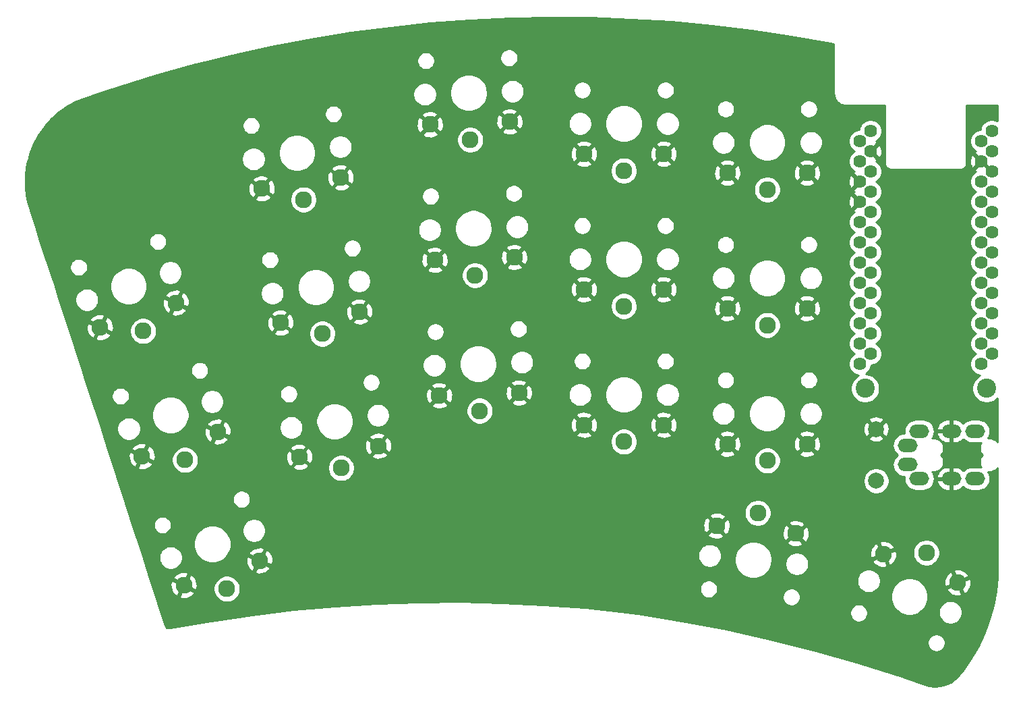
<source format=gtl>
G04 #@! TF.GenerationSoftware,KiCad,Pcbnew,(5.1.4-0-10_14)*
G04 #@! TF.CreationDate,2021-08-22T21:37:58+02:00*
G04 #@! TF.ProjectId,lory,6c6f7279-2e6b-4696-9361-645f70636258,2.1*
G04 #@! TF.SameCoordinates,Original*
G04 #@! TF.FileFunction,Copper,L1,Top*
G04 #@! TF.FilePolarity,Positive*
%FSLAX46Y46*%
G04 Gerber Fmt 4.6, Leading zero omitted, Abs format (unit mm)*
G04 Created by KiCad (PCBNEW (5.1.4-0-10_14)) date 2021-08-22 21:37:58*
%MOMM*%
%LPD*%
G04 APERTURE LIST*
%ADD10C,1.620000*%
%ADD11C,2.128000*%
%ADD12O,2.500000X1.700000*%
%ADD13C,2.400000*%
%ADD14C,2.000000*%
%ADD15C,0.254000*%
G04 APERTURE END LIST*
D10*
X192280000Y-56157000D03*
X192280000Y-58697000D03*
X192280000Y-61237000D03*
X192280000Y-63777000D03*
X192280000Y-66317000D03*
X192280000Y-68857000D03*
X192280000Y-71397000D03*
X192280000Y-73937000D03*
X192280000Y-76477000D03*
X192280000Y-79017000D03*
X192280000Y-81557000D03*
X192280000Y-84097000D03*
X177040000Y-84097000D03*
X177040000Y-81557000D03*
X177040000Y-79017000D03*
X177040000Y-76477000D03*
X177040000Y-73937000D03*
X177040000Y-71397000D03*
X177040000Y-68857000D03*
X177040000Y-66317000D03*
X177040000Y-63777000D03*
X177040000Y-61237000D03*
X177040000Y-58697000D03*
X177040000Y-56157000D03*
X193586400Y-54887000D03*
X193586400Y-57427000D03*
X193586400Y-59967000D03*
X193586400Y-62507000D03*
X193586400Y-65047000D03*
X193586400Y-67587000D03*
X193586400Y-70127000D03*
X193586400Y-72667000D03*
X193586400Y-75207000D03*
X193586400Y-77747000D03*
X193586400Y-80287000D03*
X193586400Y-82827000D03*
X178366400Y-82827000D03*
X178366400Y-80287000D03*
X178366400Y-77747000D03*
X178366400Y-75207000D03*
X178366400Y-72667000D03*
X178366400Y-70127000D03*
X178366400Y-67587000D03*
X178366400Y-65047000D03*
X178366400Y-62507000D03*
X178366400Y-59967000D03*
X178366400Y-57427000D03*
X178366400Y-54887000D03*
D11*
X152405000Y-91760000D03*
X142405000Y-91760000D03*
X147405000Y-93860000D03*
X170405000Y-94135000D03*
X160405000Y-94135000D03*
X165405000Y-96235000D03*
X91159547Y-76433930D03*
X81648982Y-79524100D03*
X87053200Y-79976232D03*
X92308200Y-96146232D03*
X86903982Y-95694100D03*
X96414547Y-92603930D03*
X97563200Y-112316232D03*
X92158982Y-111864100D03*
X101669547Y-108773930D03*
X111845198Y-60712153D03*
X101942517Y-62103884D03*
X107186121Y-63487582D03*
X114210198Y-77547153D03*
X104307517Y-78938884D03*
X109551121Y-80322582D03*
X116575198Y-94382153D03*
X106672517Y-95773884D03*
X111916121Y-97157582D03*
X134237572Y-87708188D03*
X124243664Y-88057183D03*
X129313907Y-89981406D03*
X133053572Y-53720188D03*
X123059664Y-54069183D03*
X128129907Y-55993406D03*
X133647572Y-70718188D03*
X123653664Y-71067183D03*
X128723907Y-72991406D03*
X152405000Y-57755000D03*
X142405000Y-57755000D03*
X147405000Y-59855000D03*
X152405000Y-74755000D03*
X142405000Y-74755000D03*
X147405000Y-76855000D03*
X170405000Y-60135000D03*
X160405000Y-60135000D03*
X165405000Y-62235000D03*
X160405000Y-77135000D03*
X170405000Y-77135000D03*
X165405000Y-79235000D03*
D12*
X184520000Y-92545000D03*
X183020000Y-96745000D03*
X191520000Y-92545000D03*
X188520000Y-92545000D03*
X191520000Y-98495000D03*
X188520000Y-98495000D03*
X184520000Y-98495000D03*
X183020000Y-94295000D03*
D13*
X192940000Y-87170000D03*
X177695000Y-87175000D03*
D11*
X185388371Y-107788875D03*
X179967895Y-107957554D03*
X189303700Y-111541234D03*
X164223490Y-102800162D03*
X159045233Y-104411266D03*
X168999195Y-105369723D03*
D14*
X179090000Y-92280000D03*
X179090000Y-98780000D03*
D15*
G36*
X143262502Y-40689860D02*
G01*
X148305452Y-40871031D01*
X153341402Y-41192940D01*
X158366375Y-41655332D01*
X163376499Y-42257853D01*
X168367846Y-43000031D01*
X173340958Y-43882070D01*
X173673389Y-43946199D01*
X173713195Y-43959112D01*
X173727165Y-43966912D01*
X173739356Y-43977277D01*
X173749302Y-43989814D01*
X173756620Y-44004037D01*
X173763261Y-44027156D01*
X173765434Y-44047446D01*
X173770027Y-50230404D01*
X173780377Y-50334704D01*
X173783238Y-50344110D01*
X173794672Y-50434100D01*
X173808753Y-50495871D01*
X173821799Y-50557881D01*
X173824843Y-50567316D01*
X173873536Y-50714715D01*
X173899576Y-50773530D01*
X173924816Y-50832759D01*
X173929635Y-50841423D01*
X174006031Y-50976556D01*
X174043002Y-51029197D01*
X174079257Y-51082384D01*
X174085667Y-51089947D01*
X174186855Y-51207669D01*
X174233347Y-51252127D01*
X174279250Y-51297265D01*
X174287006Y-51303439D01*
X174409133Y-51399264D01*
X174463340Y-51433822D01*
X174517165Y-51469205D01*
X174525973Y-51473754D01*
X174664386Y-51544033D01*
X174724332Y-51567428D01*
X174783949Y-51591659D01*
X174793468Y-51594410D01*
X174793471Y-51594411D01*
X174793474Y-51594411D01*
X174942900Y-51636467D01*
X175006214Y-51647766D01*
X175069436Y-51659963D01*
X175079312Y-51660813D01*
X175234064Y-51673044D01*
X175235070Y-51673025D01*
X175255123Y-51675000D01*
X180191192Y-51675000D01*
X180185030Y-58934625D01*
X180181566Y-58969597D01*
X180188306Y-59038432D01*
X180195156Y-59108589D01*
X180195185Y-59108685D01*
X180195195Y-59108787D01*
X180215519Y-59175923D01*
X180235641Y-59242460D01*
X180235689Y-59242550D01*
X180235718Y-59242646D01*
X180268521Y-59304100D01*
X180301464Y-59365859D01*
X180301528Y-59365937D01*
X180301576Y-59366027D01*
X180345726Y-59419886D01*
X180390097Y-59474046D01*
X180390176Y-59474111D01*
X180390240Y-59474189D01*
X180443566Y-59518003D01*
X180498134Y-59562863D01*
X180498225Y-59562912D01*
X180498302Y-59562975D01*
X180558400Y-59595142D01*
X180621421Y-59628896D01*
X180621521Y-59628926D01*
X180621608Y-59628973D01*
X180688275Y-59649238D01*
X180755223Y-59669608D01*
X180755322Y-59669618D01*
X180755421Y-59669648D01*
X180826693Y-59676708D01*
X180894395Y-59683434D01*
X180929369Y-59680019D01*
X189695146Y-59684980D01*
X189730465Y-59688435D01*
X189800243Y-59681517D01*
X189868787Y-59674805D01*
X189869202Y-59674679D01*
X189869640Y-59674636D01*
X189936779Y-59654222D01*
X190002646Y-59634282D01*
X190003027Y-59634079D01*
X190003450Y-59633950D01*
X190065297Y-59600840D01*
X190126026Y-59568424D01*
X190126361Y-59568149D01*
X190126750Y-59567941D01*
X190180682Y-59523621D01*
X190234189Y-59479760D01*
X190234466Y-59479423D01*
X190234804Y-59479145D01*
X190279029Y-59425185D01*
X190322975Y-59371698D01*
X190323180Y-59371316D01*
X190323458Y-59370976D01*
X190356607Y-59308862D01*
X190388972Y-59248392D01*
X190389096Y-59247983D01*
X190389306Y-59247590D01*
X190409701Y-59180197D01*
X190429647Y-59114579D01*
X190429690Y-59114147D01*
X190429817Y-59113727D01*
X190436614Y-59044246D01*
X190443434Y-58975403D01*
X190439977Y-58940095D01*
X190439865Y-58767115D01*
X190829702Y-58767115D01*
X190871248Y-59048706D01*
X190966932Y-59316783D01*
X191035168Y-59444444D01*
X191280157Y-59517238D01*
X192100395Y-58697000D01*
X191280157Y-57876762D01*
X191035168Y-57949556D01*
X190913267Y-58206773D01*
X190843890Y-58482829D01*
X190829702Y-58767115D01*
X190439865Y-58767115D01*
X190435219Y-51650027D01*
X194195885Y-51650375D01*
X194262371Y-51653950D01*
X194277876Y-51657896D01*
X194292323Y-51664780D01*
X194305155Y-51674337D01*
X194315891Y-51686209D01*
X194324111Y-51699931D01*
X194329510Y-51714993D01*
X194334998Y-51751616D01*
X194334898Y-53649244D01*
X194270864Y-53606457D01*
X194007891Y-53497530D01*
X193728720Y-53442000D01*
X193444080Y-53442000D01*
X193164909Y-53497530D01*
X192901936Y-53606457D01*
X192665266Y-53764595D01*
X192463995Y-53965866D01*
X192305857Y-54202536D01*
X192196930Y-54465509D01*
X192147900Y-54712000D01*
X192137680Y-54712000D01*
X191858509Y-54767530D01*
X191595536Y-54876457D01*
X191358866Y-55034595D01*
X191157595Y-55235866D01*
X190999457Y-55472536D01*
X190890530Y-55735509D01*
X190835000Y-56014680D01*
X190835000Y-56299320D01*
X190890530Y-56578491D01*
X190999457Y-56841464D01*
X191157595Y-57078134D01*
X191358866Y-57279405D01*
X191579706Y-57426966D01*
X191532556Y-57452168D01*
X191459762Y-57697157D01*
X192280000Y-58517395D01*
X192294143Y-58503253D01*
X192473748Y-58682858D01*
X192459605Y-58697000D01*
X193279843Y-59517238D01*
X193307905Y-59508900D01*
X193586400Y-59787395D01*
X193600543Y-59773253D01*
X193780148Y-59952858D01*
X193766005Y-59967000D01*
X193780148Y-59981143D01*
X193600543Y-60160748D01*
X193586400Y-60146605D01*
X193572258Y-60160748D01*
X193392653Y-59981143D01*
X193406795Y-59967000D01*
X192586557Y-59146762D01*
X192558495Y-59155100D01*
X192280000Y-58876605D01*
X191459762Y-59696843D01*
X191532556Y-59941832D01*
X191582207Y-59965363D01*
X191358866Y-60114595D01*
X191157595Y-60315866D01*
X190999457Y-60552536D01*
X190890530Y-60815509D01*
X190835000Y-61094680D01*
X190835000Y-61379320D01*
X190890530Y-61658491D01*
X190999457Y-61921464D01*
X191157595Y-62158134D01*
X191358866Y-62359405D01*
X191579757Y-62507000D01*
X191358866Y-62654595D01*
X191157595Y-62855866D01*
X190999457Y-63092536D01*
X190890530Y-63355509D01*
X190835000Y-63634680D01*
X190835000Y-63919320D01*
X190890530Y-64198491D01*
X190999457Y-64461464D01*
X191157595Y-64698134D01*
X191358866Y-64899405D01*
X191579757Y-65047000D01*
X191358866Y-65194595D01*
X191157595Y-65395866D01*
X190999457Y-65632536D01*
X190890530Y-65895509D01*
X190835000Y-66174680D01*
X190835000Y-66459320D01*
X190890530Y-66738491D01*
X190999457Y-67001464D01*
X191157595Y-67238134D01*
X191358866Y-67439405D01*
X191579757Y-67587000D01*
X191358866Y-67734595D01*
X191157595Y-67935866D01*
X190999457Y-68172536D01*
X190890530Y-68435509D01*
X190835000Y-68714680D01*
X190835000Y-68999320D01*
X190890530Y-69278491D01*
X190999457Y-69541464D01*
X191157595Y-69778134D01*
X191358866Y-69979405D01*
X191579757Y-70127000D01*
X191358866Y-70274595D01*
X191157595Y-70475866D01*
X190999457Y-70712536D01*
X190890530Y-70975509D01*
X190835000Y-71254680D01*
X190835000Y-71539320D01*
X190890530Y-71818491D01*
X190999457Y-72081464D01*
X191157595Y-72318134D01*
X191358866Y-72519405D01*
X191579757Y-72667000D01*
X191358866Y-72814595D01*
X191157595Y-73015866D01*
X190999457Y-73252536D01*
X190890530Y-73515509D01*
X190835000Y-73794680D01*
X190835000Y-74079320D01*
X190890530Y-74358491D01*
X190999457Y-74621464D01*
X191157595Y-74858134D01*
X191358866Y-75059405D01*
X191579757Y-75207000D01*
X191358866Y-75354595D01*
X191157595Y-75555866D01*
X190999457Y-75792536D01*
X190890530Y-76055509D01*
X190835000Y-76334680D01*
X190835000Y-76619320D01*
X190890530Y-76898491D01*
X190999457Y-77161464D01*
X191157595Y-77398134D01*
X191358866Y-77599405D01*
X191579757Y-77747000D01*
X191358866Y-77894595D01*
X191157595Y-78095866D01*
X190999457Y-78332536D01*
X190890530Y-78595509D01*
X190835000Y-78874680D01*
X190835000Y-79159320D01*
X190890530Y-79438491D01*
X190999457Y-79701464D01*
X191157595Y-79938134D01*
X191358866Y-80139405D01*
X191579757Y-80287000D01*
X191358866Y-80434595D01*
X191157595Y-80635866D01*
X190999457Y-80872536D01*
X190890530Y-81135509D01*
X190835000Y-81414680D01*
X190835000Y-81699320D01*
X190890530Y-81978491D01*
X190999457Y-82241464D01*
X191157595Y-82478134D01*
X191358866Y-82679405D01*
X191579757Y-82827000D01*
X191358866Y-82974595D01*
X191157595Y-83175866D01*
X190999457Y-83412536D01*
X190890530Y-83675509D01*
X190835000Y-83954680D01*
X190835000Y-84239320D01*
X190890530Y-84518491D01*
X190999457Y-84781464D01*
X191157595Y-85018134D01*
X191358866Y-85219405D01*
X191595536Y-85377543D01*
X191858509Y-85486470D01*
X192095506Y-85533611D01*
X192070801Y-85543844D01*
X191770256Y-85744662D01*
X191514662Y-86000256D01*
X191313844Y-86300801D01*
X191175518Y-86634750D01*
X191105000Y-86989268D01*
X191105000Y-87350732D01*
X191175518Y-87705250D01*
X191313844Y-88039199D01*
X191514662Y-88339744D01*
X191770256Y-88595338D01*
X192070801Y-88796156D01*
X192404750Y-88934482D01*
X192759268Y-89005000D01*
X193120732Y-89005000D01*
X193475250Y-88934482D01*
X193809199Y-88796156D01*
X194109744Y-88595338D01*
X194333082Y-88372000D01*
X194332791Y-93937808D01*
X194279287Y-93857733D01*
X194107267Y-93685713D01*
X193904992Y-93550557D01*
X193680236Y-93457460D01*
X193441637Y-93410000D01*
X193198363Y-93410000D01*
X193118065Y-93425972D01*
X193160706Y-93374014D01*
X193298599Y-93116034D01*
X193383513Y-92836111D01*
X193412185Y-92545000D01*
X193383513Y-92253889D01*
X193298599Y-91973966D01*
X193160706Y-91715986D01*
X192975134Y-91489866D01*
X192749014Y-91304294D01*
X192491034Y-91166401D01*
X192211111Y-91081487D01*
X191992950Y-91060000D01*
X191047050Y-91060000D01*
X190828889Y-91081487D01*
X190548966Y-91166401D01*
X190290986Y-91304294D01*
X190064866Y-91489866D01*
X190019376Y-91545295D01*
X189850619Y-91380824D01*
X189605618Y-91221639D01*
X189334269Y-91113310D01*
X189047000Y-91060000D01*
X188647000Y-91060000D01*
X188647000Y-92418000D01*
X188667000Y-92418000D01*
X188667000Y-92672000D01*
X188647000Y-92672000D01*
X188647000Y-94030000D01*
X189047000Y-94030000D01*
X189334269Y-93976690D01*
X189605618Y-93868361D01*
X189850619Y-93709176D01*
X190019376Y-93544705D01*
X190064866Y-93600134D01*
X190290986Y-93785706D01*
X190548966Y-93923599D01*
X190828889Y-94008513D01*
X191047050Y-94030000D01*
X191992950Y-94030000D01*
X192211111Y-94008513D01*
X192272384Y-93989926D01*
X192225557Y-94060008D01*
X192132460Y-94284764D01*
X192085000Y-94523363D01*
X192085000Y-94766637D01*
X192132460Y-95005236D01*
X192225557Y-95229992D01*
X192360713Y-95432267D01*
X192448446Y-95520000D01*
X192360713Y-95607733D01*
X192225557Y-95810008D01*
X192132460Y-96034764D01*
X192085000Y-96273363D01*
X192085000Y-96516637D01*
X192132460Y-96755236D01*
X192225557Y-96979992D01*
X192272384Y-97050074D01*
X192211111Y-97031487D01*
X191992950Y-97010000D01*
X191047050Y-97010000D01*
X190828889Y-97031487D01*
X190548966Y-97116401D01*
X190290986Y-97254294D01*
X190064866Y-97439866D01*
X190019376Y-97495295D01*
X189850619Y-97330824D01*
X189605618Y-97171639D01*
X189334269Y-97063310D01*
X189047000Y-97010000D01*
X188647000Y-97010000D01*
X188647000Y-98368000D01*
X188667000Y-98368000D01*
X188667000Y-98622000D01*
X188647000Y-98622000D01*
X188647000Y-99980000D01*
X189047000Y-99980000D01*
X189334269Y-99926690D01*
X189605618Y-99818361D01*
X189850619Y-99659176D01*
X190019376Y-99494705D01*
X190064866Y-99550134D01*
X190290986Y-99735706D01*
X190548966Y-99873599D01*
X190828889Y-99958513D01*
X191047050Y-99980000D01*
X191992950Y-99980000D01*
X192211111Y-99958513D01*
X192491034Y-99873599D01*
X192749014Y-99735706D01*
X192975134Y-99550134D01*
X193160706Y-99324014D01*
X193298599Y-99066034D01*
X193383513Y-98786111D01*
X193412185Y-98495000D01*
X193383513Y-98203889D01*
X193298599Y-97923966D01*
X193160706Y-97665986D01*
X193118065Y-97614028D01*
X193198363Y-97630000D01*
X193441637Y-97630000D01*
X193680236Y-97582540D01*
X193904992Y-97489443D01*
X194107267Y-97354287D01*
X194279287Y-97182267D01*
X194332626Y-97102440D01*
X194332004Y-108984024D01*
X194297224Y-110812253D01*
X194111953Y-112608179D01*
X193777053Y-114382313D01*
X193294873Y-116122194D01*
X192668787Y-117815643D01*
X191903201Y-119450746D01*
X191003477Y-121016055D01*
X189971068Y-122507604D01*
X189515678Y-123088071D01*
X189005703Y-123612073D01*
X188431107Y-124018567D01*
X187792063Y-124313538D01*
X187109959Y-124487116D01*
X186407644Y-124533484D01*
X185699869Y-124450055D01*
X185184630Y-124304196D01*
X182019651Y-123234836D01*
X182016829Y-123233926D01*
X182014027Y-123232962D01*
X182004588Y-123229934D01*
X176644490Y-121551172D01*
X176639741Y-121549757D01*
X176635009Y-121548275D01*
X176625489Y-121545511D01*
X171220607Y-120017066D01*
X171215826Y-120015786D01*
X171211049Y-120014435D01*
X171201456Y-120011938D01*
X167110079Y-118977393D01*
X185511844Y-118977393D01*
X185511844Y-119200043D01*
X185555281Y-119418414D01*
X185640485Y-119624116D01*
X185764183Y-119809242D01*
X185921620Y-119966679D01*
X186106746Y-120090377D01*
X186312448Y-120175581D01*
X186530819Y-120219018D01*
X186753469Y-120219018D01*
X186971840Y-120175581D01*
X187177542Y-120090377D01*
X187362668Y-119966679D01*
X187520105Y-119809242D01*
X187643803Y-119624116D01*
X187729007Y-119418414D01*
X187772444Y-119200043D01*
X187772444Y-118977393D01*
X187729007Y-118759022D01*
X187643803Y-118553320D01*
X187520105Y-118368194D01*
X187362668Y-118210757D01*
X187177542Y-118087059D01*
X186971840Y-118001855D01*
X186753469Y-117958418D01*
X186530819Y-117958418D01*
X186312448Y-118001855D01*
X186106746Y-118087059D01*
X185921620Y-118210757D01*
X185764183Y-118368194D01*
X185640485Y-118553320D01*
X185555281Y-118759022D01*
X185511844Y-118977393D01*
X167110079Y-118977393D01*
X165756004Y-118635002D01*
X165751187Y-118633855D01*
X165746377Y-118632639D01*
X165736718Y-118630411D01*
X160254942Y-117406058D01*
X160250065Y-117405040D01*
X160245252Y-117403965D01*
X160235534Y-117402007D01*
X154721711Y-116331191D01*
X154716850Y-116330317D01*
X154711967Y-116329369D01*
X154702198Y-116327683D01*
X149160625Y-115411240D01*
X149150588Y-115409724D01*
X149141443Y-115408337D01*
X149141166Y-115408301D01*
X149141021Y-115408279D01*
X149140630Y-115408231D01*
X149131613Y-115407056D01*
X147749380Y-115236732D01*
X147748075Y-115236590D01*
X147746753Y-115236413D01*
X147743363Y-115236032D01*
X175765265Y-115236032D01*
X175765265Y-115458682D01*
X175808702Y-115677053D01*
X175893906Y-115882755D01*
X176017604Y-116067881D01*
X176175041Y-116225318D01*
X176360167Y-116349016D01*
X176565869Y-116434220D01*
X176784240Y-116477657D01*
X177006890Y-116477657D01*
X177225261Y-116434220D01*
X177430963Y-116349016D01*
X177616089Y-116225318D01*
X177773526Y-116067881D01*
X177897224Y-115882755D01*
X177982428Y-115677053D01*
X178025865Y-115458682D01*
X178025865Y-115236032D01*
X177982428Y-115017661D01*
X177897224Y-114811959D01*
X177773526Y-114626833D01*
X177616089Y-114469396D01*
X177430963Y-114345698D01*
X177225261Y-114260494D01*
X177006890Y-114217057D01*
X176784240Y-114217057D01*
X176565869Y-114260494D01*
X176360167Y-114345698D01*
X176175041Y-114469396D01*
X176017604Y-114626833D01*
X175893906Y-114811959D01*
X175808702Y-115017661D01*
X175765265Y-115236032D01*
X147743363Y-115236032D01*
X147736902Y-115235306D01*
X142547376Y-114688835D01*
X142542470Y-114688387D01*
X142537510Y-114687865D01*
X142527644Y-114687035D01*
X142527632Y-114687034D01*
X142527626Y-114687034D01*
X137324871Y-114285676D01*
X137319904Y-114285363D01*
X137314982Y-114284983D01*
X137305085Y-114284427D01*
X132093146Y-114028495D01*
X132088190Y-114028321D01*
X132083241Y-114028078D01*
X132073336Y-114027800D01*
X132073330Y-114027800D01*
X126856279Y-113917494D01*
X126851358Y-113917459D01*
X126846367Y-113917353D01*
X126836454Y-113917351D01*
X121618355Y-113952756D01*
X121613382Y-113952859D01*
X121608442Y-113952893D01*
X121598532Y-113953168D01*
X116383458Y-114134258D01*
X116378508Y-114134499D01*
X116373553Y-114134671D01*
X116363655Y-114135222D01*
X111155669Y-114461854D01*
X111150714Y-114462235D01*
X111145779Y-114462544D01*
X111135900Y-114463371D01*
X105939066Y-114935291D01*
X105934109Y-114935811D01*
X105929199Y-114936257D01*
X105919347Y-114937360D01*
X100737716Y-115554201D01*
X100732827Y-115554852D01*
X100727880Y-115555441D01*
X100718063Y-115556819D01*
X95555674Y-116318099D01*
X95550749Y-116318896D01*
X95545877Y-116319614D01*
X95536102Y-116321265D01*
X90418006Y-117222687D01*
X90279481Y-117238576D01*
X90188603Y-117231174D01*
X90100901Y-117206263D01*
X90019703Y-117164789D01*
X89948102Y-117108330D01*
X89888840Y-117039050D01*
X89834887Y-116943076D01*
X88648352Y-113296806D01*
X91571517Y-113296806D01*
X91753668Y-113522510D01*
X92084996Y-113569717D01*
X92419167Y-113551378D01*
X92743340Y-113468198D01*
X93045056Y-113323373D01*
X93312720Y-113122469D01*
X93461677Y-112967544D01*
X93476375Y-112677880D01*
X92214483Y-112034915D01*
X91571517Y-113296806D01*
X88648352Y-113296806D01*
X88158058Y-111790114D01*
X90453365Y-111790114D01*
X90471704Y-112124285D01*
X90554884Y-112448458D01*
X90699709Y-112750174D01*
X90900613Y-113017838D01*
X91055538Y-113166795D01*
X91345202Y-113181493D01*
X91988167Y-111919601D01*
X91770314Y-111808599D01*
X92329797Y-111808599D01*
X93591688Y-112451565D01*
X93817392Y-112269414D01*
X93834563Y-112148895D01*
X95864200Y-112148895D01*
X95864200Y-112483569D01*
X95929491Y-112811812D01*
X96057565Y-113121010D01*
X96243500Y-113399282D01*
X96480150Y-113635932D01*
X96758422Y-113821867D01*
X97067620Y-113949941D01*
X97395863Y-114015232D01*
X97730537Y-114015232D01*
X98058780Y-113949941D01*
X98367978Y-113821867D01*
X98646250Y-113635932D01*
X98882900Y-113399282D01*
X99068835Y-113121010D01*
X99196909Y-112811812D01*
X99262200Y-112483569D01*
X99262200Y-112242024D01*
X156929180Y-112242024D01*
X156929180Y-112464674D01*
X156972617Y-112683045D01*
X157057821Y-112888747D01*
X157181519Y-113073873D01*
X157338956Y-113231310D01*
X157524082Y-113355008D01*
X157729784Y-113440212D01*
X157948155Y-113483649D01*
X158170805Y-113483649D01*
X158389176Y-113440212D01*
X158594878Y-113355008D01*
X158763026Y-113242654D01*
X167321116Y-113242654D01*
X167321116Y-113465304D01*
X167364553Y-113683675D01*
X167449757Y-113889377D01*
X167573455Y-114074503D01*
X167730892Y-114231940D01*
X167916018Y-114355638D01*
X168121720Y-114440842D01*
X168340091Y-114484279D01*
X168562741Y-114484279D01*
X168781112Y-114440842D01*
X168986814Y-114355638D01*
X169171940Y-114231940D01*
X169329377Y-114074503D01*
X169453075Y-113889377D01*
X169538279Y-113683675D01*
X169581716Y-113465304D01*
X169581716Y-113242654D01*
X169546497Y-113065594D01*
X180924500Y-113065594D01*
X180924500Y-113528406D01*
X181014790Y-113982324D01*
X181191900Y-114409905D01*
X181449024Y-114794719D01*
X181776281Y-115121976D01*
X182161095Y-115379100D01*
X182588676Y-115556210D01*
X183042594Y-115646500D01*
X183505406Y-115646500D01*
X183959324Y-115556210D01*
X184386905Y-115379100D01*
X184771719Y-115121976D01*
X184772019Y-115121676D01*
X186922792Y-115121676D01*
X186922792Y-115414372D01*
X186979894Y-115701445D01*
X187091904Y-115971862D01*
X187254518Y-116215230D01*
X187461486Y-116422198D01*
X187704854Y-116584812D01*
X187975271Y-116696822D01*
X188262344Y-116753924D01*
X188555040Y-116753924D01*
X188842113Y-116696822D01*
X189112530Y-116584812D01*
X189355898Y-116422198D01*
X189562866Y-116215230D01*
X189725480Y-115971862D01*
X189837490Y-115701445D01*
X189894592Y-115414372D01*
X189894592Y-115121676D01*
X189837490Y-114834603D01*
X189725480Y-114564186D01*
X189562866Y-114320818D01*
X189355898Y-114113850D01*
X189112530Y-113951236D01*
X188842113Y-113839226D01*
X188555040Y-113782124D01*
X188262344Y-113782124D01*
X187975271Y-113839226D01*
X187704854Y-113951236D01*
X187461486Y-114113850D01*
X187254518Y-114320818D01*
X187091904Y-114564186D01*
X186979894Y-114834603D01*
X186922792Y-115121676D01*
X184772019Y-115121676D01*
X185098976Y-114794719D01*
X185356100Y-114409905D01*
X185533210Y-113982324D01*
X185623500Y-113528406D01*
X185623500Y-113065594D01*
X185533210Y-112611676D01*
X185518014Y-112574988D01*
X187945040Y-112574988D01*
X188172822Y-112820187D01*
X188444064Y-113016235D01*
X188748340Y-113155601D01*
X189073958Y-113232927D01*
X189408406Y-113245242D01*
X189621664Y-113218584D01*
X189815378Y-113002722D01*
X189239335Y-111708910D01*
X187945523Y-112284952D01*
X187945040Y-112574988D01*
X185518014Y-112574988D01*
X185356100Y-112184095D01*
X185098976Y-111799281D01*
X184945635Y-111645940D01*
X187599692Y-111645940D01*
X187626350Y-111859198D01*
X187842212Y-112052912D01*
X188846892Y-111605599D01*
X189471376Y-111605599D01*
X190047418Y-112899411D01*
X190337454Y-112899894D01*
X190582653Y-112672112D01*
X190778701Y-112400870D01*
X190918067Y-112096594D01*
X190995393Y-111770976D01*
X191007708Y-111436528D01*
X190981050Y-111223270D01*
X190765188Y-111029556D01*
X189471376Y-111605599D01*
X188846892Y-111605599D01*
X189136024Y-111476869D01*
X188559982Y-110183057D01*
X188269946Y-110182574D01*
X188024747Y-110410356D01*
X187828699Y-110681598D01*
X187689333Y-110985874D01*
X187612007Y-111311492D01*
X187599692Y-111645940D01*
X184945635Y-111645940D01*
X184771719Y-111472024D01*
X184386905Y-111214900D01*
X183959324Y-111037790D01*
X183505406Y-110947500D01*
X183042594Y-110947500D01*
X182588676Y-111037790D01*
X182161095Y-111214900D01*
X181776281Y-111472024D01*
X181449024Y-111799281D01*
X181191900Y-112184095D01*
X181014790Y-112611676D01*
X180924500Y-113065594D01*
X169546497Y-113065594D01*
X169538279Y-113024283D01*
X169453075Y-112818581D01*
X169329377Y-112633455D01*
X169171940Y-112476018D01*
X168986814Y-112352320D01*
X168781112Y-112267116D01*
X168562741Y-112223679D01*
X168340091Y-112223679D01*
X168121720Y-112267116D01*
X167916018Y-112352320D01*
X167730892Y-112476018D01*
X167573455Y-112633455D01*
X167449757Y-112818581D01*
X167364553Y-113024283D01*
X167321116Y-113242654D01*
X158763026Y-113242654D01*
X158780004Y-113231310D01*
X158937441Y-113073873D01*
X159061139Y-112888747D01*
X159146343Y-112683045D01*
X159189780Y-112464674D01*
X159189780Y-112242024D01*
X159146343Y-112023653D01*
X159061139Y-111817951D01*
X158937441Y-111632825D01*
X158780004Y-111475388D01*
X158594878Y-111351690D01*
X158389176Y-111266486D01*
X158170805Y-111223049D01*
X157948155Y-111223049D01*
X157729784Y-111266486D01*
X157524082Y-111351690D01*
X157338956Y-111475388D01*
X157181519Y-111632825D01*
X157057821Y-111817951D01*
X156972617Y-112023653D01*
X156929180Y-112242024D01*
X99262200Y-112242024D01*
X99262200Y-112148895D01*
X99196909Y-111820652D01*
X99068835Y-111511454D01*
X98882900Y-111233182D01*
X98829346Y-111179628D01*
X176653408Y-111179628D01*
X176653408Y-111472324D01*
X176710510Y-111759397D01*
X176822520Y-112029814D01*
X176985134Y-112273182D01*
X177192102Y-112480150D01*
X177435470Y-112642764D01*
X177705887Y-112754774D01*
X177992960Y-112811876D01*
X178285656Y-112811876D01*
X178572729Y-112754774D01*
X178843146Y-112642764D01*
X179086514Y-112480150D01*
X179293482Y-112273182D01*
X179456096Y-112029814D01*
X179568106Y-111759397D01*
X179625208Y-111472324D01*
X179625208Y-111179628D01*
X179568106Y-110892555D01*
X179456096Y-110622138D01*
X179293482Y-110378770D01*
X179086514Y-110171802D01*
X178948744Y-110079746D01*
X188792022Y-110079746D01*
X189368065Y-111373558D01*
X190661877Y-110797516D01*
X190662360Y-110507480D01*
X190434578Y-110262281D01*
X190163336Y-110066233D01*
X189859060Y-109926867D01*
X189533442Y-109849541D01*
X189198994Y-109837226D01*
X188985736Y-109863884D01*
X188792022Y-110079746D01*
X178948744Y-110079746D01*
X178843146Y-110009188D01*
X178572729Y-109897178D01*
X178285656Y-109840076D01*
X177992960Y-109840076D01*
X177705887Y-109897178D01*
X177435470Y-110009188D01*
X177192102Y-110171802D01*
X176985134Y-110378770D01*
X176822520Y-110622138D01*
X176710510Y-110892555D01*
X176653408Y-111179628D01*
X98829346Y-111179628D01*
X98646250Y-110996532D01*
X98367978Y-110810597D01*
X98058780Y-110682523D01*
X97730537Y-110617232D01*
X97395863Y-110617232D01*
X97067620Y-110682523D01*
X96758422Y-110810597D01*
X96480150Y-110996532D01*
X96243500Y-111233182D01*
X96057565Y-111511454D01*
X95929491Y-111820652D01*
X95864200Y-112148895D01*
X93834563Y-112148895D01*
X93864599Y-111938086D01*
X93846260Y-111603915D01*
X93763080Y-111279742D01*
X93618255Y-110978026D01*
X93417351Y-110710362D01*
X93262426Y-110561405D01*
X92972762Y-110546707D01*
X92329797Y-111808599D01*
X91770314Y-111808599D01*
X90726276Y-111276635D01*
X90500572Y-111458786D01*
X90453365Y-111790114D01*
X88158058Y-111790114D01*
X87917322Y-111050320D01*
X90841589Y-111050320D01*
X92103481Y-111693285D01*
X92746447Y-110431394D01*
X92565060Y-110206636D01*
X101082082Y-110206636D01*
X101264233Y-110432340D01*
X101595561Y-110479547D01*
X101929732Y-110461208D01*
X102253905Y-110378028D01*
X102555621Y-110233203D01*
X102823285Y-110032299D01*
X102972242Y-109877374D01*
X102986940Y-109587710D01*
X101725048Y-108944745D01*
X101082082Y-110206636D01*
X92565060Y-110206636D01*
X92564296Y-110205690D01*
X92232968Y-110158483D01*
X91898797Y-110176822D01*
X91574624Y-110260002D01*
X91272908Y-110404827D01*
X91005244Y-110605731D01*
X90856287Y-110760656D01*
X90841589Y-111050320D01*
X87917322Y-111050320D01*
X87008750Y-108258245D01*
X89023289Y-108258245D01*
X89023289Y-108550941D01*
X89080391Y-108838014D01*
X89192401Y-109108431D01*
X89355015Y-109351799D01*
X89561983Y-109558767D01*
X89805351Y-109721381D01*
X90075768Y-109833391D01*
X90362841Y-109890493D01*
X90655537Y-109890493D01*
X90942610Y-109833391D01*
X91213027Y-109721381D01*
X91456395Y-109558767D01*
X91663363Y-109351799D01*
X91825977Y-109108431D01*
X91937987Y-108838014D01*
X91995089Y-108550941D01*
X91995089Y-108258245D01*
X91937987Y-107971172D01*
X91825977Y-107700755D01*
X91663363Y-107457387D01*
X91456395Y-107250419D01*
X91213027Y-107087805D01*
X90942610Y-106975795D01*
X90655537Y-106918693D01*
X90362841Y-106918693D01*
X90075768Y-106975795D01*
X89805351Y-107087805D01*
X89561983Y-107250419D01*
X89355015Y-107457387D01*
X89192401Y-107700755D01*
X89080391Y-107971172D01*
X89023289Y-108258245D01*
X87008750Y-108258245D01*
X86428005Y-106473594D01*
X93390500Y-106473594D01*
X93390500Y-106936406D01*
X93480790Y-107390324D01*
X93657900Y-107817905D01*
X93915024Y-108202719D01*
X94242281Y-108529976D01*
X94627095Y-108787100D01*
X95054676Y-108964210D01*
X95508594Y-109054500D01*
X95971406Y-109054500D01*
X96425324Y-108964210D01*
X96852905Y-108787100D01*
X96983343Y-108699944D01*
X99963930Y-108699944D01*
X99982269Y-109034115D01*
X100065449Y-109358288D01*
X100210274Y-109660004D01*
X100411178Y-109927668D01*
X100566103Y-110076625D01*
X100855767Y-110091323D01*
X101498732Y-108829431D01*
X101280879Y-108718429D01*
X101840362Y-108718429D01*
X103102253Y-109361395D01*
X103327957Y-109179244D01*
X103375164Y-108847916D01*
X103356825Y-108513745D01*
X103273645Y-108189572D01*
X103182410Y-107999500D01*
X156697421Y-107999500D01*
X156697421Y-108292196D01*
X156754523Y-108579269D01*
X156866533Y-108849686D01*
X157029147Y-109093054D01*
X157236115Y-109300022D01*
X157479483Y-109462636D01*
X157749900Y-109574646D01*
X158036973Y-109631748D01*
X158329669Y-109631748D01*
X158616742Y-109574646D01*
X158887159Y-109462636D01*
X159130527Y-109300022D01*
X159337495Y-109093054D01*
X159500109Y-108849686D01*
X159612119Y-108579269D01*
X159639504Y-108441594D01*
X161308500Y-108441594D01*
X161308500Y-108904406D01*
X161398790Y-109358324D01*
X161575900Y-109785905D01*
X161833024Y-110170719D01*
X162160281Y-110497976D01*
X162545095Y-110755100D01*
X162972676Y-110932210D01*
X163426594Y-111022500D01*
X163889406Y-111022500D01*
X164343324Y-110932210D01*
X164770905Y-110755100D01*
X165155719Y-110497976D01*
X165482976Y-110170719D01*
X165740100Y-109785905D01*
X165917210Y-109358324D01*
X165977782Y-109053804D01*
X167646779Y-109053804D01*
X167646779Y-109346500D01*
X167703881Y-109633573D01*
X167815891Y-109903990D01*
X167978505Y-110147358D01*
X168185473Y-110354326D01*
X168428841Y-110516940D01*
X168699258Y-110628950D01*
X168986331Y-110686052D01*
X169279027Y-110686052D01*
X169566100Y-110628950D01*
X169836517Y-110516940D01*
X170079885Y-110354326D01*
X170286853Y-110147358D01*
X170449467Y-109903990D01*
X170561477Y-109633573D01*
X170618579Y-109346500D01*
X170618579Y-109053804D01*
X170606148Y-108991308D01*
X178609235Y-108991308D01*
X178837017Y-109236507D01*
X179108259Y-109432555D01*
X179412535Y-109571921D01*
X179738153Y-109649247D01*
X180072601Y-109661562D01*
X180285859Y-109634904D01*
X180479573Y-109419042D01*
X179903530Y-108125230D01*
X178609718Y-108701272D01*
X178609235Y-108991308D01*
X170606148Y-108991308D01*
X170561477Y-108766731D01*
X170449467Y-108496314D01*
X170286853Y-108252946D01*
X170096167Y-108062260D01*
X178263887Y-108062260D01*
X178290545Y-108275518D01*
X178506407Y-108469232D01*
X179511087Y-108021919D01*
X180135571Y-108021919D01*
X180711613Y-109315731D01*
X181001649Y-109316214D01*
X181246848Y-109088432D01*
X181442896Y-108817190D01*
X181582262Y-108512914D01*
X181659588Y-108187296D01*
X181671903Y-107852848D01*
X181645245Y-107639590D01*
X181625130Y-107621538D01*
X183689371Y-107621538D01*
X183689371Y-107956212D01*
X183754662Y-108284455D01*
X183882736Y-108593653D01*
X184068671Y-108871925D01*
X184305321Y-109108575D01*
X184583593Y-109294510D01*
X184892791Y-109422584D01*
X185221034Y-109487875D01*
X185555708Y-109487875D01*
X185883951Y-109422584D01*
X186193149Y-109294510D01*
X186471421Y-109108575D01*
X186708071Y-108871925D01*
X186894006Y-108593653D01*
X187022080Y-108284455D01*
X187087371Y-107956212D01*
X187087371Y-107621538D01*
X187022080Y-107293295D01*
X186894006Y-106984097D01*
X186708071Y-106705825D01*
X186471421Y-106469175D01*
X186193149Y-106283240D01*
X185883951Y-106155166D01*
X185555708Y-106089875D01*
X185221034Y-106089875D01*
X184892791Y-106155166D01*
X184583593Y-106283240D01*
X184305321Y-106469175D01*
X184068671Y-106705825D01*
X183882736Y-106984097D01*
X183754662Y-107293295D01*
X183689371Y-107621538D01*
X181625130Y-107621538D01*
X181429383Y-107445876D01*
X180135571Y-108021919D01*
X179511087Y-108021919D01*
X179800219Y-107893189D01*
X179224177Y-106599377D01*
X178934141Y-106598894D01*
X178688942Y-106826676D01*
X178492894Y-107097918D01*
X178353528Y-107402194D01*
X178276202Y-107727812D01*
X178263887Y-108062260D01*
X170096167Y-108062260D01*
X170079885Y-108045978D01*
X169836517Y-107883364D01*
X169566100Y-107771354D01*
X169279027Y-107714252D01*
X168986331Y-107714252D01*
X168699258Y-107771354D01*
X168428841Y-107883364D01*
X168185473Y-108045978D01*
X167978505Y-108252946D01*
X167815891Y-108496314D01*
X167703881Y-108766731D01*
X167646779Y-109053804D01*
X165977782Y-109053804D01*
X166007500Y-108904406D01*
X166007500Y-108441594D01*
X165917210Y-107987676D01*
X165740100Y-107560095D01*
X165482976Y-107175281D01*
X165155719Y-106848024D01*
X164770905Y-106590900D01*
X164429174Y-106449350D01*
X167889164Y-106449350D01*
X167966208Y-106728966D01*
X168251232Y-106904375D01*
X168565000Y-107020807D01*
X168895454Y-107073790D01*
X169229894Y-107061286D01*
X169555469Y-106983775D01*
X169753847Y-106901096D01*
X169882829Y-106641318D01*
X169763093Y-106496066D01*
X179456217Y-106496066D01*
X180032260Y-107789878D01*
X181326072Y-107213836D01*
X181326555Y-106923800D01*
X181098773Y-106678601D01*
X180827531Y-106482553D01*
X180523255Y-106343187D01*
X180197637Y-106265861D01*
X179863189Y-106253546D01*
X179649931Y-106280204D01*
X179456217Y-106496066D01*
X169763093Y-106496066D01*
X168981981Y-105548501D01*
X167889164Y-106449350D01*
X164429174Y-106449350D01*
X164343324Y-106413790D01*
X163889406Y-106323500D01*
X163426594Y-106323500D01*
X162972676Y-106413790D01*
X162545095Y-106590900D01*
X162160281Y-106848024D01*
X161833024Y-107175281D01*
X161575900Y-107560095D01*
X161398790Y-107987676D01*
X161308500Y-108441594D01*
X159639504Y-108441594D01*
X159669221Y-108292196D01*
X159669221Y-107999500D01*
X159612119Y-107712427D01*
X159500109Y-107442010D01*
X159337495Y-107198642D01*
X159130527Y-106991674D01*
X158887159Y-106829060D01*
X158616742Y-106717050D01*
X158329669Y-106659948D01*
X158036973Y-106659948D01*
X157749900Y-106717050D01*
X157479483Y-106829060D01*
X157236115Y-106991674D01*
X157029147Y-107198642D01*
X156866533Y-107442010D01*
X156754523Y-107712427D01*
X156697421Y-107999500D01*
X103182410Y-107999500D01*
X103128820Y-107887856D01*
X102927916Y-107620192D01*
X102772991Y-107471235D01*
X102483327Y-107456537D01*
X101840362Y-108718429D01*
X101280879Y-108718429D01*
X100236841Y-108186465D01*
X100011137Y-108368616D01*
X99963930Y-108699944D01*
X96983343Y-108699944D01*
X97237719Y-108529976D01*
X97564976Y-108202719D01*
X97727055Y-107960150D01*
X100352154Y-107960150D01*
X101614046Y-108603115D01*
X102257012Y-107341224D01*
X102074861Y-107115520D01*
X101743533Y-107068313D01*
X101409362Y-107086652D01*
X101085189Y-107169832D01*
X100783473Y-107314657D01*
X100515809Y-107515561D01*
X100366852Y-107670486D01*
X100352154Y-107960150D01*
X97727055Y-107960150D01*
X97822100Y-107817905D01*
X97999210Y-107390324D01*
X98089500Y-106936406D01*
X98089500Y-106473594D01*
X97999210Y-106019676D01*
X97822100Y-105592095D01*
X97564976Y-105207281D01*
X97237719Y-104880024D01*
X97206343Y-104859059D01*
X99484911Y-104859059D01*
X99484911Y-105151755D01*
X99542013Y-105438828D01*
X99654023Y-105709245D01*
X99816637Y-105952613D01*
X100023605Y-106159581D01*
X100266973Y-106322195D01*
X100537390Y-106434205D01*
X100824463Y-106491307D01*
X101117159Y-106491307D01*
X101404232Y-106434205D01*
X101674649Y-106322195D01*
X101918017Y-106159581D01*
X102124985Y-105952613D01*
X102287599Y-105709245D01*
X102378043Y-105490893D01*
X157935202Y-105490893D01*
X158012246Y-105770509D01*
X158297270Y-105945918D01*
X158611038Y-106062350D01*
X158941492Y-106115333D01*
X159275932Y-106102829D01*
X159601507Y-106025318D01*
X159799885Y-105942639D01*
X159928867Y-105682861D01*
X159028019Y-104590044D01*
X157935202Y-105490893D01*
X102378043Y-105490893D01*
X102399609Y-105438828D01*
X102456711Y-105151755D01*
X102456711Y-104859059D01*
X102399609Y-104571986D01*
X102290067Y-104307525D01*
X157341166Y-104307525D01*
X157353670Y-104641965D01*
X157431181Y-104967540D01*
X157513860Y-105165918D01*
X157773638Y-105294900D01*
X158824690Y-104428480D01*
X159224011Y-104428480D01*
X160124860Y-105521297D01*
X160404476Y-105444253D01*
X160514187Y-105265982D01*
X167295128Y-105265982D01*
X167307632Y-105600422D01*
X167385143Y-105925997D01*
X167467822Y-106124375D01*
X167727600Y-106253357D01*
X168778652Y-105386937D01*
X169177973Y-105386937D01*
X170078822Y-106479754D01*
X170358438Y-106402710D01*
X170533847Y-106117686D01*
X170650279Y-105803918D01*
X170703262Y-105473464D01*
X170690758Y-105139024D01*
X170613247Y-104813449D01*
X170530568Y-104615071D01*
X170270790Y-104486089D01*
X169177973Y-105386937D01*
X168778652Y-105386937D01*
X168820417Y-105352509D01*
X167919568Y-104259692D01*
X167639952Y-104336736D01*
X167464543Y-104621760D01*
X167348111Y-104935528D01*
X167295128Y-105265982D01*
X160514187Y-105265982D01*
X160579885Y-105159229D01*
X160696317Y-104845461D01*
X160749300Y-104515007D01*
X160736796Y-104180567D01*
X160659285Y-103854992D01*
X160576606Y-103656614D01*
X160316828Y-103527632D01*
X159224011Y-104428480D01*
X158824690Y-104428480D01*
X158866455Y-104394052D01*
X157965606Y-103301235D01*
X157685990Y-103378279D01*
X157510581Y-103663303D01*
X157394149Y-103977071D01*
X157341166Y-104307525D01*
X102290067Y-104307525D01*
X102287599Y-104301569D01*
X102124985Y-104058201D01*
X101918017Y-103851233D01*
X101674649Y-103688619D01*
X101404232Y-103576609D01*
X101117159Y-103519507D01*
X100824463Y-103519507D01*
X100537390Y-103576609D01*
X100266973Y-103688619D01*
X100023605Y-103851233D01*
X99816637Y-104058201D01*
X99654023Y-104301569D01*
X99542013Y-104571986D01*
X99484911Y-104859059D01*
X97206343Y-104859059D01*
X96852905Y-104622900D01*
X96425324Y-104445790D01*
X95971406Y-104355500D01*
X95508594Y-104355500D01*
X95054676Y-104445790D01*
X94627095Y-104622900D01*
X94242281Y-104880024D01*
X93915024Y-105207281D01*
X93657900Y-105592095D01*
X93480790Y-106019676D01*
X93390500Y-106473594D01*
X86428005Y-106473594D01*
X85692157Y-104212306D01*
X88347314Y-104212306D01*
X88347314Y-104434956D01*
X88390751Y-104653327D01*
X88475955Y-104859029D01*
X88599653Y-105044155D01*
X88757090Y-105201592D01*
X88942216Y-105325290D01*
X89147918Y-105410494D01*
X89366289Y-105453931D01*
X89588939Y-105453931D01*
X89807310Y-105410494D01*
X90013012Y-105325290D01*
X90198138Y-105201592D01*
X90355575Y-105044155D01*
X90479273Y-104859029D01*
X90564477Y-104653327D01*
X90607914Y-104434956D01*
X90607914Y-104212306D01*
X90564477Y-103993935D01*
X90479273Y-103788233D01*
X90355575Y-103603107D01*
X90198138Y-103445670D01*
X90013012Y-103321972D01*
X89807310Y-103236768D01*
X89588939Y-103193331D01*
X89366289Y-103193331D01*
X89147918Y-103236768D01*
X88942216Y-103321972D01*
X88757090Y-103445670D01*
X88599653Y-103603107D01*
X88475955Y-103788233D01*
X88390751Y-103993935D01*
X88347314Y-104212306D01*
X85692157Y-104212306D01*
X85343110Y-103139671D01*
X158161599Y-103139671D01*
X159062447Y-104232488D01*
X160155264Y-103331639D01*
X160078220Y-103052023D01*
X159793196Y-102876614D01*
X159479428Y-102760182D01*
X159148974Y-102707199D01*
X158814534Y-102719703D01*
X158488959Y-102797214D01*
X158290581Y-102879893D01*
X158161599Y-103139671D01*
X85343110Y-103139671D01*
X85178177Y-102632825D01*
X162524490Y-102632825D01*
X162524490Y-102967499D01*
X162589781Y-103295742D01*
X162717855Y-103604940D01*
X162903790Y-103883212D01*
X163140440Y-104119862D01*
X163418712Y-104305797D01*
X163727910Y-104433871D01*
X164056153Y-104499162D01*
X164390827Y-104499162D01*
X164719070Y-104433871D01*
X165028268Y-104305797D01*
X165306540Y-104119862D01*
X165328274Y-104098128D01*
X168115561Y-104098128D01*
X169016409Y-105190945D01*
X170109226Y-104290096D01*
X170032182Y-104010480D01*
X169747158Y-103835071D01*
X169433390Y-103718639D01*
X169102936Y-103665656D01*
X168768496Y-103678160D01*
X168442921Y-103755671D01*
X168244543Y-103838350D01*
X168115561Y-104098128D01*
X165328274Y-104098128D01*
X165543190Y-103883212D01*
X165729125Y-103604940D01*
X165857199Y-103295742D01*
X165922490Y-102967499D01*
X165922490Y-102632825D01*
X165857199Y-102304582D01*
X165729125Y-101995384D01*
X165543190Y-101717112D01*
X165306540Y-101480462D01*
X165028268Y-101294527D01*
X164719070Y-101166453D01*
X164390827Y-101101162D01*
X164056153Y-101101162D01*
X163727910Y-101166453D01*
X163418712Y-101294527D01*
X163140440Y-101480462D01*
X162903790Y-101717112D01*
X162717855Y-101995384D01*
X162589781Y-102304582D01*
X162524490Y-102632825D01*
X85178177Y-102632825D01*
X84642337Y-100986169D01*
X98276344Y-100986169D01*
X98276344Y-101208819D01*
X98319781Y-101427190D01*
X98404985Y-101632892D01*
X98528683Y-101818018D01*
X98686120Y-101975455D01*
X98871246Y-102099153D01*
X99076948Y-102184357D01*
X99295319Y-102227794D01*
X99517969Y-102227794D01*
X99736340Y-102184357D01*
X99942042Y-102099153D01*
X100127168Y-101975455D01*
X100284605Y-101818018D01*
X100408303Y-101632892D01*
X100493507Y-101427190D01*
X100536944Y-101208819D01*
X100536944Y-100986169D01*
X100493507Y-100767798D01*
X100408303Y-100562096D01*
X100284605Y-100376970D01*
X100127168Y-100219533D01*
X99942042Y-100095835D01*
X99736340Y-100010631D01*
X99517969Y-99967194D01*
X99295319Y-99967194D01*
X99076948Y-100010631D01*
X98871246Y-100095835D01*
X98686120Y-100219533D01*
X98528683Y-100376970D01*
X98404985Y-100562096D01*
X98319781Y-100767798D01*
X98276344Y-100986169D01*
X84642337Y-100986169D01*
X83386458Y-97126806D01*
X86316517Y-97126806D01*
X86498668Y-97352510D01*
X86829996Y-97399717D01*
X87164167Y-97381378D01*
X87488340Y-97298198D01*
X87790056Y-97153373D01*
X88057720Y-96952469D01*
X88206677Y-96797544D01*
X88221375Y-96507880D01*
X86959483Y-95864915D01*
X86316517Y-97126806D01*
X83386458Y-97126806D01*
X82896164Y-95620114D01*
X85198365Y-95620114D01*
X85216704Y-95954285D01*
X85299884Y-96278458D01*
X85444709Y-96580174D01*
X85645613Y-96847838D01*
X85800538Y-96996795D01*
X86090202Y-97011493D01*
X86733167Y-95749601D01*
X86515314Y-95638599D01*
X87074797Y-95638599D01*
X88336688Y-96281565D01*
X88562392Y-96099414D01*
X88579563Y-95978895D01*
X90609200Y-95978895D01*
X90609200Y-96313569D01*
X90674491Y-96641812D01*
X90802565Y-96951010D01*
X90988500Y-97229282D01*
X91225150Y-97465932D01*
X91503422Y-97651867D01*
X91812620Y-97779941D01*
X92140863Y-97845232D01*
X92475537Y-97845232D01*
X92803780Y-97779941D01*
X93112978Y-97651867D01*
X93391250Y-97465932D01*
X93627900Y-97229282D01*
X93725767Y-97082812D01*
X105845190Y-97082812D01*
X105985381Y-97336717D01*
X106303478Y-97440742D01*
X106635757Y-97480709D01*
X106969448Y-97455085D01*
X107291729Y-97364853D01*
X107590214Y-97213480D01*
X107763810Y-97086775D01*
X107785926Y-96990245D01*
X110217121Y-96990245D01*
X110217121Y-97324919D01*
X110282412Y-97653162D01*
X110410486Y-97962360D01*
X110596421Y-98240632D01*
X110833071Y-98477282D01*
X111111343Y-98663217D01*
X111420541Y-98791291D01*
X111748784Y-98856582D01*
X112083458Y-98856582D01*
X112411701Y-98791291D01*
X112720899Y-98663217D01*
X112787123Y-98618967D01*
X177455000Y-98618967D01*
X177455000Y-98941033D01*
X177517832Y-99256912D01*
X177641082Y-99554463D01*
X177820013Y-99822252D01*
X178047748Y-100049987D01*
X178315537Y-100228918D01*
X178613088Y-100352168D01*
X178928967Y-100415000D01*
X179251033Y-100415000D01*
X179566912Y-100352168D01*
X179864463Y-100228918D01*
X180132252Y-100049987D01*
X180359987Y-99822252D01*
X180538918Y-99554463D01*
X180662168Y-99256912D01*
X180725000Y-98941033D01*
X180725000Y-98618967D01*
X180662168Y-98303088D01*
X180538918Y-98005537D01*
X180359987Y-97737748D01*
X180132252Y-97510013D01*
X179864463Y-97331082D01*
X179566912Y-97207832D01*
X179251033Y-97145000D01*
X178928967Y-97145000D01*
X178613088Y-97207832D01*
X178315537Y-97331082D01*
X178047748Y-97510013D01*
X177820013Y-97737748D01*
X177641082Y-98005537D01*
X177517832Y-98303088D01*
X177455000Y-98618967D01*
X112787123Y-98618967D01*
X112999171Y-98477282D01*
X113235821Y-98240632D01*
X113421756Y-97962360D01*
X113549830Y-97653162D01*
X113615121Y-97324919D01*
X113615121Y-96990245D01*
X113549830Y-96662002D01*
X113421756Y-96352804D01*
X113235821Y-96074532D01*
X112999171Y-95837882D01*
X112779468Y-95691081D01*
X115747871Y-95691081D01*
X115888062Y-95944986D01*
X116206159Y-96049011D01*
X116538438Y-96088978D01*
X116816014Y-96067663D01*
X163706000Y-96067663D01*
X163706000Y-96402337D01*
X163771291Y-96730580D01*
X163899365Y-97039778D01*
X164085300Y-97318050D01*
X164321950Y-97554700D01*
X164600222Y-97740635D01*
X164909420Y-97868709D01*
X165237663Y-97934000D01*
X165572337Y-97934000D01*
X165900580Y-97868709D01*
X166209778Y-97740635D01*
X166488050Y-97554700D01*
X166724700Y-97318050D01*
X166910635Y-97039778D01*
X167038709Y-96730580D01*
X167104000Y-96402337D01*
X167104000Y-96067663D01*
X167038709Y-95739420D01*
X166910635Y-95430222D01*
X166834347Y-95316048D01*
X169403557Y-95316048D01*
X169507047Y-95586993D01*
X169807570Y-95734275D01*
X170131053Y-95820098D01*
X170465064Y-95841165D01*
X170796766Y-95796663D01*
X171113413Y-95688305D01*
X171302953Y-95586993D01*
X171406443Y-95316048D01*
X170405000Y-94314605D01*
X169403557Y-95316048D01*
X166834347Y-95316048D01*
X166724700Y-95151950D01*
X166488050Y-94915300D01*
X166209778Y-94729365D01*
X165900580Y-94601291D01*
X165572337Y-94536000D01*
X165237663Y-94536000D01*
X164909420Y-94601291D01*
X164600222Y-94729365D01*
X164321950Y-94915300D01*
X164085300Y-95151950D01*
X163899365Y-95430222D01*
X163771291Y-95739420D01*
X163706000Y-96067663D01*
X116816014Y-96067663D01*
X116872129Y-96063354D01*
X117194410Y-95973122D01*
X117492895Y-95821749D01*
X117666491Y-95695044D01*
X117731265Y-95412333D01*
X116600194Y-94560010D01*
X115747871Y-95691081D01*
X112779468Y-95691081D01*
X112720899Y-95651947D01*
X112411701Y-95523873D01*
X112083458Y-95458582D01*
X111748784Y-95458582D01*
X111420541Y-95523873D01*
X111111343Y-95651947D01*
X110833071Y-95837882D01*
X110596421Y-96074532D01*
X110410486Y-96352804D01*
X110282412Y-96662002D01*
X110217121Y-96990245D01*
X107785926Y-96990245D01*
X107828584Y-96804064D01*
X106697513Y-95951741D01*
X105845190Y-97082812D01*
X93725767Y-97082812D01*
X93813835Y-96951010D01*
X93941909Y-96641812D01*
X94007200Y-96313569D01*
X94007200Y-95978895D01*
X93959110Y-95737124D01*
X104965692Y-95737124D01*
X104991316Y-96070815D01*
X105081548Y-96393096D01*
X105232921Y-96691581D01*
X105359626Y-96865177D01*
X105642337Y-96929951D01*
X106494660Y-95798880D01*
X106428319Y-95748888D01*
X106850374Y-95748888D01*
X107981445Y-96601211D01*
X108235350Y-96461020D01*
X108339375Y-96142923D01*
X108379342Y-95810644D01*
X108353718Y-95476953D01*
X108263486Y-95154672D01*
X108112113Y-94856187D01*
X107985408Y-94682591D01*
X107702697Y-94617817D01*
X106850374Y-95748888D01*
X106428319Y-95748888D01*
X105363589Y-94946557D01*
X105109684Y-95086748D01*
X105005659Y-95404845D01*
X104965692Y-95737124D01*
X93959110Y-95737124D01*
X93941909Y-95650652D01*
X93813835Y-95341454D01*
X93627900Y-95063182D01*
X93391250Y-94826532D01*
X93267289Y-94743704D01*
X105516450Y-94743704D01*
X106647521Y-95596027D01*
X107499844Y-94464956D01*
X107433829Y-94345393D01*
X114868373Y-94345393D01*
X114893997Y-94679084D01*
X114984229Y-95001365D01*
X115135602Y-95299850D01*
X115262307Y-95473446D01*
X115545018Y-95538220D01*
X116397341Y-94407149D01*
X116331000Y-94357157D01*
X116753055Y-94357157D01*
X117884126Y-95209480D01*
X118138031Y-95069289D01*
X118242056Y-94751192D01*
X118282023Y-94418913D01*
X118256399Y-94085222D01*
X118166167Y-93762941D01*
X118130527Y-93692663D01*
X145706000Y-93692663D01*
X145706000Y-94027337D01*
X145771291Y-94355580D01*
X145899365Y-94664778D01*
X146085300Y-94943050D01*
X146321950Y-95179700D01*
X146600222Y-95365635D01*
X146909420Y-95493709D01*
X147237663Y-95559000D01*
X147572337Y-95559000D01*
X147900580Y-95493709D01*
X148209778Y-95365635D01*
X148283990Y-95316048D01*
X159403557Y-95316048D01*
X159507047Y-95586993D01*
X159807570Y-95734275D01*
X160131053Y-95820098D01*
X160465064Y-95841165D01*
X160796766Y-95796663D01*
X161113413Y-95688305D01*
X161302953Y-95586993D01*
X161406443Y-95316048D01*
X160405000Y-94314605D01*
X159403557Y-95316048D01*
X148283990Y-95316048D01*
X148488050Y-95179700D01*
X148724700Y-94943050D01*
X148910635Y-94664778D01*
X149038709Y-94355580D01*
X149070637Y-94195064D01*
X158698835Y-94195064D01*
X158743337Y-94526766D01*
X158851695Y-94843413D01*
X158953007Y-95032953D01*
X159223952Y-95136443D01*
X160225395Y-94135000D01*
X160584605Y-94135000D01*
X161586048Y-95136443D01*
X161856993Y-95032953D01*
X162004275Y-94732430D01*
X162090098Y-94408947D01*
X162103588Y-94195064D01*
X168698835Y-94195064D01*
X168743337Y-94526766D01*
X168851695Y-94843413D01*
X168953007Y-95032953D01*
X169223952Y-95136443D01*
X170225395Y-94135000D01*
X170584605Y-94135000D01*
X171586048Y-95136443D01*
X171856993Y-95032953D01*
X172004275Y-94732430D01*
X172090098Y-94408947D01*
X172097284Y-94295000D01*
X181127815Y-94295000D01*
X181156487Y-94586111D01*
X181241401Y-94866034D01*
X181379294Y-95124014D01*
X181564866Y-95350134D01*
X181771848Y-95520000D01*
X181564866Y-95689866D01*
X181379294Y-95915986D01*
X181241401Y-96173966D01*
X181156487Y-96453889D01*
X181127815Y-96745000D01*
X181156487Y-97036111D01*
X181241401Y-97316034D01*
X181379294Y-97574014D01*
X181564866Y-97800134D01*
X181790986Y-97985706D01*
X182048966Y-98123599D01*
X182328889Y-98208513D01*
X182547050Y-98230000D01*
X182653915Y-98230000D01*
X182627815Y-98495000D01*
X182656487Y-98786111D01*
X182741401Y-99066034D01*
X182879294Y-99324014D01*
X183064866Y-99550134D01*
X183290986Y-99735706D01*
X183548966Y-99873599D01*
X183828889Y-99958513D01*
X184047050Y-99980000D01*
X184992950Y-99980000D01*
X185211111Y-99958513D01*
X185491034Y-99873599D01*
X185749014Y-99735706D01*
X185975134Y-99550134D01*
X186160706Y-99324014D01*
X186298599Y-99066034D01*
X186363559Y-98851890D01*
X186678524Y-98851890D01*
X186699437Y-98945953D01*
X186814709Y-99214426D01*
X186980143Y-99455252D01*
X187189381Y-99659176D01*
X187434382Y-99818361D01*
X187705731Y-99926690D01*
X187993000Y-99980000D01*
X188393000Y-99980000D01*
X188393000Y-98622000D01*
X186799845Y-98622000D01*
X186678524Y-98851890D01*
X186363559Y-98851890D01*
X186383513Y-98786111D01*
X186412185Y-98495000D01*
X186383513Y-98203889D01*
X186363560Y-98138110D01*
X186678524Y-98138110D01*
X186799845Y-98368000D01*
X188393000Y-98368000D01*
X188393000Y-97010000D01*
X187993000Y-97010000D01*
X187705731Y-97063310D01*
X187434382Y-97171639D01*
X187189381Y-97330824D01*
X186980143Y-97534748D01*
X186814709Y-97775574D01*
X186699437Y-98044047D01*
X186678524Y-98138110D01*
X186363560Y-98138110D01*
X186298599Y-97923966D01*
X186160706Y-97665986D01*
X186118065Y-97614028D01*
X186198363Y-97630000D01*
X186441637Y-97630000D01*
X186680236Y-97582540D01*
X186904992Y-97489443D01*
X187107267Y-97354287D01*
X187279287Y-97182267D01*
X187414443Y-96979992D01*
X187507540Y-96755236D01*
X187555000Y-96516637D01*
X187555000Y-96273363D01*
X187507540Y-96034764D01*
X187414443Y-95810008D01*
X187279287Y-95607733D01*
X187191554Y-95520000D01*
X187279287Y-95432267D01*
X187414443Y-95229992D01*
X187507540Y-95005236D01*
X187555000Y-94766637D01*
X187555000Y-94523363D01*
X187507540Y-94284764D01*
X187414443Y-94060008D01*
X187279287Y-93857733D01*
X187107267Y-93685713D01*
X186904992Y-93550557D01*
X186680236Y-93457460D01*
X186441637Y-93410000D01*
X186198363Y-93410000D01*
X186118065Y-93425972D01*
X186160706Y-93374014D01*
X186298599Y-93116034D01*
X186363559Y-92901890D01*
X186678524Y-92901890D01*
X186699437Y-92995953D01*
X186814709Y-93264426D01*
X186980143Y-93505252D01*
X187189381Y-93709176D01*
X187434382Y-93868361D01*
X187705731Y-93976690D01*
X187993000Y-94030000D01*
X188393000Y-94030000D01*
X188393000Y-92672000D01*
X186799845Y-92672000D01*
X186678524Y-92901890D01*
X186363559Y-92901890D01*
X186383513Y-92836111D01*
X186412185Y-92545000D01*
X186383513Y-92253889D01*
X186363560Y-92188110D01*
X186678524Y-92188110D01*
X186799845Y-92418000D01*
X188393000Y-92418000D01*
X188393000Y-91060000D01*
X187993000Y-91060000D01*
X187705731Y-91113310D01*
X187434382Y-91221639D01*
X187189381Y-91380824D01*
X186980143Y-91584748D01*
X186814709Y-91825574D01*
X186699437Y-92094047D01*
X186678524Y-92188110D01*
X186363560Y-92188110D01*
X186298599Y-91973966D01*
X186160706Y-91715986D01*
X185975134Y-91489866D01*
X185749014Y-91304294D01*
X185491034Y-91166401D01*
X185211111Y-91081487D01*
X184992950Y-91060000D01*
X184047050Y-91060000D01*
X183828889Y-91081487D01*
X183548966Y-91166401D01*
X183290986Y-91304294D01*
X183064866Y-91489866D01*
X182879294Y-91715986D01*
X182741401Y-91973966D01*
X182656487Y-92253889D01*
X182627815Y-92545000D01*
X182653915Y-92810000D01*
X182547050Y-92810000D01*
X182328889Y-92831487D01*
X182048966Y-92916401D01*
X181790986Y-93054294D01*
X181564866Y-93239866D01*
X181379294Y-93465986D01*
X181241401Y-93723966D01*
X181156487Y-94003889D01*
X181127815Y-94295000D01*
X172097284Y-94295000D01*
X172111165Y-94074936D01*
X172066663Y-93743234D01*
X171958305Y-93426587D01*
X171952333Y-93415413D01*
X178134192Y-93415413D01*
X178229956Y-93679814D01*
X178519571Y-93820704D01*
X178831108Y-93902384D01*
X179152595Y-93921718D01*
X179471675Y-93877961D01*
X179776088Y-93772795D01*
X179950044Y-93679814D01*
X180045808Y-93415413D01*
X179090000Y-92459605D01*
X178134192Y-93415413D01*
X171952333Y-93415413D01*
X171856993Y-93237047D01*
X171586048Y-93133557D01*
X170584605Y-94135000D01*
X170225395Y-94135000D01*
X169223952Y-93133557D01*
X168953007Y-93237047D01*
X168805725Y-93537570D01*
X168719902Y-93861053D01*
X168698835Y-94195064D01*
X162103588Y-94195064D01*
X162111165Y-94074936D01*
X162066663Y-93743234D01*
X161958305Y-93426587D01*
X161856993Y-93237047D01*
X161586048Y-93133557D01*
X160584605Y-94135000D01*
X160225395Y-94135000D01*
X159223952Y-93133557D01*
X158953007Y-93237047D01*
X158805725Y-93537570D01*
X158719902Y-93861053D01*
X158698835Y-94195064D01*
X149070637Y-94195064D01*
X149104000Y-94027337D01*
X149104000Y-93692663D01*
X149038709Y-93364420D01*
X148910635Y-93055222D01*
X148834347Y-92941048D01*
X151403557Y-92941048D01*
X151507047Y-93211993D01*
X151807570Y-93359275D01*
X152131053Y-93445098D01*
X152465064Y-93466165D01*
X152796766Y-93421663D01*
X153113413Y-93313305D01*
X153302953Y-93211993D01*
X153401514Y-92953952D01*
X159403557Y-92953952D01*
X160405000Y-93955395D01*
X161406443Y-92953952D01*
X169403557Y-92953952D01*
X170405000Y-93955395D01*
X171406443Y-92953952D01*
X171302953Y-92683007D01*
X171002430Y-92535725D01*
X170678947Y-92449902D01*
X170344936Y-92428835D01*
X170013234Y-92473337D01*
X169696587Y-92581695D01*
X169507047Y-92683007D01*
X169403557Y-92953952D01*
X161406443Y-92953952D01*
X161302953Y-92683007D01*
X161002430Y-92535725D01*
X160678947Y-92449902D01*
X160344936Y-92428835D01*
X160013234Y-92473337D01*
X159696587Y-92581695D01*
X159507047Y-92683007D01*
X159403557Y-92953952D01*
X153401514Y-92953952D01*
X153406443Y-92941048D01*
X152405000Y-91939605D01*
X151403557Y-92941048D01*
X148834347Y-92941048D01*
X148724700Y-92776950D01*
X148488050Y-92540300D01*
X148209778Y-92354365D01*
X147900580Y-92226291D01*
X147572337Y-92161000D01*
X147237663Y-92161000D01*
X146909420Y-92226291D01*
X146600222Y-92354365D01*
X146321950Y-92540300D01*
X146085300Y-92776950D01*
X145899365Y-93055222D01*
X145771291Y-93364420D01*
X145706000Y-93692663D01*
X118130527Y-93692663D01*
X118014794Y-93464456D01*
X117888089Y-93290860D01*
X117605378Y-93226086D01*
X116753055Y-94357157D01*
X116331000Y-94357157D01*
X115266270Y-93554826D01*
X115012365Y-93695017D01*
X114908340Y-94013114D01*
X114868373Y-94345393D01*
X107433829Y-94345393D01*
X107359653Y-94211051D01*
X107041556Y-94107026D01*
X106709277Y-94067059D01*
X106375586Y-94092683D01*
X106053305Y-94182915D01*
X105754820Y-94334288D01*
X105581224Y-94460993D01*
X105516450Y-94743704D01*
X93267289Y-94743704D01*
X93112978Y-94640597D01*
X92803780Y-94512523D01*
X92475537Y-94447232D01*
X92140863Y-94447232D01*
X91812620Y-94512523D01*
X91503422Y-94640597D01*
X91225150Y-94826532D01*
X90988500Y-95063182D01*
X90802565Y-95341454D01*
X90674491Y-95650652D01*
X90609200Y-95978895D01*
X88579563Y-95978895D01*
X88609599Y-95768086D01*
X88591260Y-95433915D01*
X88508080Y-95109742D01*
X88363255Y-94808026D01*
X88162351Y-94540362D01*
X88007426Y-94391405D01*
X87717762Y-94376707D01*
X87074797Y-95638599D01*
X86515314Y-95638599D01*
X85471276Y-95106635D01*
X85245572Y-95288786D01*
X85198365Y-95620114D01*
X82896164Y-95620114D01*
X82655427Y-94880320D01*
X85586589Y-94880320D01*
X86848481Y-95523285D01*
X87491447Y-94261394D01*
X87310060Y-94036636D01*
X95827082Y-94036636D01*
X96009233Y-94262340D01*
X96340561Y-94309547D01*
X96674732Y-94291208D01*
X96998905Y-94208028D01*
X97300621Y-94063203D01*
X97568285Y-93862299D01*
X97717242Y-93707374D01*
X97731940Y-93417710D01*
X96470048Y-92774745D01*
X95827082Y-94036636D01*
X87310060Y-94036636D01*
X87309296Y-94035690D01*
X86977968Y-93988483D01*
X86643797Y-94006822D01*
X86319624Y-94090002D01*
X86017908Y-94234827D01*
X85750244Y-94435731D01*
X85601287Y-94590656D01*
X85586589Y-94880320D01*
X82655427Y-94880320D01*
X81746855Y-92088245D01*
X83768289Y-92088245D01*
X83768289Y-92380941D01*
X83825391Y-92668014D01*
X83937401Y-92938431D01*
X84100015Y-93181799D01*
X84306983Y-93388767D01*
X84550351Y-93551381D01*
X84820768Y-93663391D01*
X85107841Y-93720493D01*
X85400537Y-93720493D01*
X85687610Y-93663391D01*
X85958027Y-93551381D01*
X86201395Y-93388767D01*
X86408363Y-93181799D01*
X86570977Y-92938431D01*
X86682987Y-92668014D01*
X86740089Y-92380941D01*
X86740089Y-92088245D01*
X86682987Y-91801172D01*
X86570977Y-91530755D01*
X86408363Y-91287387D01*
X86201395Y-91080419D01*
X85958027Y-90917805D01*
X85687610Y-90805795D01*
X85400537Y-90748693D01*
X85107841Y-90748693D01*
X84820768Y-90805795D01*
X84550351Y-90917805D01*
X84306983Y-91080419D01*
X84100015Y-91287387D01*
X83937401Y-91530755D01*
X83825391Y-91801172D01*
X83768289Y-92088245D01*
X81746855Y-92088245D01*
X81166110Y-90303594D01*
X88135500Y-90303594D01*
X88135500Y-90766406D01*
X88225790Y-91220324D01*
X88402900Y-91647905D01*
X88660024Y-92032719D01*
X88987281Y-92359976D01*
X89372095Y-92617100D01*
X89799676Y-92794210D01*
X90253594Y-92884500D01*
X90716406Y-92884500D01*
X91170324Y-92794210D01*
X91597905Y-92617100D01*
X91728343Y-92529944D01*
X94708930Y-92529944D01*
X94727269Y-92864115D01*
X94810449Y-93188288D01*
X94955274Y-93490004D01*
X95156178Y-93757668D01*
X95311103Y-93906625D01*
X95600767Y-93921323D01*
X96243732Y-92659431D01*
X96025879Y-92548429D01*
X96585362Y-92548429D01*
X97847253Y-93191395D01*
X98072957Y-93009244D01*
X98120164Y-92677916D01*
X98101825Y-92343745D01*
X98018645Y-92019572D01*
X97977620Y-91934104D01*
X104162626Y-91934104D01*
X104162626Y-92226800D01*
X104219728Y-92513873D01*
X104331738Y-92784290D01*
X104494352Y-93027658D01*
X104701320Y-93234626D01*
X104944688Y-93397240D01*
X105215105Y-93509250D01*
X105502178Y-93566352D01*
X105794874Y-93566352D01*
X106081947Y-93509250D01*
X106352364Y-93397240D01*
X106595732Y-93234626D01*
X106802700Y-93027658D01*
X106965314Y-92784290D01*
X107077324Y-92513873D01*
X107134426Y-92226800D01*
X107134426Y-91934104D01*
X107077324Y-91647031D01*
X106965314Y-91376614D01*
X106802700Y-91133246D01*
X106753048Y-91083594D01*
X108745500Y-91083594D01*
X108745500Y-91546406D01*
X108835790Y-92000324D01*
X109012900Y-92427905D01*
X109270024Y-92812719D01*
X109597281Y-93139976D01*
X109982095Y-93397100D01*
X110409676Y-93574210D01*
X110863594Y-93664500D01*
X111326406Y-93664500D01*
X111780324Y-93574210D01*
X112207905Y-93397100D01*
X112275442Y-93351973D01*
X115419131Y-93351973D01*
X116550202Y-94204296D01*
X117402525Y-93073225D01*
X117329545Y-92941048D01*
X141403557Y-92941048D01*
X141507047Y-93211993D01*
X141807570Y-93359275D01*
X142131053Y-93445098D01*
X142465064Y-93466165D01*
X142796766Y-93421663D01*
X143113413Y-93313305D01*
X143302953Y-93211993D01*
X143406443Y-92941048D01*
X142405000Y-91939605D01*
X141403557Y-92941048D01*
X117329545Y-92941048D01*
X117262334Y-92819320D01*
X116944237Y-92715295D01*
X116611958Y-92675328D01*
X116278267Y-92700952D01*
X115955986Y-92791184D01*
X115657501Y-92942557D01*
X115483905Y-93069262D01*
X115419131Y-93351973D01*
X112275442Y-93351973D01*
X112592719Y-93139976D01*
X112919976Y-92812719D01*
X113177100Y-92427905D01*
X113354210Y-92000324D01*
X113444500Y-91546406D01*
X113444500Y-91083594D01*
X113354210Y-90629676D01*
X113260401Y-90403200D01*
X115055574Y-90403200D01*
X115055574Y-90695896D01*
X115112676Y-90982969D01*
X115224686Y-91253386D01*
X115387300Y-91496754D01*
X115594268Y-91703722D01*
X115837636Y-91866336D01*
X116108053Y-91978346D01*
X116395126Y-92035448D01*
X116687822Y-92035448D01*
X116974895Y-91978346D01*
X117245312Y-91866336D01*
X117314562Y-91820064D01*
X140698835Y-91820064D01*
X140743337Y-92151766D01*
X140851695Y-92468413D01*
X140953007Y-92657953D01*
X141223952Y-92761443D01*
X142225395Y-91760000D01*
X142584605Y-91760000D01*
X143586048Y-92761443D01*
X143856993Y-92657953D01*
X144004275Y-92357430D01*
X144090098Y-92033947D01*
X144103588Y-91820064D01*
X150698835Y-91820064D01*
X150743337Y-92151766D01*
X150851695Y-92468413D01*
X150953007Y-92657953D01*
X151223952Y-92761443D01*
X152225395Y-91760000D01*
X152584605Y-91760000D01*
X153586048Y-92761443D01*
X153856993Y-92657953D01*
X154004275Y-92357430D01*
X154090098Y-92033947D01*
X154111165Y-91699936D01*
X154066663Y-91368234D01*
X153958305Y-91051587D01*
X153856993Y-90862047D01*
X153586048Y-90758557D01*
X152584605Y-91760000D01*
X152225395Y-91760000D01*
X151223952Y-90758557D01*
X150953007Y-90862047D01*
X150805725Y-91162570D01*
X150719902Y-91486053D01*
X150698835Y-91820064D01*
X144103588Y-91820064D01*
X144111165Y-91699936D01*
X144066663Y-91368234D01*
X143958305Y-91051587D01*
X143856993Y-90862047D01*
X143586048Y-90758557D01*
X142584605Y-91760000D01*
X142225395Y-91760000D01*
X141223952Y-90758557D01*
X140953007Y-90862047D01*
X140805725Y-91162570D01*
X140719902Y-91486053D01*
X140698835Y-91820064D01*
X117314562Y-91820064D01*
X117488680Y-91703722D01*
X117695648Y-91496754D01*
X117858262Y-91253386D01*
X117970272Y-90982969D01*
X118027374Y-90695896D01*
X118027374Y-90403200D01*
X117970272Y-90116127D01*
X117858262Y-89845710D01*
X117837121Y-89814069D01*
X127614907Y-89814069D01*
X127614907Y-90148743D01*
X127680198Y-90476986D01*
X127808272Y-90786184D01*
X127994207Y-91064456D01*
X128230857Y-91301106D01*
X128509129Y-91487041D01*
X128818327Y-91615115D01*
X129146570Y-91680406D01*
X129481244Y-91680406D01*
X129809487Y-91615115D01*
X130118685Y-91487041D01*
X130396957Y-91301106D01*
X130633607Y-91064456D01*
X130819542Y-90786184D01*
X130905380Y-90578952D01*
X141403557Y-90578952D01*
X142405000Y-91580395D01*
X143406443Y-90578952D01*
X151403557Y-90578952D01*
X152405000Y-91580395D01*
X153406443Y-90578952D01*
X153302953Y-90308007D01*
X153059414Y-90188652D01*
X158419100Y-90188652D01*
X158419100Y-90481348D01*
X158476202Y-90768421D01*
X158588212Y-91038838D01*
X158750826Y-91282206D01*
X158957794Y-91489174D01*
X159201162Y-91651788D01*
X159471579Y-91763798D01*
X159758652Y-91820900D01*
X160051348Y-91820900D01*
X160338421Y-91763798D01*
X160608838Y-91651788D01*
X160852206Y-91489174D01*
X161059174Y-91282206D01*
X161221788Y-91038838D01*
X161333798Y-90768421D01*
X161390900Y-90481348D01*
X161390900Y-90188652D01*
X161373982Y-90103594D01*
X163055500Y-90103594D01*
X163055500Y-90566406D01*
X163145790Y-91020324D01*
X163322900Y-91447905D01*
X163580024Y-91832719D01*
X163907281Y-92159976D01*
X164292095Y-92417100D01*
X164719676Y-92594210D01*
X165173594Y-92684500D01*
X165636406Y-92684500D01*
X166090324Y-92594210D01*
X166517905Y-92417100D01*
X166629409Y-92342595D01*
X177448282Y-92342595D01*
X177492039Y-92661675D01*
X177597205Y-92966088D01*
X177690186Y-93140044D01*
X177954587Y-93235808D01*
X178910395Y-92280000D01*
X179269605Y-92280000D01*
X180225413Y-93235808D01*
X180489814Y-93140044D01*
X180630704Y-92850429D01*
X180712384Y-92538892D01*
X180731718Y-92217405D01*
X180687961Y-91898325D01*
X180582795Y-91593912D01*
X180489814Y-91419956D01*
X180225413Y-91324192D01*
X179269605Y-92280000D01*
X178910395Y-92280000D01*
X177954587Y-91324192D01*
X177690186Y-91419956D01*
X177549296Y-91709571D01*
X177467616Y-92021108D01*
X177448282Y-92342595D01*
X166629409Y-92342595D01*
X166902719Y-92159976D01*
X167229976Y-91832719D01*
X167487100Y-91447905D01*
X167664210Y-91020324D01*
X167754500Y-90566406D01*
X167754500Y-90188652D01*
X169419100Y-90188652D01*
X169419100Y-90481348D01*
X169476202Y-90768421D01*
X169588212Y-91038838D01*
X169750826Y-91282206D01*
X169957794Y-91489174D01*
X170201162Y-91651788D01*
X170471579Y-91763798D01*
X170758652Y-91820900D01*
X171051348Y-91820900D01*
X171338421Y-91763798D01*
X171608838Y-91651788D01*
X171852206Y-91489174D01*
X172059174Y-91282206D01*
X172151128Y-91144587D01*
X178134192Y-91144587D01*
X179090000Y-92100395D01*
X180045808Y-91144587D01*
X179950044Y-90880186D01*
X179660429Y-90739296D01*
X179348892Y-90657616D01*
X179027405Y-90638282D01*
X178708325Y-90682039D01*
X178403912Y-90787205D01*
X178229956Y-90880186D01*
X178134192Y-91144587D01*
X172151128Y-91144587D01*
X172221788Y-91038838D01*
X172333798Y-90768421D01*
X172390900Y-90481348D01*
X172390900Y-90188652D01*
X172333798Y-89901579D01*
X172221788Y-89631162D01*
X172059174Y-89387794D01*
X171852206Y-89180826D01*
X171608838Y-89018212D01*
X171338421Y-88906202D01*
X171051348Y-88849100D01*
X170758652Y-88849100D01*
X170471579Y-88906202D01*
X170201162Y-89018212D01*
X169957794Y-89180826D01*
X169750826Y-89387794D01*
X169588212Y-89631162D01*
X169476202Y-89901579D01*
X169419100Y-90188652D01*
X167754500Y-90188652D01*
X167754500Y-90103594D01*
X167664210Y-89649676D01*
X167487100Y-89222095D01*
X167229976Y-88837281D01*
X166902719Y-88510024D01*
X166517905Y-88252900D01*
X166090324Y-88075790D01*
X165636406Y-87985500D01*
X165173594Y-87985500D01*
X164719676Y-88075790D01*
X164292095Y-88252900D01*
X163907281Y-88510024D01*
X163580024Y-88837281D01*
X163322900Y-89222095D01*
X163145790Y-89649676D01*
X163055500Y-90103594D01*
X161373982Y-90103594D01*
X161333798Y-89901579D01*
X161221788Y-89631162D01*
X161059174Y-89387794D01*
X160852206Y-89180826D01*
X160608838Y-89018212D01*
X160338421Y-88906202D01*
X160051348Y-88849100D01*
X159758652Y-88849100D01*
X159471579Y-88906202D01*
X159201162Y-89018212D01*
X158957794Y-89180826D01*
X158750826Y-89387794D01*
X158588212Y-89631162D01*
X158476202Y-89901579D01*
X158419100Y-90188652D01*
X153059414Y-90188652D01*
X153002430Y-90160725D01*
X152678947Y-90074902D01*
X152344936Y-90053835D01*
X152013234Y-90098337D01*
X151696587Y-90206695D01*
X151507047Y-90308007D01*
X151403557Y-90578952D01*
X143406443Y-90578952D01*
X143302953Y-90308007D01*
X143002430Y-90160725D01*
X142678947Y-90074902D01*
X142344936Y-90053835D01*
X142013234Y-90098337D01*
X141696587Y-90206695D01*
X141507047Y-90308007D01*
X141403557Y-90578952D01*
X130905380Y-90578952D01*
X130947616Y-90476986D01*
X131012907Y-90148743D01*
X131012907Y-89814069D01*
X130947616Y-89485826D01*
X130819542Y-89176628D01*
X130650385Y-88923466D01*
X133277957Y-88923466D01*
X133390839Y-89190634D01*
X133696320Y-89327339D01*
X134022601Y-89401820D01*
X134357143Y-89411217D01*
X134687091Y-89355167D01*
X134999763Y-89235824D01*
X135185652Y-89127958D01*
X135279623Y-88853567D01*
X134243840Y-87887684D01*
X133277957Y-88923466D01*
X130650385Y-88923466D01*
X130633607Y-88898356D01*
X130396957Y-88661706D01*
X130118685Y-88475771D01*
X129809487Y-88347697D01*
X129481244Y-88282406D01*
X129146570Y-88282406D01*
X128818327Y-88347697D01*
X128509129Y-88475771D01*
X128230857Y-88661706D01*
X127994207Y-88898356D01*
X127808272Y-89176628D01*
X127680198Y-89485826D01*
X127614907Y-89814069D01*
X117837121Y-89814069D01*
X117695648Y-89602342D01*
X117488680Y-89395374D01*
X117304729Y-89272461D01*
X123284049Y-89272461D01*
X123396931Y-89539629D01*
X123702412Y-89676334D01*
X124028693Y-89750815D01*
X124363235Y-89760212D01*
X124693183Y-89704162D01*
X125005855Y-89584819D01*
X125191744Y-89476953D01*
X125285715Y-89202562D01*
X124249932Y-88236679D01*
X123284049Y-89272461D01*
X117304729Y-89272461D01*
X117245312Y-89232760D01*
X116974895Y-89120750D01*
X116687822Y-89063648D01*
X116395126Y-89063648D01*
X116108053Y-89120750D01*
X115837636Y-89232760D01*
X115594268Y-89395374D01*
X115387300Y-89602342D01*
X115224686Y-89845710D01*
X115112676Y-90116127D01*
X115055574Y-90403200D01*
X113260401Y-90403200D01*
X113177100Y-90202095D01*
X112919976Y-89817281D01*
X112592719Y-89490024D01*
X112207905Y-89232900D01*
X111780324Y-89055790D01*
X111326406Y-88965500D01*
X110863594Y-88965500D01*
X110409676Y-89055790D01*
X109982095Y-89232900D01*
X109597281Y-89490024D01*
X109270024Y-89817281D01*
X109012900Y-90202095D01*
X108835790Y-90629676D01*
X108745500Y-91083594D01*
X106753048Y-91083594D01*
X106595732Y-90926278D01*
X106352364Y-90763664D01*
X106081947Y-90651654D01*
X105794874Y-90594552D01*
X105502178Y-90594552D01*
X105215105Y-90651654D01*
X104944688Y-90763664D01*
X104701320Y-90926278D01*
X104494352Y-91133246D01*
X104331738Y-91376614D01*
X104219728Y-91647031D01*
X104162626Y-91934104D01*
X97977620Y-91934104D01*
X97873820Y-91717856D01*
X97672916Y-91450192D01*
X97517991Y-91301235D01*
X97228327Y-91286537D01*
X96585362Y-92548429D01*
X96025879Y-92548429D01*
X94981841Y-92016465D01*
X94756137Y-92198616D01*
X94708930Y-92529944D01*
X91728343Y-92529944D01*
X91982719Y-92359976D01*
X92309976Y-92032719D01*
X92472055Y-91790150D01*
X95097154Y-91790150D01*
X96359046Y-92433115D01*
X97002012Y-91171224D01*
X96819861Y-90945520D01*
X96488533Y-90898313D01*
X96154362Y-90916652D01*
X95830189Y-90999832D01*
X95528473Y-91144657D01*
X95260809Y-91345561D01*
X95111852Y-91500486D01*
X95097154Y-91790150D01*
X92472055Y-91790150D01*
X92567100Y-91647905D01*
X92744210Y-91220324D01*
X92834500Y-90766406D01*
X92834500Y-90303594D01*
X92744210Y-89849676D01*
X92567100Y-89422095D01*
X92309976Y-89037281D01*
X91982719Y-88710024D01*
X91951343Y-88689059D01*
X94229911Y-88689059D01*
X94229911Y-88981755D01*
X94287013Y-89268828D01*
X94399023Y-89539245D01*
X94561637Y-89782613D01*
X94768605Y-89989581D01*
X95011973Y-90152195D01*
X95282390Y-90264205D01*
X95569463Y-90321307D01*
X95862159Y-90321307D01*
X96149232Y-90264205D01*
X96419649Y-90152195D01*
X96663017Y-89989581D01*
X96869985Y-89782613D01*
X97032599Y-89539245D01*
X97144609Y-89268828D01*
X97201711Y-88981755D01*
X97201711Y-88689059D01*
X97144609Y-88401986D01*
X97032599Y-88131569D01*
X96869985Y-87888201D01*
X96752817Y-87771033D01*
X104210974Y-87771033D01*
X104210974Y-87993683D01*
X104254411Y-88212054D01*
X104339615Y-88417756D01*
X104463313Y-88602882D01*
X104620750Y-88760319D01*
X104805876Y-88884017D01*
X105011578Y-88969221D01*
X105229949Y-89012658D01*
X105452599Y-89012658D01*
X105670970Y-88969221D01*
X105876672Y-88884017D01*
X106061798Y-88760319D01*
X106219235Y-88602882D01*
X106342933Y-88417756D01*
X106428137Y-88212054D01*
X106435158Y-88176754D01*
X122540635Y-88176754D01*
X122596685Y-88506702D01*
X122716028Y-88819374D01*
X122823894Y-89005263D01*
X123098285Y-89099234D01*
X124064168Y-88063451D01*
X124050725Y-88050915D01*
X124423160Y-88050915D01*
X125458942Y-89016798D01*
X125726110Y-88903916D01*
X125862815Y-88598435D01*
X125937296Y-88272154D01*
X125946693Y-87937612D01*
X125928032Y-87827759D01*
X132534543Y-87827759D01*
X132590593Y-88157707D01*
X132709936Y-88470379D01*
X132817802Y-88656268D01*
X133092193Y-88750239D01*
X134058076Y-87714456D01*
X134044633Y-87701920D01*
X134417068Y-87701920D01*
X135452850Y-88667803D01*
X135720018Y-88554921D01*
X135856723Y-88249440D01*
X135931204Y-87923159D01*
X135934279Y-87813652D01*
X140419100Y-87813652D01*
X140419100Y-88106348D01*
X140476202Y-88393421D01*
X140588212Y-88663838D01*
X140750826Y-88907206D01*
X140957794Y-89114174D01*
X141201162Y-89276788D01*
X141471579Y-89388798D01*
X141758652Y-89445900D01*
X142051348Y-89445900D01*
X142338421Y-89388798D01*
X142608838Y-89276788D01*
X142852206Y-89114174D01*
X143059174Y-88907206D01*
X143221788Y-88663838D01*
X143333798Y-88393421D01*
X143390900Y-88106348D01*
X143390900Y-87813652D01*
X143373982Y-87728594D01*
X145055500Y-87728594D01*
X145055500Y-88191406D01*
X145145790Y-88645324D01*
X145322900Y-89072905D01*
X145580024Y-89457719D01*
X145907281Y-89784976D01*
X146292095Y-90042100D01*
X146719676Y-90219210D01*
X147173594Y-90309500D01*
X147636406Y-90309500D01*
X148090324Y-90219210D01*
X148517905Y-90042100D01*
X148902719Y-89784976D01*
X149229976Y-89457719D01*
X149487100Y-89072905D01*
X149664210Y-88645324D01*
X149754500Y-88191406D01*
X149754500Y-87813652D01*
X151419100Y-87813652D01*
X151419100Y-88106348D01*
X151476202Y-88393421D01*
X151588212Y-88663838D01*
X151750826Y-88907206D01*
X151957794Y-89114174D01*
X152201162Y-89276788D01*
X152471579Y-89388798D01*
X152758652Y-89445900D01*
X153051348Y-89445900D01*
X153338421Y-89388798D01*
X153608838Y-89276788D01*
X153852206Y-89114174D01*
X154059174Y-88907206D01*
X154221788Y-88663838D01*
X154333798Y-88393421D01*
X154390900Y-88106348D01*
X154390900Y-87813652D01*
X154333798Y-87526579D01*
X154221788Y-87256162D01*
X154059174Y-87012794D01*
X153852206Y-86805826D01*
X153608838Y-86643212D01*
X153338421Y-86531202D01*
X153051348Y-86474100D01*
X152758652Y-86474100D01*
X152471579Y-86531202D01*
X152201162Y-86643212D01*
X151957794Y-86805826D01*
X151750826Y-87012794D01*
X151588212Y-87256162D01*
X151476202Y-87526579D01*
X151419100Y-87813652D01*
X149754500Y-87813652D01*
X149754500Y-87728594D01*
X149664210Y-87274676D01*
X149487100Y-86847095D01*
X149229976Y-86462281D01*
X148902719Y-86135024D01*
X148736074Y-86023675D01*
X159054700Y-86023675D01*
X159054700Y-86246325D01*
X159098137Y-86464696D01*
X159183341Y-86670398D01*
X159307039Y-86855524D01*
X159464476Y-87012961D01*
X159649602Y-87136659D01*
X159855304Y-87221863D01*
X160073675Y-87265300D01*
X160296325Y-87265300D01*
X160514696Y-87221863D01*
X160720398Y-87136659D01*
X160905524Y-87012961D01*
X161062961Y-86855524D01*
X161186659Y-86670398D01*
X161271863Y-86464696D01*
X161315300Y-86246325D01*
X161315300Y-86023675D01*
X169494700Y-86023675D01*
X169494700Y-86246325D01*
X169538137Y-86464696D01*
X169623341Y-86670398D01*
X169747039Y-86855524D01*
X169904476Y-87012961D01*
X170089602Y-87136659D01*
X170295304Y-87221863D01*
X170513675Y-87265300D01*
X170736325Y-87265300D01*
X170954696Y-87221863D01*
X171160398Y-87136659D01*
X171345524Y-87012961D01*
X171502961Y-86855524D01*
X171626659Y-86670398D01*
X171711863Y-86464696D01*
X171755300Y-86246325D01*
X171755300Y-86023675D01*
X171711863Y-85805304D01*
X171626659Y-85599602D01*
X171502961Y-85414476D01*
X171345524Y-85257039D01*
X171160398Y-85133341D01*
X170954696Y-85048137D01*
X170736325Y-85004700D01*
X170513675Y-85004700D01*
X170295304Y-85048137D01*
X170089602Y-85133341D01*
X169904476Y-85257039D01*
X169747039Y-85414476D01*
X169623341Y-85599602D01*
X169538137Y-85805304D01*
X169494700Y-86023675D01*
X161315300Y-86023675D01*
X161271863Y-85805304D01*
X161186659Y-85599602D01*
X161062961Y-85414476D01*
X160905524Y-85257039D01*
X160720398Y-85133341D01*
X160514696Y-85048137D01*
X160296325Y-85004700D01*
X160073675Y-85004700D01*
X159855304Y-85048137D01*
X159649602Y-85133341D01*
X159464476Y-85257039D01*
X159307039Y-85414476D01*
X159183341Y-85599602D01*
X159098137Y-85805304D01*
X159054700Y-86023675D01*
X148736074Y-86023675D01*
X148517905Y-85877900D01*
X148090324Y-85700790D01*
X147636406Y-85610500D01*
X147173594Y-85610500D01*
X146719676Y-85700790D01*
X146292095Y-85877900D01*
X145907281Y-86135024D01*
X145580024Y-86462281D01*
X145322900Y-86847095D01*
X145145790Y-87274676D01*
X145055500Y-87728594D01*
X143373982Y-87728594D01*
X143333798Y-87526579D01*
X143221788Y-87256162D01*
X143059174Y-87012794D01*
X142852206Y-86805826D01*
X142608838Y-86643212D01*
X142338421Y-86531202D01*
X142051348Y-86474100D01*
X141758652Y-86474100D01*
X141471579Y-86531202D01*
X141201162Y-86643212D01*
X140957794Y-86805826D01*
X140750826Y-87012794D01*
X140588212Y-87256162D01*
X140476202Y-87526579D01*
X140419100Y-87813652D01*
X135934279Y-87813652D01*
X135940601Y-87588617D01*
X135884551Y-87258669D01*
X135765208Y-86945997D01*
X135657342Y-86760108D01*
X135382951Y-86666137D01*
X134417068Y-87701920D01*
X134044633Y-87701920D01*
X133022294Y-86748573D01*
X132755126Y-86861455D01*
X132618421Y-87166936D01*
X132543940Y-87493217D01*
X132534543Y-87827759D01*
X125928032Y-87827759D01*
X125890643Y-87607664D01*
X125771300Y-87294992D01*
X125663434Y-87109103D01*
X125389043Y-87015132D01*
X124423160Y-88050915D01*
X124050725Y-88050915D01*
X123028386Y-87097568D01*
X122761218Y-87210450D01*
X122624513Y-87515931D01*
X122550032Y-87842212D01*
X122540635Y-88176754D01*
X106435158Y-88176754D01*
X106471574Y-87993683D01*
X106471574Y-87771033D01*
X106428137Y-87552662D01*
X106342933Y-87346960D01*
X106219235Y-87161834D01*
X106061798Y-87004397D01*
X105876672Y-86880699D01*
X105670970Y-86795495D01*
X105452599Y-86752058D01*
X105229949Y-86752058D01*
X105011578Y-86795495D01*
X104805876Y-86880699D01*
X104620750Y-87004397D01*
X104463313Y-87161834D01*
X104339615Y-87346960D01*
X104254411Y-87552662D01*
X104210974Y-87771033D01*
X96752817Y-87771033D01*
X96663017Y-87681233D01*
X96419649Y-87518619D01*
X96149232Y-87406609D01*
X95862159Y-87349507D01*
X95569463Y-87349507D01*
X95282390Y-87406609D01*
X95011973Y-87518619D01*
X94768605Y-87681233D01*
X94561637Y-87888201D01*
X94399023Y-88131569D01*
X94287013Y-88401986D01*
X94229911Y-88689059D01*
X91951343Y-88689059D01*
X91597905Y-88452900D01*
X91170324Y-88275790D01*
X90716406Y-88185500D01*
X90253594Y-88185500D01*
X89799676Y-88275790D01*
X89372095Y-88452900D01*
X88987281Y-88710024D01*
X88660024Y-89037281D01*
X88402900Y-89422095D01*
X88225790Y-89849676D01*
X88135500Y-90303594D01*
X81166110Y-90303594D01*
X80430262Y-88042306D01*
X83092314Y-88042306D01*
X83092314Y-88264956D01*
X83135751Y-88483327D01*
X83220955Y-88689029D01*
X83344653Y-88874155D01*
X83502090Y-89031592D01*
X83687216Y-89155290D01*
X83892918Y-89240494D01*
X84111289Y-89283931D01*
X84333939Y-89283931D01*
X84552310Y-89240494D01*
X84758012Y-89155290D01*
X84943138Y-89031592D01*
X85100575Y-88874155D01*
X85224273Y-88689029D01*
X85309477Y-88483327D01*
X85352914Y-88264956D01*
X85352914Y-88042306D01*
X85309477Y-87823935D01*
X85224273Y-87618233D01*
X85100575Y-87433107D01*
X84943138Y-87275670D01*
X84758012Y-87151972D01*
X84552310Y-87066768D01*
X84333939Y-87023331D01*
X84111289Y-87023331D01*
X83892918Y-87066768D01*
X83687216Y-87151972D01*
X83502090Y-87275670D01*
X83344653Y-87433107D01*
X83220955Y-87618233D01*
X83135751Y-87823935D01*
X83092314Y-88042306D01*
X80430262Y-88042306D01*
X79869176Y-86318066D01*
X114549372Y-86318066D01*
X114549372Y-86540716D01*
X114592809Y-86759087D01*
X114678013Y-86964789D01*
X114801711Y-87149915D01*
X114959148Y-87307352D01*
X115144274Y-87431050D01*
X115349976Y-87516254D01*
X115568347Y-87559691D01*
X115790997Y-87559691D01*
X116009368Y-87516254D01*
X116215070Y-87431050D01*
X116400196Y-87307352D01*
X116557633Y-87149915D01*
X116681331Y-86964789D01*
X116703277Y-86911804D01*
X123201613Y-86911804D01*
X124237396Y-87877687D01*
X125203279Y-86841905D01*
X125090397Y-86574737D01*
X125063743Y-86562809D01*
X133195521Y-86562809D01*
X134231304Y-87528692D01*
X135197187Y-86492910D01*
X135084305Y-86225742D01*
X134778824Y-86089037D01*
X134452543Y-86014556D01*
X134118001Y-86005159D01*
X133788053Y-86061209D01*
X133475381Y-86180552D01*
X133289492Y-86288418D01*
X133195521Y-86562809D01*
X125063743Y-86562809D01*
X124784916Y-86438032D01*
X124458635Y-86363551D01*
X124124093Y-86354154D01*
X123794145Y-86410204D01*
X123481473Y-86529547D01*
X123295584Y-86637413D01*
X123201613Y-86911804D01*
X116703277Y-86911804D01*
X116766535Y-86759087D01*
X116809972Y-86540716D01*
X116809972Y-86318066D01*
X116766535Y-86099695D01*
X116681331Y-85893993D01*
X116557633Y-85708867D01*
X116400196Y-85551430D01*
X116215070Y-85427732D01*
X116009368Y-85342528D01*
X115790997Y-85299091D01*
X115568347Y-85299091D01*
X115349976Y-85342528D01*
X115144274Y-85427732D01*
X114959148Y-85551430D01*
X114801711Y-85708867D01*
X114678013Y-85893993D01*
X114592809Y-86099695D01*
X114549372Y-86318066D01*
X79869176Y-86318066D01*
X79380442Y-84816169D01*
X93021344Y-84816169D01*
X93021344Y-85038819D01*
X93064781Y-85257190D01*
X93149985Y-85462892D01*
X93273683Y-85648018D01*
X93431120Y-85805455D01*
X93616246Y-85929153D01*
X93821948Y-86014357D01*
X94040319Y-86057794D01*
X94262969Y-86057794D01*
X94481340Y-86014357D01*
X94687042Y-85929153D01*
X94872168Y-85805455D01*
X95029605Y-85648018D01*
X95153303Y-85462892D01*
X95238507Y-85257190D01*
X95281944Y-85038819D01*
X95281944Y-84816169D01*
X95238507Y-84597798D01*
X95153303Y-84392096D01*
X95029605Y-84206970D01*
X94953234Y-84130599D01*
X122125450Y-84130599D01*
X122125450Y-84423295D01*
X122182552Y-84710368D01*
X122294562Y-84980785D01*
X122457176Y-85224153D01*
X122664144Y-85431121D01*
X122907512Y-85593735D01*
X123177929Y-85705745D01*
X123465002Y-85762847D01*
X123757698Y-85762847D01*
X124044771Y-85705745D01*
X124315188Y-85593735D01*
X124558556Y-85431121D01*
X124765524Y-85224153D01*
X124928138Y-84980785D01*
X125040148Y-84710368D01*
X125097250Y-84423295D01*
X125097250Y-84130599D01*
X125042151Y-83853594D01*
X126758500Y-83853594D01*
X126758500Y-84316406D01*
X126848790Y-84770324D01*
X127025900Y-85197905D01*
X127283024Y-85582719D01*
X127610281Y-85909976D01*
X127995095Y-86167100D01*
X128422676Y-86344210D01*
X128876594Y-86434500D01*
X129339406Y-86434500D01*
X129793324Y-86344210D01*
X130220905Y-86167100D01*
X130605719Y-85909976D01*
X130932976Y-85582719D01*
X131190100Y-85197905D01*
X131367210Y-84770324D01*
X131457500Y-84316406D01*
X131457500Y-83853594D01*
X131436239Y-83746705D01*
X133118750Y-83746705D01*
X133118750Y-84039401D01*
X133175852Y-84326474D01*
X133287862Y-84596891D01*
X133450476Y-84840259D01*
X133657444Y-85047227D01*
X133900812Y-85209841D01*
X134171229Y-85321851D01*
X134458302Y-85378953D01*
X134750998Y-85378953D01*
X135038071Y-85321851D01*
X135308488Y-85209841D01*
X135551856Y-85047227D01*
X135758824Y-84840259D01*
X135921438Y-84596891D01*
X136033448Y-84326474D01*
X136090550Y-84039401D01*
X136090550Y-83746705D01*
X136071051Y-83648675D01*
X141054700Y-83648675D01*
X141054700Y-83871325D01*
X141098137Y-84089696D01*
X141183341Y-84295398D01*
X141307039Y-84480524D01*
X141464476Y-84637961D01*
X141649602Y-84761659D01*
X141855304Y-84846863D01*
X142073675Y-84890300D01*
X142296325Y-84890300D01*
X142514696Y-84846863D01*
X142720398Y-84761659D01*
X142905524Y-84637961D01*
X143062961Y-84480524D01*
X143186659Y-84295398D01*
X143271863Y-84089696D01*
X143315300Y-83871325D01*
X143315300Y-83648675D01*
X151494700Y-83648675D01*
X151494700Y-83871325D01*
X151538137Y-84089696D01*
X151623341Y-84295398D01*
X151747039Y-84480524D01*
X151904476Y-84637961D01*
X152089602Y-84761659D01*
X152295304Y-84846863D01*
X152513675Y-84890300D01*
X152736325Y-84890300D01*
X152954696Y-84846863D01*
X153160398Y-84761659D01*
X153345524Y-84637961D01*
X153502961Y-84480524D01*
X153626659Y-84295398D01*
X153711863Y-84089696D01*
X153755300Y-83871325D01*
X153755300Y-83648675D01*
X153711863Y-83430304D01*
X153626659Y-83224602D01*
X153502961Y-83039476D01*
X153345524Y-82882039D01*
X153160398Y-82758341D01*
X152954696Y-82673137D01*
X152736325Y-82629700D01*
X152513675Y-82629700D01*
X152295304Y-82673137D01*
X152089602Y-82758341D01*
X151904476Y-82882039D01*
X151747039Y-83039476D01*
X151623341Y-83224602D01*
X151538137Y-83430304D01*
X151494700Y-83648675D01*
X143315300Y-83648675D01*
X143271863Y-83430304D01*
X143186659Y-83224602D01*
X143062961Y-83039476D01*
X142905524Y-82882039D01*
X142720398Y-82758341D01*
X142514696Y-82673137D01*
X142296325Y-82629700D01*
X142073675Y-82629700D01*
X141855304Y-82673137D01*
X141649602Y-82758341D01*
X141464476Y-82882039D01*
X141307039Y-83039476D01*
X141183341Y-83224602D01*
X141098137Y-83430304D01*
X141054700Y-83648675D01*
X136071051Y-83648675D01*
X136033448Y-83459632D01*
X135921438Y-83189215D01*
X135758824Y-82945847D01*
X135551856Y-82738879D01*
X135308488Y-82576265D01*
X135038071Y-82464255D01*
X134750998Y-82407153D01*
X134458302Y-82407153D01*
X134171229Y-82464255D01*
X133900812Y-82576265D01*
X133657444Y-82738879D01*
X133450476Y-82945847D01*
X133287862Y-83189215D01*
X133175852Y-83459632D01*
X133118750Y-83746705D01*
X131436239Y-83746705D01*
X131367210Y-83399676D01*
X131190100Y-82972095D01*
X130932976Y-82587281D01*
X130605719Y-82260024D01*
X130220905Y-82002900D01*
X129793324Y-81825790D01*
X129339406Y-81735500D01*
X128876594Y-81735500D01*
X128422676Y-81825790D01*
X127995095Y-82002900D01*
X127610281Y-82260024D01*
X127283024Y-82587281D01*
X127025900Y-82972095D01*
X126848790Y-83399676D01*
X126758500Y-83853594D01*
X125042151Y-83853594D01*
X125040148Y-83843526D01*
X124928138Y-83573109D01*
X124765524Y-83329741D01*
X124558556Y-83122773D01*
X124315188Y-82960159D01*
X124044771Y-82848149D01*
X123757698Y-82791047D01*
X123465002Y-82791047D01*
X123177929Y-82848149D01*
X122907512Y-82960159D01*
X122664144Y-83122773D01*
X122457176Y-83329741D01*
X122294562Y-83573109D01*
X122182552Y-83843526D01*
X122125450Y-84130599D01*
X94953234Y-84130599D01*
X94872168Y-84049533D01*
X94687042Y-83925835D01*
X94481340Y-83840631D01*
X94262969Y-83797194D01*
X94040319Y-83797194D01*
X93821948Y-83840631D01*
X93616246Y-83925835D01*
X93431120Y-84049533D01*
X93273683Y-84206970D01*
X93149985Y-84392096D01*
X93064781Y-84597798D01*
X93021344Y-84816169D01*
X79380442Y-84816169D01*
X78124563Y-80956806D01*
X81061517Y-80956806D01*
X81243668Y-81182510D01*
X81574996Y-81229717D01*
X81909167Y-81211378D01*
X82233340Y-81128198D01*
X82535056Y-80983373D01*
X82802720Y-80782469D01*
X82951677Y-80627544D01*
X82966375Y-80337880D01*
X81704483Y-79694915D01*
X81061517Y-80956806D01*
X78124563Y-80956806D01*
X77634269Y-79450114D01*
X79943365Y-79450114D01*
X79961704Y-79784285D01*
X80044884Y-80108458D01*
X80189709Y-80410174D01*
X80390613Y-80677838D01*
X80545538Y-80826795D01*
X80835202Y-80841493D01*
X81478167Y-79579601D01*
X81260314Y-79468599D01*
X81819797Y-79468599D01*
X83081688Y-80111565D01*
X83307392Y-79929414D01*
X83324563Y-79808895D01*
X85354200Y-79808895D01*
X85354200Y-80143569D01*
X85419491Y-80471812D01*
X85547565Y-80781010D01*
X85733500Y-81059282D01*
X85970150Y-81295932D01*
X86248422Y-81481867D01*
X86557620Y-81609941D01*
X86885863Y-81675232D01*
X87220537Y-81675232D01*
X87548780Y-81609941D01*
X87857978Y-81481867D01*
X88136250Y-81295932D01*
X88372900Y-81059282D01*
X88558835Y-80781010D01*
X88686909Y-80471812D01*
X88731464Y-80247812D01*
X103480190Y-80247812D01*
X103620381Y-80501717D01*
X103938478Y-80605742D01*
X104270757Y-80645709D01*
X104604448Y-80620085D01*
X104926729Y-80529853D01*
X105225214Y-80378480D01*
X105398810Y-80251775D01*
X105420926Y-80155245D01*
X107852121Y-80155245D01*
X107852121Y-80489919D01*
X107917412Y-80818162D01*
X108045486Y-81127360D01*
X108231421Y-81405632D01*
X108468071Y-81642282D01*
X108746343Y-81828217D01*
X109055541Y-81956291D01*
X109383784Y-82021582D01*
X109718458Y-82021582D01*
X110046701Y-81956291D01*
X110355899Y-81828217D01*
X110634171Y-81642282D01*
X110870821Y-81405632D01*
X111056756Y-81127360D01*
X111184830Y-80818162D01*
X111250121Y-80489919D01*
X111250121Y-80155245D01*
X111210969Y-79958409D01*
X122614302Y-79958409D01*
X122614302Y-80181059D01*
X122657739Y-80399430D01*
X122742943Y-80605132D01*
X122866641Y-80790258D01*
X123024078Y-80947695D01*
X123209204Y-81071393D01*
X123414906Y-81156597D01*
X123633277Y-81200034D01*
X123855927Y-81200034D01*
X124074298Y-81156597D01*
X124280000Y-81071393D01*
X124465126Y-80947695D01*
X124622563Y-80790258D01*
X124746261Y-80605132D01*
X124831465Y-80399430D01*
X124874902Y-80181059D01*
X124874902Y-79958409D01*
X124831465Y-79740038D01*
X124770999Y-79594058D01*
X133047942Y-79594058D01*
X133047942Y-79816708D01*
X133091379Y-80035079D01*
X133176583Y-80240781D01*
X133300281Y-80425907D01*
X133457718Y-80583344D01*
X133642844Y-80707042D01*
X133848546Y-80792246D01*
X134066917Y-80835683D01*
X134289567Y-80835683D01*
X134507938Y-80792246D01*
X134713640Y-80707042D01*
X134898766Y-80583344D01*
X135056203Y-80425907D01*
X135179901Y-80240781D01*
X135265105Y-80035079D01*
X135308542Y-79816708D01*
X135308542Y-79594058D01*
X135265105Y-79375687D01*
X135179901Y-79169985D01*
X135111532Y-79067663D01*
X163706000Y-79067663D01*
X163706000Y-79402337D01*
X163771291Y-79730580D01*
X163899365Y-80039778D01*
X164085300Y-80318050D01*
X164321950Y-80554700D01*
X164600222Y-80740635D01*
X164909420Y-80868709D01*
X165237663Y-80934000D01*
X165572337Y-80934000D01*
X165900580Y-80868709D01*
X166209778Y-80740635D01*
X166488050Y-80554700D01*
X166724700Y-80318050D01*
X166910635Y-80039778D01*
X167038709Y-79730580D01*
X167104000Y-79402337D01*
X167104000Y-79067663D01*
X167038709Y-78739420D01*
X166910635Y-78430222D01*
X166834347Y-78316048D01*
X169403557Y-78316048D01*
X169507047Y-78586993D01*
X169807570Y-78734275D01*
X170131053Y-78820098D01*
X170465064Y-78841165D01*
X170796766Y-78796663D01*
X171113413Y-78688305D01*
X171302953Y-78586993D01*
X171406443Y-78316048D01*
X170405000Y-77314605D01*
X169403557Y-78316048D01*
X166834347Y-78316048D01*
X166724700Y-78151950D01*
X166488050Y-77915300D01*
X166209778Y-77729365D01*
X165900580Y-77601291D01*
X165572337Y-77536000D01*
X165237663Y-77536000D01*
X164909420Y-77601291D01*
X164600222Y-77729365D01*
X164321950Y-77915300D01*
X164085300Y-78151950D01*
X163899365Y-78430222D01*
X163771291Y-78739420D01*
X163706000Y-79067663D01*
X135111532Y-79067663D01*
X135056203Y-78984859D01*
X134898766Y-78827422D01*
X134713640Y-78703724D01*
X134507938Y-78618520D01*
X134289567Y-78575083D01*
X134066917Y-78575083D01*
X133848546Y-78618520D01*
X133642844Y-78703724D01*
X133457718Y-78827422D01*
X133300281Y-78984859D01*
X133176583Y-79169985D01*
X133091379Y-79375687D01*
X133047942Y-79594058D01*
X124770999Y-79594058D01*
X124746261Y-79534336D01*
X124622563Y-79349210D01*
X124465126Y-79191773D01*
X124280000Y-79068075D01*
X124074298Y-78982871D01*
X123855927Y-78939434D01*
X123633277Y-78939434D01*
X123414906Y-78982871D01*
X123209204Y-79068075D01*
X123024078Y-79191773D01*
X122866641Y-79349210D01*
X122742943Y-79534336D01*
X122657739Y-79740038D01*
X122614302Y-79958409D01*
X111210969Y-79958409D01*
X111184830Y-79827002D01*
X111056756Y-79517804D01*
X110870821Y-79239532D01*
X110634171Y-79002882D01*
X110414468Y-78856081D01*
X113382871Y-78856081D01*
X113523062Y-79109986D01*
X113841159Y-79214011D01*
X114173438Y-79253978D01*
X114507129Y-79228354D01*
X114829410Y-79138122D01*
X115127895Y-78986749D01*
X115301491Y-78860044D01*
X115366265Y-78577333D01*
X114235194Y-77725010D01*
X113382871Y-78856081D01*
X110414468Y-78856081D01*
X110355899Y-78816947D01*
X110046701Y-78688873D01*
X109718458Y-78623582D01*
X109383784Y-78623582D01*
X109055541Y-78688873D01*
X108746343Y-78816947D01*
X108468071Y-79002882D01*
X108231421Y-79239532D01*
X108045486Y-79517804D01*
X107917412Y-79827002D01*
X107852121Y-80155245D01*
X105420926Y-80155245D01*
X105463584Y-79969064D01*
X104332513Y-79116741D01*
X103480190Y-80247812D01*
X88731464Y-80247812D01*
X88752200Y-80143569D01*
X88752200Y-79808895D01*
X88686909Y-79480652D01*
X88558835Y-79171454D01*
X88378875Y-78902124D01*
X102600692Y-78902124D01*
X102626316Y-79235815D01*
X102716548Y-79558096D01*
X102867921Y-79856581D01*
X102994626Y-80030177D01*
X103277337Y-80094951D01*
X104129660Y-78963880D01*
X104063319Y-78913888D01*
X104485374Y-78913888D01*
X105616445Y-79766211D01*
X105870350Y-79626020D01*
X105974375Y-79307923D01*
X106014342Y-78975644D01*
X105988718Y-78641953D01*
X105898486Y-78319672D01*
X105747113Y-78021187D01*
X105620408Y-77847591D01*
X105337697Y-77782817D01*
X104485374Y-78913888D01*
X104063319Y-78913888D01*
X102998589Y-78111557D01*
X102744684Y-78251748D01*
X102640659Y-78569845D01*
X102600692Y-78902124D01*
X88378875Y-78902124D01*
X88372900Y-78893182D01*
X88136250Y-78656532D01*
X87857978Y-78470597D01*
X87548780Y-78342523D01*
X87220537Y-78277232D01*
X86885863Y-78277232D01*
X86557620Y-78342523D01*
X86248422Y-78470597D01*
X85970150Y-78656532D01*
X85733500Y-78893182D01*
X85547565Y-79171454D01*
X85419491Y-79480652D01*
X85354200Y-79808895D01*
X83324563Y-79808895D01*
X83354599Y-79598086D01*
X83336260Y-79263915D01*
X83253080Y-78939742D01*
X83108255Y-78638026D01*
X82907351Y-78370362D01*
X82752426Y-78221405D01*
X82462762Y-78206707D01*
X81819797Y-79468599D01*
X81260314Y-79468599D01*
X80216276Y-78936635D01*
X79990572Y-79118786D01*
X79943365Y-79450114D01*
X77634269Y-79450114D01*
X77393532Y-78710320D01*
X80331589Y-78710320D01*
X81593481Y-79353285D01*
X82236447Y-78091394D01*
X82055060Y-77866636D01*
X90572082Y-77866636D01*
X90754233Y-78092340D01*
X91085561Y-78139547D01*
X91419732Y-78121208D01*
X91743905Y-78038028D01*
X92013327Y-77908704D01*
X103151450Y-77908704D01*
X104282521Y-78761027D01*
X105134844Y-77629956D01*
X105068829Y-77510393D01*
X112503373Y-77510393D01*
X112528997Y-77844084D01*
X112619229Y-78166365D01*
X112770602Y-78464850D01*
X112897307Y-78638446D01*
X113180018Y-78703220D01*
X114032341Y-77572149D01*
X113966000Y-77522157D01*
X114388055Y-77522157D01*
X115519126Y-78374480D01*
X115773031Y-78234289D01*
X115877056Y-77916192D01*
X115917023Y-77583913D01*
X115891399Y-77250222D01*
X115801167Y-76927941D01*
X115679313Y-76687663D01*
X145706000Y-76687663D01*
X145706000Y-77022337D01*
X145771291Y-77350580D01*
X145899365Y-77659778D01*
X146085300Y-77938050D01*
X146321950Y-78174700D01*
X146600222Y-78360635D01*
X146909420Y-78488709D01*
X147237663Y-78554000D01*
X147572337Y-78554000D01*
X147900580Y-78488709D01*
X148209778Y-78360635D01*
X148276507Y-78316048D01*
X159403557Y-78316048D01*
X159507047Y-78586993D01*
X159807570Y-78734275D01*
X160131053Y-78820098D01*
X160465064Y-78841165D01*
X160796766Y-78796663D01*
X161113413Y-78688305D01*
X161302953Y-78586993D01*
X161406443Y-78316048D01*
X160405000Y-77314605D01*
X159403557Y-78316048D01*
X148276507Y-78316048D01*
X148488050Y-78174700D01*
X148724700Y-77938050D01*
X148910635Y-77659778D01*
X149038709Y-77350580D01*
X149069642Y-77195064D01*
X158698835Y-77195064D01*
X158743337Y-77526766D01*
X158851695Y-77843413D01*
X158953007Y-78032953D01*
X159223952Y-78136443D01*
X160225395Y-77135000D01*
X160584605Y-77135000D01*
X161586048Y-78136443D01*
X161856993Y-78032953D01*
X162004275Y-77732430D01*
X162090098Y-77408947D01*
X162103588Y-77195064D01*
X168698835Y-77195064D01*
X168743337Y-77526766D01*
X168851695Y-77843413D01*
X168953007Y-78032953D01*
X169223952Y-78136443D01*
X170225395Y-77135000D01*
X170584605Y-77135000D01*
X171586048Y-78136443D01*
X171856993Y-78032953D01*
X172004275Y-77732430D01*
X172090098Y-77408947D01*
X172111165Y-77074936D01*
X172066663Y-76743234D01*
X171958305Y-76426587D01*
X171856993Y-76237047D01*
X171586048Y-76133557D01*
X170584605Y-77135000D01*
X170225395Y-77135000D01*
X169223952Y-76133557D01*
X168953007Y-76237047D01*
X168805725Y-76537570D01*
X168719902Y-76861053D01*
X168698835Y-77195064D01*
X162103588Y-77195064D01*
X162111165Y-77074936D01*
X162066663Y-76743234D01*
X161958305Y-76426587D01*
X161856993Y-76237047D01*
X161586048Y-76133557D01*
X160584605Y-77135000D01*
X160225395Y-77135000D01*
X159223952Y-76133557D01*
X158953007Y-76237047D01*
X158805725Y-76537570D01*
X158719902Y-76861053D01*
X158698835Y-77195064D01*
X149069642Y-77195064D01*
X149104000Y-77022337D01*
X149104000Y-76687663D01*
X149038709Y-76359420D01*
X148910635Y-76050222D01*
X148834347Y-75936048D01*
X151403557Y-75936048D01*
X151507047Y-76206993D01*
X151807570Y-76354275D01*
X152131053Y-76440098D01*
X152465064Y-76461165D01*
X152796766Y-76416663D01*
X153113413Y-76308305D01*
X153302953Y-76206993D01*
X153399604Y-75953952D01*
X159403557Y-75953952D01*
X160405000Y-76955395D01*
X161406443Y-75953952D01*
X169403557Y-75953952D01*
X170405000Y-76955395D01*
X171406443Y-75953952D01*
X171302953Y-75683007D01*
X171002430Y-75535725D01*
X170678947Y-75449902D01*
X170344936Y-75428835D01*
X170013234Y-75473337D01*
X169696587Y-75581695D01*
X169507047Y-75683007D01*
X169403557Y-75953952D01*
X161406443Y-75953952D01*
X161302953Y-75683007D01*
X161002430Y-75535725D01*
X160678947Y-75449902D01*
X160344936Y-75428835D01*
X160013234Y-75473337D01*
X159696587Y-75581695D01*
X159507047Y-75683007D01*
X159403557Y-75953952D01*
X153399604Y-75953952D01*
X153406443Y-75936048D01*
X152405000Y-74934605D01*
X151403557Y-75936048D01*
X148834347Y-75936048D01*
X148724700Y-75771950D01*
X148488050Y-75535300D01*
X148209778Y-75349365D01*
X147900580Y-75221291D01*
X147572337Y-75156000D01*
X147237663Y-75156000D01*
X146909420Y-75221291D01*
X146600222Y-75349365D01*
X146321950Y-75535300D01*
X146085300Y-75771950D01*
X145899365Y-76050222D01*
X145771291Y-76359420D01*
X145706000Y-76687663D01*
X115679313Y-76687663D01*
X115649794Y-76629456D01*
X115523089Y-76455860D01*
X115240378Y-76391086D01*
X114388055Y-77522157D01*
X113966000Y-77522157D01*
X112901270Y-76719826D01*
X112647365Y-76860017D01*
X112543340Y-77178114D01*
X112503373Y-77510393D01*
X105068829Y-77510393D01*
X104994653Y-77376051D01*
X104676556Y-77272026D01*
X104344277Y-77232059D01*
X104010586Y-77257683D01*
X103688305Y-77347915D01*
X103389820Y-77499288D01*
X103216224Y-77625993D01*
X103151450Y-77908704D01*
X92013327Y-77908704D01*
X92045621Y-77893203D01*
X92313285Y-77692299D01*
X92462242Y-77537374D01*
X92476940Y-77247710D01*
X91215048Y-76604745D01*
X90572082Y-77866636D01*
X82055060Y-77866636D01*
X82054296Y-77865690D01*
X81722968Y-77818483D01*
X81388797Y-77836822D01*
X81064624Y-77920002D01*
X80762908Y-78064827D01*
X80495244Y-78265731D01*
X80346287Y-78420656D01*
X80331589Y-78710320D01*
X77393532Y-78710320D01*
X76484960Y-75918245D01*
X78513289Y-75918245D01*
X78513289Y-76210941D01*
X78570391Y-76498014D01*
X78682401Y-76768431D01*
X78845015Y-77011799D01*
X79051983Y-77218767D01*
X79295351Y-77381381D01*
X79565768Y-77493391D01*
X79852841Y-77550493D01*
X80145537Y-77550493D01*
X80432610Y-77493391D01*
X80703027Y-77381381D01*
X80946395Y-77218767D01*
X81153363Y-77011799D01*
X81315977Y-76768431D01*
X81427987Y-76498014D01*
X81485089Y-76210941D01*
X81485089Y-75918245D01*
X81427987Y-75631172D01*
X81315977Y-75360755D01*
X81153363Y-75117387D01*
X80946395Y-74910419D01*
X80703027Y-74747805D01*
X80432610Y-74635795D01*
X80145537Y-74578693D01*
X79852841Y-74578693D01*
X79565768Y-74635795D01*
X79295351Y-74747805D01*
X79051983Y-74910419D01*
X78845015Y-75117387D01*
X78682401Y-75360755D01*
X78570391Y-75631172D01*
X78513289Y-75918245D01*
X76484960Y-75918245D01*
X75904215Y-74133594D01*
X82880500Y-74133594D01*
X82880500Y-74596406D01*
X82970790Y-75050324D01*
X83147900Y-75477905D01*
X83405024Y-75862719D01*
X83732281Y-76189976D01*
X84117095Y-76447100D01*
X84544676Y-76624210D01*
X84998594Y-76714500D01*
X85461406Y-76714500D01*
X85915324Y-76624210D01*
X86342905Y-76447100D01*
X86473343Y-76359944D01*
X89453930Y-76359944D01*
X89472269Y-76694115D01*
X89555449Y-77018288D01*
X89700274Y-77320004D01*
X89901178Y-77587668D01*
X90056103Y-77736625D01*
X90345767Y-77751323D01*
X90988732Y-76489431D01*
X90770879Y-76378429D01*
X91330362Y-76378429D01*
X92592253Y-77021395D01*
X92817957Y-76839244D01*
X92865164Y-76507916D01*
X92846825Y-76173745D01*
X92763645Y-75849572D01*
X92618820Y-75547856D01*
X92417916Y-75280192D01*
X92262991Y-75131235D01*
X91973327Y-75116537D01*
X91330362Y-76378429D01*
X90770879Y-76378429D01*
X89726841Y-75846465D01*
X89501137Y-76028616D01*
X89453930Y-76359944D01*
X86473343Y-76359944D01*
X86727719Y-76189976D01*
X87054976Y-75862719D01*
X87217055Y-75620150D01*
X89842154Y-75620150D01*
X91104046Y-76263115D01*
X91697139Y-75099104D01*
X101797626Y-75099104D01*
X101797626Y-75391800D01*
X101854728Y-75678873D01*
X101966738Y-75949290D01*
X102129352Y-76192658D01*
X102336320Y-76399626D01*
X102579688Y-76562240D01*
X102850105Y-76674250D01*
X103137178Y-76731352D01*
X103429874Y-76731352D01*
X103716947Y-76674250D01*
X103987364Y-76562240D01*
X104230732Y-76399626D01*
X104437700Y-76192658D01*
X104600314Y-75949290D01*
X104712324Y-75678873D01*
X104769426Y-75391800D01*
X104769426Y-75099104D01*
X104712324Y-74812031D01*
X104600314Y-74541614D01*
X104437700Y-74298246D01*
X104388048Y-74248594D01*
X106380500Y-74248594D01*
X106380500Y-74711406D01*
X106470790Y-75165324D01*
X106647900Y-75592905D01*
X106905024Y-75977719D01*
X107232281Y-76304976D01*
X107617095Y-76562100D01*
X108044676Y-76739210D01*
X108498594Y-76829500D01*
X108961406Y-76829500D01*
X109415324Y-76739210D01*
X109842905Y-76562100D01*
X109910442Y-76516973D01*
X113054131Y-76516973D01*
X114185202Y-77369296D01*
X115037525Y-76238225D01*
X114897334Y-75984320D01*
X114749724Y-75936048D01*
X141403557Y-75936048D01*
X141507047Y-76206993D01*
X141807570Y-76354275D01*
X142131053Y-76440098D01*
X142465064Y-76461165D01*
X142796766Y-76416663D01*
X143113413Y-76308305D01*
X143302953Y-76206993D01*
X143406443Y-75936048D01*
X142405000Y-74934605D01*
X141403557Y-75936048D01*
X114749724Y-75936048D01*
X114579237Y-75880295D01*
X114246958Y-75840328D01*
X113913267Y-75865952D01*
X113590986Y-75956184D01*
X113292501Y-76107557D01*
X113118905Y-76234262D01*
X113054131Y-76516973D01*
X109910442Y-76516973D01*
X110227719Y-76304976D01*
X110554976Y-75977719D01*
X110812100Y-75592905D01*
X110989210Y-75165324D01*
X111079500Y-74711406D01*
X111079500Y-74248594D01*
X110989210Y-73794676D01*
X110895401Y-73568200D01*
X112690574Y-73568200D01*
X112690574Y-73860896D01*
X112747676Y-74147969D01*
X112859686Y-74418386D01*
X113022300Y-74661754D01*
X113229268Y-74868722D01*
X113472636Y-75031336D01*
X113743053Y-75143346D01*
X114030126Y-75200448D01*
X114322822Y-75200448D01*
X114609895Y-75143346D01*
X114880312Y-75031336D01*
X115123680Y-74868722D01*
X115177338Y-74815064D01*
X140698835Y-74815064D01*
X140743337Y-75146766D01*
X140851695Y-75463413D01*
X140953007Y-75652953D01*
X141223952Y-75756443D01*
X142225395Y-74755000D01*
X142584605Y-74755000D01*
X143586048Y-75756443D01*
X143856993Y-75652953D01*
X144004275Y-75352430D01*
X144090098Y-75028947D01*
X144103588Y-74815064D01*
X150698835Y-74815064D01*
X150743337Y-75146766D01*
X150851695Y-75463413D01*
X150953007Y-75652953D01*
X151223952Y-75756443D01*
X152225395Y-74755000D01*
X152584605Y-74755000D01*
X153586048Y-75756443D01*
X153856993Y-75652953D01*
X154004275Y-75352430D01*
X154090098Y-75028947D01*
X154111165Y-74694936D01*
X154066663Y-74363234D01*
X153958305Y-74046587D01*
X153856993Y-73857047D01*
X153586048Y-73753557D01*
X152584605Y-74755000D01*
X152225395Y-74755000D01*
X151223952Y-73753557D01*
X150953007Y-73857047D01*
X150805725Y-74157570D01*
X150719902Y-74481053D01*
X150698835Y-74815064D01*
X144103588Y-74815064D01*
X144111165Y-74694936D01*
X144066663Y-74363234D01*
X143958305Y-74046587D01*
X143856993Y-73857047D01*
X143586048Y-73753557D01*
X142584605Y-74755000D01*
X142225395Y-74755000D01*
X141223952Y-73753557D01*
X140953007Y-73857047D01*
X140805725Y-74157570D01*
X140719902Y-74481053D01*
X140698835Y-74815064D01*
X115177338Y-74815064D01*
X115330648Y-74661754D01*
X115493262Y-74418386D01*
X115605272Y-74147969D01*
X115662374Y-73860896D01*
X115662374Y-73568200D01*
X115605272Y-73281127D01*
X115493262Y-73010710D01*
X115368552Y-72824069D01*
X127024907Y-72824069D01*
X127024907Y-73158743D01*
X127090198Y-73486986D01*
X127218272Y-73796184D01*
X127404207Y-74074456D01*
X127640857Y-74311106D01*
X127919129Y-74497041D01*
X128228327Y-74625115D01*
X128556570Y-74690406D01*
X128891244Y-74690406D01*
X129219487Y-74625115D01*
X129528685Y-74497041D01*
X129806957Y-74311106D01*
X130043607Y-74074456D01*
X130229542Y-73796184D01*
X130321593Y-73573952D01*
X141403557Y-73573952D01*
X142405000Y-74575395D01*
X143406443Y-73573952D01*
X151403557Y-73573952D01*
X152405000Y-74575395D01*
X153406443Y-73573952D01*
X153302953Y-73303007D01*
X153069617Y-73188652D01*
X158419100Y-73188652D01*
X158419100Y-73481348D01*
X158476202Y-73768421D01*
X158588212Y-74038838D01*
X158750826Y-74282206D01*
X158957794Y-74489174D01*
X159201162Y-74651788D01*
X159471579Y-74763798D01*
X159758652Y-74820900D01*
X160051348Y-74820900D01*
X160338421Y-74763798D01*
X160608838Y-74651788D01*
X160852206Y-74489174D01*
X161059174Y-74282206D01*
X161221788Y-74038838D01*
X161333798Y-73768421D01*
X161390900Y-73481348D01*
X161390900Y-73188652D01*
X161373982Y-73103594D01*
X163055500Y-73103594D01*
X163055500Y-73566406D01*
X163145790Y-74020324D01*
X163322900Y-74447905D01*
X163580024Y-74832719D01*
X163907281Y-75159976D01*
X164292095Y-75417100D01*
X164719676Y-75594210D01*
X165173594Y-75684500D01*
X165636406Y-75684500D01*
X166090324Y-75594210D01*
X166517905Y-75417100D01*
X166902719Y-75159976D01*
X167229976Y-74832719D01*
X167487100Y-74447905D01*
X167664210Y-74020324D01*
X167754500Y-73566406D01*
X167754500Y-73188652D01*
X169419100Y-73188652D01*
X169419100Y-73481348D01*
X169476202Y-73768421D01*
X169588212Y-74038838D01*
X169750826Y-74282206D01*
X169957794Y-74489174D01*
X170201162Y-74651788D01*
X170471579Y-74763798D01*
X170758652Y-74820900D01*
X171051348Y-74820900D01*
X171338421Y-74763798D01*
X171608838Y-74651788D01*
X171852206Y-74489174D01*
X172059174Y-74282206D01*
X172221788Y-74038838D01*
X172333798Y-73768421D01*
X172390900Y-73481348D01*
X172390900Y-73188652D01*
X172333798Y-72901579D01*
X172221788Y-72631162D01*
X172059174Y-72387794D01*
X171852206Y-72180826D01*
X171608838Y-72018212D01*
X171338421Y-71906202D01*
X171051348Y-71849100D01*
X170758652Y-71849100D01*
X170471579Y-71906202D01*
X170201162Y-72018212D01*
X169957794Y-72180826D01*
X169750826Y-72387794D01*
X169588212Y-72631162D01*
X169476202Y-72901579D01*
X169419100Y-73188652D01*
X167754500Y-73188652D01*
X167754500Y-73103594D01*
X167664210Y-72649676D01*
X167487100Y-72222095D01*
X167229976Y-71837281D01*
X166902719Y-71510024D01*
X166517905Y-71252900D01*
X166090324Y-71075790D01*
X165636406Y-70985500D01*
X165173594Y-70985500D01*
X164719676Y-71075790D01*
X164292095Y-71252900D01*
X163907281Y-71510024D01*
X163580024Y-71837281D01*
X163322900Y-72222095D01*
X163145790Y-72649676D01*
X163055500Y-73103594D01*
X161373982Y-73103594D01*
X161333798Y-72901579D01*
X161221788Y-72631162D01*
X161059174Y-72387794D01*
X160852206Y-72180826D01*
X160608838Y-72018212D01*
X160338421Y-71906202D01*
X160051348Y-71849100D01*
X159758652Y-71849100D01*
X159471579Y-71906202D01*
X159201162Y-72018212D01*
X158957794Y-72180826D01*
X158750826Y-72387794D01*
X158588212Y-72631162D01*
X158476202Y-72901579D01*
X158419100Y-73188652D01*
X153069617Y-73188652D01*
X153002430Y-73155725D01*
X152678947Y-73069902D01*
X152344936Y-73048835D01*
X152013234Y-73093337D01*
X151696587Y-73201695D01*
X151507047Y-73303007D01*
X151403557Y-73573952D01*
X143406443Y-73573952D01*
X143302953Y-73303007D01*
X143002430Y-73155725D01*
X142678947Y-73069902D01*
X142344936Y-73048835D01*
X142013234Y-73093337D01*
X141696587Y-73201695D01*
X141507047Y-73303007D01*
X141403557Y-73573952D01*
X130321593Y-73573952D01*
X130357616Y-73486986D01*
X130422907Y-73158743D01*
X130422907Y-72824069D01*
X130357616Y-72495826D01*
X130229542Y-72186628D01*
X130060385Y-71933466D01*
X132687957Y-71933466D01*
X132800839Y-72200634D01*
X133106320Y-72337339D01*
X133432601Y-72411820D01*
X133767143Y-72421217D01*
X134097091Y-72365167D01*
X134409763Y-72245824D01*
X134595652Y-72137958D01*
X134689623Y-71863567D01*
X133653840Y-70897684D01*
X132687957Y-71933466D01*
X130060385Y-71933466D01*
X130043607Y-71908356D01*
X129806957Y-71671706D01*
X129528685Y-71485771D01*
X129219487Y-71357697D01*
X128891244Y-71292406D01*
X128556570Y-71292406D01*
X128228327Y-71357697D01*
X127919129Y-71485771D01*
X127640857Y-71671706D01*
X127404207Y-71908356D01*
X127218272Y-72186628D01*
X127090198Y-72495826D01*
X127024907Y-72824069D01*
X115368552Y-72824069D01*
X115330648Y-72767342D01*
X115123680Y-72560374D01*
X114880312Y-72397760D01*
X114609895Y-72285750D01*
X114593360Y-72282461D01*
X122694049Y-72282461D01*
X122806931Y-72549629D01*
X123112412Y-72686334D01*
X123438693Y-72760815D01*
X123773235Y-72770212D01*
X124103183Y-72714162D01*
X124415855Y-72594819D01*
X124601744Y-72486953D01*
X124695715Y-72212562D01*
X123659932Y-71246679D01*
X122694049Y-72282461D01*
X114593360Y-72282461D01*
X114322822Y-72228648D01*
X114030126Y-72228648D01*
X113743053Y-72285750D01*
X113472636Y-72397760D01*
X113229268Y-72560374D01*
X113022300Y-72767342D01*
X112859686Y-73010710D01*
X112747676Y-73281127D01*
X112690574Y-73568200D01*
X110895401Y-73568200D01*
X110812100Y-73367095D01*
X110554976Y-72982281D01*
X110227719Y-72655024D01*
X109842905Y-72397900D01*
X109415324Y-72220790D01*
X108961406Y-72130500D01*
X108498594Y-72130500D01*
X108044676Y-72220790D01*
X107617095Y-72397900D01*
X107232281Y-72655024D01*
X106905024Y-72982281D01*
X106647900Y-73367095D01*
X106470790Y-73794676D01*
X106380500Y-74248594D01*
X104388048Y-74248594D01*
X104230732Y-74091278D01*
X103987364Y-73928664D01*
X103716947Y-73816654D01*
X103429874Y-73759552D01*
X103137178Y-73759552D01*
X102850105Y-73816654D01*
X102579688Y-73928664D01*
X102336320Y-74091278D01*
X102129352Y-74298246D01*
X101966738Y-74541614D01*
X101854728Y-74812031D01*
X101797626Y-75099104D01*
X91697139Y-75099104D01*
X91747012Y-75001224D01*
X91564861Y-74775520D01*
X91233533Y-74728313D01*
X90899362Y-74746652D01*
X90575189Y-74829832D01*
X90273473Y-74974657D01*
X90005809Y-75175561D01*
X89856852Y-75330486D01*
X89842154Y-75620150D01*
X87217055Y-75620150D01*
X87312100Y-75477905D01*
X87489210Y-75050324D01*
X87579500Y-74596406D01*
X87579500Y-74133594D01*
X87489210Y-73679676D01*
X87312100Y-73252095D01*
X87054976Y-72867281D01*
X86727719Y-72540024D01*
X86696343Y-72519059D01*
X88974911Y-72519059D01*
X88974911Y-72811755D01*
X89032013Y-73098828D01*
X89144023Y-73369245D01*
X89306637Y-73612613D01*
X89513605Y-73819581D01*
X89756973Y-73982195D01*
X90027390Y-74094205D01*
X90314463Y-74151307D01*
X90607159Y-74151307D01*
X90894232Y-74094205D01*
X91164649Y-73982195D01*
X91408017Y-73819581D01*
X91614985Y-73612613D01*
X91777599Y-73369245D01*
X91889609Y-73098828D01*
X91946711Y-72811755D01*
X91946711Y-72519059D01*
X91889609Y-72231986D01*
X91777599Y-71961569D01*
X91614985Y-71718201D01*
X91408017Y-71511233D01*
X91164649Y-71348619D01*
X90894232Y-71236609D01*
X90607159Y-71179507D01*
X90314463Y-71179507D01*
X90027390Y-71236609D01*
X89756973Y-71348619D01*
X89513605Y-71511233D01*
X89306637Y-71718201D01*
X89144023Y-71961569D01*
X89032013Y-72231986D01*
X88974911Y-72519059D01*
X86696343Y-72519059D01*
X86342905Y-72282900D01*
X85915324Y-72105790D01*
X85461406Y-72015500D01*
X84998594Y-72015500D01*
X84544676Y-72105790D01*
X84117095Y-72282900D01*
X83732281Y-72540024D01*
X83405024Y-72867281D01*
X83147900Y-73252095D01*
X82970790Y-73679676D01*
X82880500Y-74133594D01*
X75904215Y-74133594D01*
X75168367Y-71872306D01*
X77837314Y-71872306D01*
X77837314Y-72094956D01*
X77880751Y-72313327D01*
X77965955Y-72519029D01*
X78089653Y-72704155D01*
X78247090Y-72861592D01*
X78432216Y-72985290D01*
X78637918Y-73070494D01*
X78856289Y-73113931D01*
X79078939Y-73113931D01*
X79297310Y-73070494D01*
X79503012Y-72985290D01*
X79688138Y-72861592D01*
X79845575Y-72704155D01*
X79969273Y-72519029D01*
X80054477Y-72313327D01*
X80097914Y-72094956D01*
X80097914Y-71872306D01*
X80054477Y-71653935D01*
X79969273Y-71448233D01*
X79845575Y-71263107D01*
X79688138Y-71105670D01*
X79503012Y-70981972D01*
X79392105Y-70936033D01*
X101845974Y-70936033D01*
X101845974Y-71158683D01*
X101889411Y-71377054D01*
X101974615Y-71582756D01*
X102098313Y-71767882D01*
X102255750Y-71925319D01*
X102440876Y-72049017D01*
X102646578Y-72134221D01*
X102864949Y-72177658D01*
X103087599Y-72177658D01*
X103305970Y-72134221D01*
X103511672Y-72049017D01*
X103696798Y-71925319D01*
X103854235Y-71767882D01*
X103977933Y-71582756D01*
X104063137Y-71377054D01*
X104100990Y-71186754D01*
X121950635Y-71186754D01*
X122006685Y-71516702D01*
X122126028Y-71829374D01*
X122233894Y-72015263D01*
X122508285Y-72109234D01*
X123474168Y-71073451D01*
X123460725Y-71060915D01*
X123833160Y-71060915D01*
X124868942Y-72026798D01*
X125136110Y-71913916D01*
X125272815Y-71608435D01*
X125347296Y-71282154D01*
X125356693Y-70947612D01*
X125338032Y-70837759D01*
X131944543Y-70837759D01*
X132000593Y-71167707D01*
X132119936Y-71480379D01*
X132227802Y-71666268D01*
X132502193Y-71760239D01*
X133468076Y-70724456D01*
X133454633Y-70711920D01*
X133827068Y-70711920D01*
X134862850Y-71677803D01*
X135130018Y-71564921D01*
X135266723Y-71259440D01*
X135341204Y-70933159D01*
X135344701Y-70808652D01*
X140419100Y-70808652D01*
X140419100Y-71101348D01*
X140476202Y-71388421D01*
X140588212Y-71658838D01*
X140750826Y-71902206D01*
X140957794Y-72109174D01*
X141201162Y-72271788D01*
X141471579Y-72383798D01*
X141758652Y-72440900D01*
X142051348Y-72440900D01*
X142338421Y-72383798D01*
X142608838Y-72271788D01*
X142852206Y-72109174D01*
X143059174Y-71902206D01*
X143221788Y-71658838D01*
X143333798Y-71388421D01*
X143390900Y-71101348D01*
X143390900Y-70808652D01*
X143373982Y-70723594D01*
X145055500Y-70723594D01*
X145055500Y-71186406D01*
X145145790Y-71640324D01*
X145322900Y-72067905D01*
X145580024Y-72452719D01*
X145907281Y-72779976D01*
X146292095Y-73037100D01*
X146719676Y-73214210D01*
X147173594Y-73304500D01*
X147636406Y-73304500D01*
X148090324Y-73214210D01*
X148517905Y-73037100D01*
X148902719Y-72779976D01*
X149229976Y-72452719D01*
X149487100Y-72067905D01*
X149664210Y-71640324D01*
X149754500Y-71186406D01*
X149754500Y-70808652D01*
X151419100Y-70808652D01*
X151419100Y-71101348D01*
X151476202Y-71388421D01*
X151588212Y-71658838D01*
X151750826Y-71902206D01*
X151957794Y-72109174D01*
X152201162Y-72271788D01*
X152471579Y-72383798D01*
X152758652Y-72440900D01*
X153051348Y-72440900D01*
X153338421Y-72383798D01*
X153608838Y-72271788D01*
X153852206Y-72109174D01*
X154059174Y-71902206D01*
X154221788Y-71658838D01*
X154333798Y-71388421D01*
X154390900Y-71101348D01*
X154390900Y-70808652D01*
X154333798Y-70521579D01*
X154221788Y-70251162D01*
X154059174Y-70007794D01*
X153852206Y-69800826D01*
X153608838Y-69638212D01*
X153338421Y-69526202D01*
X153051348Y-69469100D01*
X152758652Y-69469100D01*
X152471579Y-69526202D01*
X152201162Y-69638212D01*
X151957794Y-69800826D01*
X151750826Y-70007794D01*
X151588212Y-70251162D01*
X151476202Y-70521579D01*
X151419100Y-70808652D01*
X149754500Y-70808652D01*
X149754500Y-70723594D01*
X149664210Y-70269676D01*
X149487100Y-69842095D01*
X149229976Y-69457281D01*
X148902719Y-69130024D01*
X148743557Y-69023675D01*
X159054700Y-69023675D01*
X159054700Y-69246325D01*
X159098137Y-69464696D01*
X159183341Y-69670398D01*
X159307039Y-69855524D01*
X159464476Y-70012961D01*
X159649602Y-70136659D01*
X159855304Y-70221863D01*
X160073675Y-70265300D01*
X160296325Y-70265300D01*
X160514696Y-70221863D01*
X160720398Y-70136659D01*
X160905524Y-70012961D01*
X161062961Y-69855524D01*
X161186659Y-69670398D01*
X161271863Y-69464696D01*
X161315300Y-69246325D01*
X161315300Y-69023675D01*
X169494700Y-69023675D01*
X169494700Y-69246325D01*
X169538137Y-69464696D01*
X169623341Y-69670398D01*
X169747039Y-69855524D01*
X169904476Y-70012961D01*
X170089602Y-70136659D01*
X170295304Y-70221863D01*
X170513675Y-70265300D01*
X170736325Y-70265300D01*
X170954696Y-70221863D01*
X171160398Y-70136659D01*
X171345524Y-70012961D01*
X171502961Y-69855524D01*
X171626659Y-69670398D01*
X171711863Y-69464696D01*
X171755300Y-69246325D01*
X171755300Y-69023675D01*
X171711863Y-68805304D01*
X171626659Y-68599602D01*
X171502961Y-68414476D01*
X171345524Y-68257039D01*
X171160398Y-68133341D01*
X170954696Y-68048137D01*
X170736325Y-68004700D01*
X170513675Y-68004700D01*
X170295304Y-68048137D01*
X170089602Y-68133341D01*
X169904476Y-68257039D01*
X169747039Y-68414476D01*
X169623341Y-68599602D01*
X169538137Y-68805304D01*
X169494700Y-69023675D01*
X161315300Y-69023675D01*
X161271863Y-68805304D01*
X161186659Y-68599602D01*
X161062961Y-68414476D01*
X160905524Y-68257039D01*
X160720398Y-68133341D01*
X160514696Y-68048137D01*
X160296325Y-68004700D01*
X160073675Y-68004700D01*
X159855304Y-68048137D01*
X159649602Y-68133341D01*
X159464476Y-68257039D01*
X159307039Y-68414476D01*
X159183341Y-68599602D01*
X159098137Y-68805304D01*
X159054700Y-69023675D01*
X148743557Y-69023675D01*
X148517905Y-68872900D01*
X148090324Y-68695790D01*
X147636406Y-68605500D01*
X147173594Y-68605500D01*
X146719676Y-68695790D01*
X146292095Y-68872900D01*
X145907281Y-69130024D01*
X145580024Y-69457281D01*
X145322900Y-69842095D01*
X145145790Y-70269676D01*
X145055500Y-70723594D01*
X143373982Y-70723594D01*
X143333798Y-70521579D01*
X143221788Y-70251162D01*
X143059174Y-70007794D01*
X142852206Y-69800826D01*
X142608838Y-69638212D01*
X142338421Y-69526202D01*
X142051348Y-69469100D01*
X141758652Y-69469100D01*
X141471579Y-69526202D01*
X141201162Y-69638212D01*
X140957794Y-69800826D01*
X140750826Y-70007794D01*
X140588212Y-70251162D01*
X140476202Y-70521579D01*
X140419100Y-70808652D01*
X135344701Y-70808652D01*
X135350601Y-70598617D01*
X135294551Y-70268669D01*
X135175208Y-69955997D01*
X135067342Y-69770108D01*
X134792951Y-69676137D01*
X133827068Y-70711920D01*
X133454633Y-70711920D01*
X132432294Y-69758573D01*
X132165126Y-69871455D01*
X132028421Y-70176936D01*
X131953940Y-70503217D01*
X131944543Y-70837759D01*
X125338032Y-70837759D01*
X125300643Y-70617664D01*
X125181300Y-70304992D01*
X125073434Y-70119103D01*
X124799043Y-70025132D01*
X123833160Y-71060915D01*
X123460725Y-71060915D01*
X122438386Y-70107568D01*
X122171218Y-70220450D01*
X122034513Y-70525931D01*
X121960032Y-70852212D01*
X121950635Y-71186754D01*
X104100990Y-71186754D01*
X104106574Y-71158683D01*
X104106574Y-70936033D01*
X104063137Y-70717662D01*
X103977933Y-70511960D01*
X103854235Y-70326834D01*
X103696798Y-70169397D01*
X103511672Y-70045699D01*
X103305970Y-69960495D01*
X103087599Y-69917058D01*
X102864949Y-69917058D01*
X102646578Y-69960495D01*
X102440876Y-70045699D01*
X102255750Y-70169397D01*
X102098313Y-70326834D01*
X101974615Y-70511960D01*
X101889411Y-70717662D01*
X101845974Y-70936033D01*
X79392105Y-70936033D01*
X79297310Y-70896768D01*
X79078939Y-70853331D01*
X78856289Y-70853331D01*
X78637918Y-70896768D01*
X78432216Y-70981972D01*
X78247090Y-71105670D01*
X78089653Y-71263107D01*
X77965955Y-71448233D01*
X77880751Y-71653935D01*
X77837314Y-71872306D01*
X75168367Y-71872306D01*
X74118547Y-68646169D01*
X87766344Y-68646169D01*
X87766344Y-68868819D01*
X87809781Y-69087190D01*
X87894985Y-69292892D01*
X88018683Y-69478018D01*
X88176120Y-69635455D01*
X88361246Y-69759153D01*
X88566948Y-69844357D01*
X88785319Y-69887794D01*
X89007969Y-69887794D01*
X89226340Y-69844357D01*
X89432042Y-69759153D01*
X89617168Y-69635455D01*
X89769557Y-69483066D01*
X112184372Y-69483066D01*
X112184372Y-69705716D01*
X112227809Y-69924087D01*
X112313013Y-70129789D01*
X112436711Y-70314915D01*
X112594148Y-70472352D01*
X112779274Y-70596050D01*
X112984976Y-70681254D01*
X113203347Y-70724691D01*
X113425997Y-70724691D01*
X113644368Y-70681254D01*
X113850070Y-70596050D01*
X114035196Y-70472352D01*
X114192633Y-70314915D01*
X114316331Y-70129789D01*
X114401535Y-69924087D01*
X114401989Y-69921804D01*
X122611613Y-69921804D01*
X123647396Y-70887687D01*
X124613279Y-69851905D01*
X124500397Y-69584737D01*
X124473743Y-69572809D01*
X132605521Y-69572809D01*
X133641304Y-70538692D01*
X134607187Y-69502910D01*
X134494305Y-69235742D01*
X134188824Y-69099037D01*
X133862543Y-69024556D01*
X133528001Y-69015159D01*
X133198053Y-69071209D01*
X132885381Y-69190552D01*
X132699492Y-69298418D01*
X132605521Y-69572809D01*
X124473743Y-69572809D01*
X124194916Y-69448032D01*
X123868635Y-69373551D01*
X123534093Y-69364154D01*
X123204145Y-69420204D01*
X122891473Y-69539547D01*
X122705584Y-69647413D01*
X122611613Y-69921804D01*
X114401989Y-69921804D01*
X114444972Y-69705716D01*
X114444972Y-69483066D01*
X114401535Y-69264695D01*
X114316331Y-69058993D01*
X114192633Y-68873867D01*
X114035196Y-68716430D01*
X113850070Y-68592732D01*
X113644368Y-68507528D01*
X113425997Y-68464091D01*
X113203347Y-68464091D01*
X112984976Y-68507528D01*
X112779274Y-68592732D01*
X112594148Y-68716430D01*
X112436711Y-68873867D01*
X112313013Y-69058993D01*
X112227809Y-69264695D01*
X112184372Y-69483066D01*
X89769557Y-69483066D01*
X89774605Y-69478018D01*
X89898303Y-69292892D01*
X89983507Y-69087190D01*
X90026944Y-68868819D01*
X90026944Y-68646169D01*
X89983507Y-68427798D01*
X89898303Y-68222096D01*
X89774605Y-68036970D01*
X89617168Y-67879533D01*
X89432042Y-67755835D01*
X89226340Y-67670631D01*
X89007969Y-67627194D01*
X88785319Y-67627194D01*
X88566948Y-67670631D01*
X88361246Y-67755835D01*
X88176120Y-67879533D01*
X88018683Y-68036970D01*
X87894985Y-68222096D01*
X87809781Y-68427798D01*
X87766344Y-68646169D01*
X74118547Y-68646169D01*
X73628618Y-67140599D01*
X121535450Y-67140599D01*
X121535450Y-67433295D01*
X121592552Y-67720368D01*
X121704562Y-67990785D01*
X121867176Y-68234153D01*
X122074144Y-68441121D01*
X122317512Y-68603735D01*
X122587929Y-68715745D01*
X122875002Y-68772847D01*
X123167698Y-68772847D01*
X123454771Y-68715745D01*
X123725188Y-68603735D01*
X123968556Y-68441121D01*
X124175524Y-68234153D01*
X124338138Y-67990785D01*
X124450148Y-67720368D01*
X124507250Y-67433295D01*
X124507250Y-67140599D01*
X124452151Y-66863594D01*
X126168500Y-66863594D01*
X126168500Y-67326406D01*
X126258790Y-67780324D01*
X126435900Y-68207905D01*
X126693024Y-68592719D01*
X127020281Y-68919976D01*
X127405095Y-69177100D01*
X127832676Y-69354210D01*
X128286594Y-69444500D01*
X128749406Y-69444500D01*
X129203324Y-69354210D01*
X129630905Y-69177100D01*
X130015719Y-68919976D01*
X130342976Y-68592719D01*
X130600100Y-68207905D01*
X130777210Y-67780324D01*
X130867500Y-67326406D01*
X130867500Y-66863594D01*
X130846239Y-66756705D01*
X132528750Y-66756705D01*
X132528750Y-67049401D01*
X132585852Y-67336474D01*
X132697862Y-67606891D01*
X132860476Y-67850259D01*
X133067444Y-68057227D01*
X133310812Y-68219841D01*
X133581229Y-68331851D01*
X133868302Y-68388953D01*
X134160998Y-68388953D01*
X134448071Y-68331851D01*
X134718488Y-68219841D01*
X134961856Y-68057227D01*
X135168824Y-67850259D01*
X135331438Y-67606891D01*
X135443448Y-67336474D01*
X135500550Y-67049401D01*
X135500550Y-66756705D01*
X135478068Y-66643675D01*
X141054700Y-66643675D01*
X141054700Y-66866325D01*
X141098137Y-67084696D01*
X141183341Y-67290398D01*
X141307039Y-67475524D01*
X141464476Y-67632961D01*
X141649602Y-67756659D01*
X141855304Y-67841863D01*
X142073675Y-67885300D01*
X142296325Y-67885300D01*
X142514696Y-67841863D01*
X142720398Y-67756659D01*
X142905524Y-67632961D01*
X143062961Y-67475524D01*
X143186659Y-67290398D01*
X143271863Y-67084696D01*
X143315300Y-66866325D01*
X143315300Y-66643675D01*
X151494700Y-66643675D01*
X151494700Y-66866325D01*
X151538137Y-67084696D01*
X151623341Y-67290398D01*
X151747039Y-67475524D01*
X151904476Y-67632961D01*
X152089602Y-67756659D01*
X152295304Y-67841863D01*
X152513675Y-67885300D01*
X152736325Y-67885300D01*
X152954696Y-67841863D01*
X153160398Y-67756659D01*
X153345524Y-67632961D01*
X153502961Y-67475524D01*
X153626659Y-67290398D01*
X153711863Y-67084696D01*
X153755300Y-66866325D01*
X153755300Y-66643675D01*
X153711863Y-66425304D01*
X153626659Y-66219602D01*
X153502961Y-66034476D01*
X153345524Y-65877039D01*
X153160398Y-65753341D01*
X152954696Y-65668137D01*
X152736325Y-65624700D01*
X152513675Y-65624700D01*
X152295304Y-65668137D01*
X152089602Y-65753341D01*
X151904476Y-65877039D01*
X151747039Y-66034476D01*
X151623341Y-66219602D01*
X151538137Y-66425304D01*
X151494700Y-66643675D01*
X143315300Y-66643675D01*
X143271863Y-66425304D01*
X143186659Y-66219602D01*
X143062961Y-66034476D01*
X142905524Y-65877039D01*
X142720398Y-65753341D01*
X142514696Y-65668137D01*
X142296325Y-65624700D01*
X142073675Y-65624700D01*
X141855304Y-65668137D01*
X141649602Y-65753341D01*
X141464476Y-65877039D01*
X141307039Y-66034476D01*
X141183341Y-66219602D01*
X141098137Y-66425304D01*
X141054700Y-66643675D01*
X135478068Y-66643675D01*
X135443448Y-66469632D01*
X135331438Y-66199215D01*
X135168824Y-65955847D01*
X134961856Y-65748879D01*
X134718488Y-65586265D01*
X134448071Y-65474255D01*
X134160998Y-65417153D01*
X133868302Y-65417153D01*
X133581229Y-65474255D01*
X133310812Y-65586265D01*
X133067444Y-65748879D01*
X132860476Y-65955847D01*
X132697862Y-66199215D01*
X132585852Y-66469632D01*
X132528750Y-66756705D01*
X130846239Y-66756705D01*
X130777210Y-66409676D01*
X130600100Y-65982095D01*
X130342976Y-65597281D01*
X130015719Y-65270024D01*
X129630905Y-65012900D01*
X129203324Y-64835790D01*
X128749406Y-64745500D01*
X128286594Y-64745500D01*
X127832676Y-64835790D01*
X127405095Y-65012900D01*
X127020281Y-65270024D01*
X126693024Y-65597281D01*
X126435900Y-65982095D01*
X126258790Y-66409676D01*
X126168500Y-66863594D01*
X124452151Y-66863594D01*
X124450148Y-66853526D01*
X124338138Y-66583109D01*
X124175524Y-66339741D01*
X123968556Y-66132773D01*
X123725188Y-65970159D01*
X123454771Y-65858149D01*
X123167698Y-65801047D01*
X122875002Y-65801047D01*
X122587929Y-65858149D01*
X122317512Y-65970159D01*
X122074144Y-66132773D01*
X121867176Y-66339741D01*
X121704562Y-66583109D01*
X121592552Y-66853526D01*
X121535450Y-67140599D01*
X73628618Y-67140599D01*
X72626996Y-64062578D01*
X72497048Y-63412812D01*
X101115190Y-63412812D01*
X101255381Y-63666717D01*
X101573478Y-63770742D01*
X101905757Y-63810709D01*
X102239448Y-63785085D01*
X102561729Y-63694853D01*
X102860214Y-63543480D01*
X103033810Y-63416775D01*
X103055926Y-63320245D01*
X105487121Y-63320245D01*
X105487121Y-63654919D01*
X105552412Y-63983162D01*
X105680486Y-64292360D01*
X105866421Y-64570632D01*
X106103071Y-64807282D01*
X106381343Y-64993217D01*
X106690541Y-65121291D01*
X107018784Y-65186582D01*
X107353458Y-65186582D01*
X107681701Y-65121291D01*
X107990899Y-64993217D01*
X108269171Y-64807282D01*
X108505821Y-64570632D01*
X108691756Y-64292360D01*
X108819830Y-63983162D01*
X108885121Y-63654919D01*
X108885121Y-63320245D01*
X108819830Y-62992002D01*
X108810058Y-62968409D01*
X122024302Y-62968409D01*
X122024302Y-63191059D01*
X122067739Y-63409430D01*
X122152943Y-63615132D01*
X122276641Y-63800258D01*
X122434078Y-63957695D01*
X122619204Y-64081393D01*
X122824906Y-64166597D01*
X123043277Y-64210034D01*
X123265927Y-64210034D01*
X123484298Y-64166597D01*
X123690000Y-64081393D01*
X123875126Y-63957695D01*
X124032563Y-63800258D01*
X124156261Y-63615132D01*
X124241465Y-63409430D01*
X124284902Y-63191059D01*
X124284902Y-62968409D01*
X124241465Y-62750038D01*
X124180999Y-62604058D01*
X132457942Y-62604058D01*
X132457942Y-62826708D01*
X132501379Y-63045079D01*
X132586583Y-63250781D01*
X132710281Y-63435907D01*
X132867718Y-63593344D01*
X133052844Y-63717042D01*
X133258546Y-63802246D01*
X133476917Y-63845683D01*
X133699567Y-63845683D01*
X133917938Y-63802246D01*
X134123640Y-63717042D01*
X134308766Y-63593344D01*
X134466203Y-63435907D01*
X134589901Y-63250781D01*
X134675105Y-63045079D01*
X134718542Y-62826708D01*
X134718542Y-62604058D01*
X134675105Y-62385687D01*
X134589901Y-62179985D01*
X134514850Y-62067663D01*
X163706000Y-62067663D01*
X163706000Y-62402337D01*
X163771291Y-62730580D01*
X163899365Y-63039778D01*
X164085300Y-63318050D01*
X164321950Y-63554700D01*
X164600222Y-63740635D01*
X164909420Y-63868709D01*
X165237663Y-63934000D01*
X165572337Y-63934000D01*
X165900580Y-63868709D01*
X165952712Y-63847115D01*
X175589702Y-63847115D01*
X175631248Y-64128706D01*
X175726932Y-64396783D01*
X175795168Y-64524444D01*
X176040157Y-64597238D01*
X176860395Y-63777000D01*
X176040157Y-62956762D01*
X175795168Y-63029556D01*
X175673267Y-63286773D01*
X175603890Y-63562829D01*
X175589702Y-63847115D01*
X165952712Y-63847115D01*
X166209778Y-63740635D01*
X166488050Y-63554700D01*
X166724700Y-63318050D01*
X166910635Y-63039778D01*
X167038709Y-62730580D01*
X167104000Y-62402337D01*
X167104000Y-62067663D01*
X167038709Y-61739420D01*
X166910635Y-61430222D01*
X166834347Y-61316048D01*
X169403557Y-61316048D01*
X169507047Y-61586993D01*
X169807570Y-61734275D01*
X170131053Y-61820098D01*
X170465064Y-61841165D01*
X170796766Y-61796663D01*
X171113413Y-61688305D01*
X171302953Y-61586993D01*
X171406443Y-61316048D01*
X171397510Y-61307115D01*
X175589702Y-61307115D01*
X175631248Y-61588706D01*
X175726932Y-61856783D01*
X175795168Y-61984444D01*
X176040157Y-62057238D01*
X176860395Y-61237000D01*
X176040157Y-60416762D01*
X175795168Y-60489556D01*
X175673267Y-60746773D01*
X175603890Y-61022829D01*
X175589702Y-61307115D01*
X171397510Y-61307115D01*
X170405000Y-60314605D01*
X169403557Y-61316048D01*
X166834347Y-61316048D01*
X166724700Y-61151950D01*
X166488050Y-60915300D01*
X166209778Y-60729365D01*
X165900580Y-60601291D01*
X165572337Y-60536000D01*
X165237663Y-60536000D01*
X164909420Y-60601291D01*
X164600222Y-60729365D01*
X164321950Y-60915300D01*
X164085300Y-61151950D01*
X163899365Y-61430222D01*
X163771291Y-61739420D01*
X163706000Y-62067663D01*
X134514850Y-62067663D01*
X134466203Y-61994859D01*
X134308766Y-61837422D01*
X134123640Y-61713724D01*
X133917938Y-61628520D01*
X133699567Y-61585083D01*
X133476917Y-61585083D01*
X133258546Y-61628520D01*
X133052844Y-61713724D01*
X132867718Y-61837422D01*
X132710281Y-61994859D01*
X132586583Y-62179985D01*
X132501379Y-62385687D01*
X132457942Y-62604058D01*
X124180999Y-62604058D01*
X124156261Y-62544336D01*
X124032563Y-62359210D01*
X123875126Y-62201773D01*
X123690000Y-62078075D01*
X123484298Y-61992871D01*
X123265927Y-61949434D01*
X123043277Y-61949434D01*
X122824906Y-61992871D01*
X122619204Y-62078075D01*
X122434078Y-62201773D01*
X122276641Y-62359210D01*
X122152943Y-62544336D01*
X122067739Y-62750038D01*
X122024302Y-62968409D01*
X108810058Y-62968409D01*
X108691756Y-62682804D01*
X108505821Y-62404532D01*
X108269171Y-62167882D01*
X108049468Y-62021081D01*
X111017871Y-62021081D01*
X111158062Y-62274986D01*
X111476159Y-62379011D01*
X111808438Y-62418978D01*
X112142129Y-62393354D01*
X112464410Y-62303122D01*
X112762895Y-62151749D01*
X112936491Y-62025044D01*
X113001265Y-61742333D01*
X111870194Y-60890010D01*
X111017871Y-62021081D01*
X108049468Y-62021081D01*
X107990899Y-61981947D01*
X107681701Y-61853873D01*
X107353458Y-61788582D01*
X107018784Y-61788582D01*
X106690541Y-61853873D01*
X106381343Y-61981947D01*
X106103071Y-62167882D01*
X105866421Y-62404532D01*
X105680486Y-62682804D01*
X105552412Y-62992002D01*
X105487121Y-63320245D01*
X103055926Y-63320245D01*
X103098584Y-63134064D01*
X101967513Y-62281741D01*
X101115190Y-63412812D01*
X72497048Y-63412812D01*
X72374909Y-62802096D01*
X72314361Y-62067124D01*
X100235692Y-62067124D01*
X100261316Y-62400815D01*
X100351548Y-62723096D01*
X100502921Y-63021581D01*
X100629626Y-63195177D01*
X100912337Y-63259951D01*
X101764660Y-62128880D01*
X101698319Y-62078888D01*
X102120374Y-62078888D01*
X103251445Y-62931211D01*
X103505350Y-62791020D01*
X103609375Y-62472923D01*
X103649342Y-62140644D01*
X103623718Y-61806953D01*
X103533486Y-61484672D01*
X103382113Y-61186187D01*
X103255408Y-61012591D01*
X102972697Y-60947817D01*
X102120374Y-62078888D01*
X101698319Y-62078888D01*
X100633589Y-61276557D01*
X100379684Y-61416748D01*
X100275659Y-61734845D01*
X100235692Y-62067124D01*
X72314361Y-62067124D01*
X72269309Y-61520271D01*
X72284048Y-61073704D01*
X100786450Y-61073704D01*
X101917521Y-61926027D01*
X102769844Y-60794956D01*
X102703829Y-60675393D01*
X110138373Y-60675393D01*
X110163997Y-61009084D01*
X110254229Y-61331365D01*
X110405602Y-61629850D01*
X110532307Y-61803446D01*
X110815018Y-61868220D01*
X111667341Y-60737149D01*
X111601000Y-60687157D01*
X112023055Y-60687157D01*
X113154126Y-61539480D01*
X113408031Y-61399289D01*
X113512056Y-61081192D01*
X113552023Y-60748913D01*
X113526399Y-60415222D01*
X113436167Y-60092941D01*
X113284794Y-59794456D01*
X113206848Y-59687663D01*
X145706000Y-59687663D01*
X145706000Y-60022337D01*
X145771291Y-60350580D01*
X145899365Y-60659778D01*
X146085300Y-60938050D01*
X146321950Y-61174700D01*
X146600222Y-61360635D01*
X146909420Y-61488709D01*
X147237663Y-61554000D01*
X147572337Y-61554000D01*
X147900580Y-61488709D01*
X148209778Y-61360635D01*
X148276507Y-61316048D01*
X159403557Y-61316048D01*
X159507047Y-61586993D01*
X159807570Y-61734275D01*
X160131053Y-61820098D01*
X160465064Y-61841165D01*
X160796766Y-61796663D01*
X161113413Y-61688305D01*
X161302953Y-61586993D01*
X161406443Y-61316048D01*
X160405000Y-60314605D01*
X159403557Y-61316048D01*
X148276507Y-61316048D01*
X148488050Y-61174700D01*
X148724700Y-60938050D01*
X148910635Y-60659778D01*
X149038709Y-60350580D01*
X149069642Y-60195064D01*
X158698835Y-60195064D01*
X158743337Y-60526766D01*
X158851695Y-60843413D01*
X158953007Y-61032953D01*
X159223952Y-61136443D01*
X160225395Y-60135000D01*
X160584605Y-60135000D01*
X161586048Y-61136443D01*
X161856993Y-61032953D01*
X162004275Y-60732430D01*
X162090098Y-60408947D01*
X162103588Y-60195064D01*
X168698835Y-60195064D01*
X168743337Y-60526766D01*
X168851695Y-60843413D01*
X168953007Y-61032953D01*
X169223952Y-61136443D01*
X170225395Y-60135000D01*
X170584605Y-60135000D01*
X171586048Y-61136443D01*
X171856993Y-61032953D01*
X172004275Y-60732430D01*
X172090098Y-60408947D01*
X172111165Y-60074936D01*
X172066663Y-59743234D01*
X171958305Y-59426587D01*
X171856993Y-59237047D01*
X171586048Y-59133557D01*
X170584605Y-60135000D01*
X170225395Y-60135000D01*
X169223952Y-59133557D01*
X168953007Y-59237047D01*
X168805725Y-59537570D01*
X168719902Y-59861053D01*
X168698835Y-60195064D01*
X162103588Y-60195064D01*
X162111165Y-60074936D01*
X162066663Y-59743234D01*
X161958305Y-59426587D01*
X161856993Y-59237047D01*
X161586048Y-59133557D01*
X160584605Y-60135000D01*
X160225395Y-60135000D01*
X159223952Y-59133557D01*
X158953007Y-59237047D01*
X158805725Y-59537570D01*
X158719902Y-59861053D01*
X158698835Y-60195064D01*
X149069642Y-60195064D01*
X149104000Y-60022337D01*
X149104000Y-59687663D01*
X149038709Y-59359420D01*
X148910635Y-59050222D01*
X148834347Y-58936048D01*
X151403557Y-58936048D01*
X151507047Y-59206993D01*
X151807570Y-59354275D01*
X152131053Y-59440098D01*
X152465064Y-59461165D01*
X152796766Y-59416663D01*
X153113413Y-59308305D01*
X153302953Y-59206993D01*
X153399604Y-58953952D01*
X159403557Y-58953952D01*
X160405000Y-59955395D01*
X161406443Y-58953952D01*
X169403557Y-58953952D01*
X170405000Y-59955395D01*
X171406443Y-58953952D01*
X171302953Y-58683007D01*
X171002430Y-58535725D01*
X170678947Y-58449902D01*
X170344936Y-58428835D01*
X170013234Y-58473337D01*
X169696587Y-58581695D01*
X169507047Y-58683007D01*
X169403557Y-58953952D01*
X161406443Y-58953952D01*
X161302953Y-58683007D01*
X161002430Y-58535725D01*
X160678947Y-58449902D01*
X160344936Y-58428835D01*
X160013234Y-58473337D01*
X159696587Y-58581695D01*
X159507047Y-58683007D01*
X159403557Y-58953952D01*
X153399604Y-58953952D01*
X153406443Y-58936048D01*
X152405000Y-57934605D01*
X151403557Y-58936048D01*
X148834347Y-58936048D01*
X148724700Y-58771950D01*
X148488050Y-58535300D01*
X148209778Y-58349365D01*
X147900580Y-58221291D01*
X147572337Y-58156000D01*
X147237663Y-58156000D01*
X146909420Y-58221291D01*
X146600222Y-58349365D01*
X146321950Y-58535300D01*
X146085300Y-58771950D01*
X145899365Y-59050222D01*
X145771291Y-59359420D01*
X145706000Y-59687663D01*
X113206848Y-59687663D01*
X113158089Y-59620860D01*
X112875378Y-59556086D01*
X112023055Y-60687157D01*
X111601000Y-60687157D01*
X110536270Y-59884826D01*
X110282365Y-60025017D01*
X110178340Y-60343114D01*
X110138373Y-60675393D01*
X102703829Y-60675393D01*
X102629653Y-60541051D01*
X102311556Y-60437026D01*
X101979277Y-60397059D01*
X101645586Y-60422683D01*
X101323305Y-60512915D01*
X101024820Y-60664288D01*
X100851224Y-60790993D01*
X100786450Y-61073704D01*
X72284048Y-61073704D01*
X72311739Y-60234800D01*
X72501637Y-58962724D01*
X72690014Y-58264104D01*
X99432626Y-58264104D01*
X99432626Y-58556800D01*
X99489728Y-58843873D01*
X99601738Y-59114290D01*
X99764352Y-59357658D01*
X99971320Y-59564626D01*
X100214688Y-59727240D01*
X100485105Y-59839250D01*
X100772178Y-59896352D01*
X101064874Y-59896352D01*
X101351947Y-59839250D01*
X101622364Y-59727240D01*
X101865732Y-59564626D01*
X102072700Y-59357658D01*
X102235314Y-59114290D01*
X102347324Y-58843873D01*
X102404426Y-58556800D01*
X102404426Y-58264104D01*
X102347324Y-57977031D01*
X102235314Y-57706614D01*
X102072700Y-57463246D01*
X102023048Y-57413594D01*
X104015500Y-57413594D01*
X104015500Y-57876406D01*
X104105790Y-58330324D01*
X104282900Y-58757905D01*
X104540024Y-59142719D01*
X104867281Y-59469976D01*
X105252095Y-59727100D01*
X105679676Y-59904210D01*
X106133594Y-59994500D01*
X106596406Y-59994500D01*
X107050324Y-59904210D01*
X107477905Y-59727100D01*
X107545442Y-59681973D01*
X110689131Y-59681973D01*
X111820202Y-60534296D01*
X112672525Y-59403225D01*
X112532334Y-59149320D01*
X112214237Y-59045295D01*
X111881958Y-59005328D01*
X111548267Y-59030952D01*
X111225986Y-59121184D01*
X110927501Y-59272557D01*
X110753905Y-59399262D01*
X110689131Y-59681973D01*
X107545442Y-59681973D01*
X107862719Y-59469976D01*
X108189976Y-59142719D01*
X108328068Y-58936048D01*
X141403557Y-58936048D01*
X141507047Y-59206993D01*
X141807570Y-59354275D01*
X142131053Y-59440098D01*
X142465064Y-59461165D01*
X142796766Y-59416663D01*
X143113413Y-59308305D01*
X143302953Y-59206993D01*
X143406443Y-58936048D01*
X142405000Y-57934605D01*
X141403557Y-58936048D01*
X108328068Y-58936048D01*
X108447100Y-58757905D01*
X108624210Y-58330324D01*
X108714500Y-57876406D01*
X108714500Y-57413594D01*
X108624210Y-56959676D01*
X108530401Y-56733200D01*
X110325574Y-56733200D01*
X110325574Y-57025896D01*
X110382676Y-57312969D01*
X110494686Y-57583386D01*
X110657300Y-57826754D01*
X110864268Y-58033722D01*
X111107636Y-58196336D01*
X111378053Y-58308346D01*
X111665126Y-58365448D01*
X111957822Y-58365448D01*
X112244895Y-58308346D01*
X112515312Y-58196336D01*
X112758680Y-58033722D01*
X112965648Y-57826754D01*
X112973459Y-57815064D01*
X140698835Y-57815064D01*
X140743337Y-58146766D01*
X140851695Y-58463413D01*
X140953007Y-58652953D01*
X141223952Y-58756443D01*
X142225395Y-57755000D01*
X142584605Y-57755000D01*
X143586048Y-58756443D01*
X143856993Y-58652953D01*
X144004275Y-58352430D01*
X144090098Y-58028947D01*
X144103588Y-57815064D01*
X150698835Y-57815064D01*
X150743337Y-58146766D01*
X150851695Y-58463413D01*
X150953007Y-58652953D01*
X151223952Y-58756443D01*
X152225395Y-57755000D01*
X152584605Y-57755000D01*
X153586048Y-58756443D01*
X153856993Y-58652953D01*
X154004275Y-58352430D01*
X154090098Y-58028947D01*
X154111165Y-57694936D01*
X154066663Y-57363234D01*
X153958305Y-57046587D01*
X153856993Y-56857047D01*
X153586048Y-56753557D01*
X152584605Y-57755000D01*
X152225395Y-57755000D01*
X151223952Y-56753557D01*
X150953007Y-56857047D01*
X150805725Y-57157570D01*
X150719902Y-57481053D01*
X150698835Y-57815064D01*
X144103588Y-57815064D01*
X144111165Y-57694936D01*
X144066663Y-57363234D01*
X143958305Y-57046587D01*
X143856993Y-56857047D01*
X143586048Y-56753557D01*
X142584605Y-57755000D01*
X142225395Y-57755000D01*
X141223952Y-56753557D01*
X140953007Y-56857047D01*
X140805725Y-57157570D01*
X140719902Y-57481053D01*
X140698835Y-57815064D01*
X112973459Y-57815064D01*
X113128262Y-57583386D01*
X113240272Y-57312969D01*
X113297374Y-57025896D01*
X113297374Y-56733200D01*
X113240272Y-56446127D01*
X113128262Y-56175710D01*
X112965648Y-55932342D01*
X112859375Y-55826069D01*
X126430907Y-55826069D01*
X126430907Y-56160743D01*
X126496198Y-56488986D01*
X126624272Y-56798184D01*
X126810207Y-57076456D01*
X127046857Y-57313106D01*
X127325129Y-57499041D01*
X127634327Y-57627115D01*
X127962570Y-57692406D01*
X128297244Y-57692406D01*
X128625487Y-57627115D01*
X128934685Y-57499041D01*
X129212957Y-57313106D01*
X129449607Y-57076456D01*
X129635542Y-56798184D01*
X129728421Y-56573952D01*
X141403557Y-56573952D01*
X142405000Y-57575395D01*
X143406443Y-56573952D01*
X151403557Y-56573952D01*
X152405000Y-57575395D01*
X153406443Y-56573952D01*
X153302953Y-56303007D01*
X153069617Y-56188652D01*
X158419100Y-56188652D01*
X158419100Y-56481348D01*
X158476202Y-56768421D01*
X158588212Y-57038838D01*
X158750826Y-57282206D01*
X158957794Y-57489174D01*
X159201162Y-57651788D01*
X159471579Y-57763798D01*
X159758652Y-57820900D01*
X160051348Y-57820900D01*
X160338421Y-57763798D01*
X160608838Y-57651788D01*
X160852206Y-57489174D01*
X161059174Y-57282206D01*
X161221788Y-57038838D01*
X161333798Y-56768421D01*
X161390900Y-56481348D01*
X161390900Y-56188652D01*
X161373982Y-56103594D01*
X163055500Y-56103594D01*
X163055500Y-56566406D01*
X163145790Y-57020324D01*
X163322900Y-57447905D01*
X163580024Y-57832719D01*
X163907281Y-58159976D01*
X164292095Y-58417100D01*
X164719676Y-58594210D01*
X165173594Y-58684500D01*
X165636406Y-58684500D01*
X166090324Y-58594210D01*
X166517905Y-58417100D01*
X166902719Y-58159976D01*
X167229976Y-57832719D01*
X167487100Y-57447905D01*
X167664210Y-57020324D01*
X167754500Y-56566406D01*
X167754500Y-56188652D01*
X169419100Y-56188652D01*
X169419100Y-56481348D01*
X169476202Y-56768421D01*
X169588212Y-57038838D01*
X169750826Y-57282206D01*
X169957794Y-57489174D01*
X170201162Y-57651788D01*
X170471579Y-57763798D01*
X170758652Y-57820900D01*
X171051348Y-57820900D01*
X171338421Y-57763798D01*
X171608838Y-57651788D01*
X171852206Y-57489174D01*
X172059174Y-57282206D01*
X172221788Y-57038838D01*
X172333798Y-56768421D01*
X172390900Y-56481348D01*
X172390900Y-56188652D01*
X172356296Y-56014680D01*
X175595000Y-56014680D01*
X175595000Y-56299320D01*
X175650530Y-56578491D01*
X175759457Y-56841464D01*
X175917595Y-57078134D01*
X176118866Y-57279405D01*
X176339757Y-57427000D01*
X176118866Y-57574595D01*
X175917595Y-57775866D01*
X175759457Y-58012536D01*
X175650530Y-58275509D01*
X175595000Y-58554680D01*
X175595000Y-58839320D01*
X175650530Y-59118491D01*
X175759457Y-59381464D01*
X175917595Y-59618134D01*
X176118866Y-59819405D01*
X176339706Y-59966966D01*
X176292556Y-59992168D01*
X176219762Y-60237157D01*
X177040000Y-61057395D01*
X177054143Y-61043253D01*
X177233748Y-61222858D01*
X177219605Y-61237000D01*
X177233748Y-61251143D01*
X177054143Y-61430748D01*
X177040000Y-61416605D01*
X176219762Y-62236843D01*
X176292556Y-62481832D01*
X176342471Y-62505488D01*
X176292556Y-62532168D01*
X176219762Y-62777157D01*
X177040000Y-63597395D01*
X177054143Y-63583253D01*
X177233748Y-63762858D01*
X177219605Y-63777000D01*
X177233748Y-63791143D01*
X177054143Y-63970748D01*
X177040000Y-63956605D01*
X176219762Y-64776843D01*
X176292556Y-65021832D01*
X176342207Y-65045363D01*
X176118866Y-65194595D01*
X175917595Y-65395866D01*
X175759457Y-65632536D01*
X175650530Y-65895509D01*
X175595000Y-66174680D01*
X175595000Y-66459320D01*
X175650530Y-66738491D01*
X175759457Y-67001464D01*
X175917595Y-67238134D01*
X176118866Y-67439405D01*
X176339757Y-67587000D01*
X176118866Y-67734595D01*
X175917595Y-67935866D01*
X175759457Y-68172536D01*
X175650530Y-68435509D01*
X175595000Y-68714680D01*
X175595000Y-68999320D01*
X175650530Y-69278491D01*
X175759457Y-69541464D01*
X175917595Y-69778134D01*
X176118866Y-69979405D01*
X176339757Y-70127000D01*
X176118866Y-70274595D01*
X175917595Y-70475866D01*
X175759457Y-70712536D01*
X175650530Y-70975509D01*
X175595000Y-71254680D01*
X175595000Y-71539320D01*
X175650530Y-71818491D01*
X175759457Y-72081464D01*
X175917595Y-72318134D01*
X176118866Y-72519405D01*
X176339757Y-72667000D01*
X176118866Y-72814595D01*
X175917595Y-73015866D01*
X175759457Y-73252536D01*
X175650530Y-73515509D01*
X175595000Y-73794680D01*
X175595000Y-74079320D01*
X175650530Y-74358491D01*
X175759457Y-74621464D01*
X175917595Y-74858134D01*
X176118866Y-75059405D01*
X176339757Y-75207000D01*
X176118866Y-75354595D01*
X175917595Y-75555866D01*
X175759457Y-75792536D01*
X175650530Y-76055509D01*
X175595000Y-76334680D01*
X175595000Y-76619320D01*
X175650530Y-76898491D01*
X175759457Y-77161464D01*
X175917595Y-77398134D01*
X176118866Y-77599405D01*
X176339757Y-77747000D01*
X176118866Y-77894595D01*
X175917595Y-78095866D01*
X175759457Y-78332536D01*
X175650530Y-78595509D01*
X175595000Y-78874680D01*
X175595000Y-79159320D01*
X175650530Y-79438491D01*
X175759457Y-79701464D01*
X175917595Y-79938134D01*
X176118866Y-80139405D01*
X176339757Y-80287000D01*
X176118866Y-80434595D01*
X175917595Y-80635866D01*
X175759457Y-80872536D01*
X175650530Y-81135509D01*
X175595000Y-81414680D01*
X175595000Y-81699320D01*
X175650530Y-81978491D01*
X175759457Y-82241464D01*
X175917595Y-82478134D01*
X176118866Y-82679405D01*
X176339757Y-82827000D01*
X176118866Y-82974595D01*
X175917595Y-83175866D01*
X175759457Y-83412536D01*
X175650530Y-83675509D01*
X175595000Y-83954680D01*
X175595000Y-84239320D01*
X175650530Y-84518491D01*
X175759457Y-84781464D01*
X175917595Y-85018134D01*
X176118866Y-85219405D01*
X176355536Y-85377543D01*
X176618509Y-85486470D01*
X176860283Y-85534561D01*
X176825801Y-85548844D01*
X176525256Y-85749662D01*
X176269662Y-86005256D01*
X176068844Y-86305801D01*
X175930518Y-86639750D01*
X175860000Y-86994268D01*
X175860000Y-87355732D01*
X175930518Y-87710250D01*
X176068844Y-88044199D01*
X176269662Y-88344744D01*
X176525256Y-88600338D01*
X176825801Y-88801156D01*
X177159750Y-88939482D01*
X177514268Y-89010000D01*
X177875732Y-89010000D01*
X178230250Y-88939482D01*
X178564199Y-88801156D01*
X178864744Y-88600338D01*
X179120338Y-88344744D01*
X179321156Y-88044199D01*
X179459482Y-87710250D01*
X179530000Y-87355732D01*
X179530000Y-86994268D01*
X179459482Y-86639750D01*
X179321156Y-86305801D01*
X179120338Y-86005256D01*
X178864744Y-85749662D01*
X178564199Y-85548844D01*
X178230250Y-85410518D01*
X177875732Y-85340000D01*
X177780651Y-85340000D01*
X177961134Y-85219405D01*
X178162405Y-85018134D01*
X178320543Y-84781464D01*
X178429470Y-84518491D01*
X178478500Y-84272000D01*
X178508720Y-84272000D01*
X178787891Y-84216470D01*
X179050864Y-84107543D01*
X179287534Y-83949405D01*
X179488805Y-83748134D01*
X179646943Y-83511464D01*
X179755870Y-83248491D01*
X179811400Y-82969320D01*
X179811400Y-82684680D01*
X179755870Y-82405509D01*
X179646943Y-82142536D01*
X179488805Y-81905866D01*
X179287534Y-81704595D01*
X179066643Y-81557000D01*
X179287534Y-81409405D01*
X179488805Y-81208134D01*
X179646943Y-80971464D01*
X179755870Y-80708491D01*
X179811400Y-80429320D01*
X179811400Y-80144680D01*
X179755870Y-79865509D01*
X179646943Y-79602536D01*
X179488805Y-79365866D01*
X179287534Y-79164595D01*
X179066643Y-79017000D01*
X179287534Y-78869405D01*
X179488805Y-78668134D01*
X179646943Y-78431464D01*
X179755870Y-78168491D01*
X179811400Y-77889320D01*
X179811400Y-77604680D01*
X179755870Y-77325509D01*
X179646943Y-77062536D01*
X179488805Y-76825866D01*
X179287534Y-76624595D01*
X179066643Y-76477000D01*
X179287534Y-76329405D01*
X179488805Y-76128134D01*
X179646943Y-75891464D01*
X179755870Y-75628491D01*
X179811400Y-75349320D01*
X179811400Y-75064680D01*
X179755870Y-74785509D01*
X179646943Y-74522536D01*
X179488805Y-74285866D01*
X179287534Y-74084595D01*
X179066643Y-73937000D01*
X179287534Y-73789405D01*
X179488805Y-73588134D01*
X179646943Y-73351464D01*
X179755870Y-73088491D01*
X179811400Y-72809320D01*
X179811400Y-72524680D01*
X179755870Y-72245509D01*
X179646943Y-71982536D01*
X179488805Y-71745866D01*
X179287534Y-71544595D01*
X179066643Y-71397000D01*
X179287534Y-71249405D01*
X179488805Y-71048134D01*
X179646943Y-70811464D01*
X179755870Y-70548491D01*
X179811400Y-70269320D01*
X179811400Y-69984680D01*
X179755870Y-69705509D01*
X179646943Y-69442536D01*
X179488805Y-69205866D01*
X179287534Y-69004595D01*
X179066643Y-68857000D01*
X179287534Y-68709405D01*
X179488805Y-68508134D01*
X179646943Y-68271464D01*
X179755870Y-68008491D01*
X179811400Y-67729320D01*
X179811400Y-67444680D01*
X179755870Y-67165509D01*
X179646943Y-66902536D01*
X179488805Y-66665866D01*
X179287534Y-66464595D01*
X179066643Y-66317000D01*
X179287534Y-66169405D01*
X179488805Y-65968134D01*
X179646943Y-65731464D01*
X179755870Y-65468491D01*
X179811400Y-65189320D01*
X179811400Y-64904680D01*
X179755870Y-64625509D01*
X179646943Y-64362536D01*
X179488805Y-64125866D01*
X179287534Y-63924595D01*
X179066643Y-63777000D01*
X179287534Y-63629405D01*
X179488805Y-63428134D01*
X179646943Y-63191464D01*
X179755870Y-62928491D01*
X179811400Y-62649320D01*
X179811400Y-62364680D01*
X179755870Y-62085509D01*
X179646943Y-61822536D01*
X179488805Y-61585866D01*
X179287534Y-61384595D01*
X179066643Y-61237000D01*
X179287534Y-61089405D01*
X179488805Y-60888134D01*
X179646943Y-60651464D01*
X179755870Y-60388491D01*
X179811400Y-60109320D01*
X179811400Y-59824680D01*
X179755870Y-59545509D01*
X179646943Y-59282536D01*
X179488805Y-59045866D01*
X179287534Y-58844595D01*
X179066694Y-58697034D01*
X179113844Y-58671832D01*
X179186638Y-58426843D01*
X178366400Y-57606605D01*
X178352258Y-57620748D01*
X178172653Y-57441143D01*
X178186795Y-57427000D01*
X178546005Y-57427000D01*
X179366243Y-58247238D01*
X179611232Y-58174444D01*
X179733133Y-57917227D01*
X179802510Y-57641171D01*
X179816698Y-57356885D01*
X179775152Y-57075294D01*
X179679468Y-56807217D01*
X179611232Y-56679556D01*
X179366243Y-56606762D01*
X178546005Y-57427000D01*
X178186795Y-57427000D01*
X178172653Y-57412858D01*
X178352258Y-57233253D01*
X178366400Y-57247395D01*
X179186638Y-56427157D01*
X179113844Y-56182168D01*
X179064193Y-56158637D01*
X179287534Y-56009405D01*
X179488805Y-55808134D01*
X179646943Y-55571464D01*
X179755870Y-55308491D01*
X179811400Y-55029320D01*
X179811400Y-54744680D01*
X179755870Y-54465509D01*
X179646943Y-54202536D01*
X179488805Y-53965866D01*
X179287534Y-53764595D01*
X179050864Y-53606457D01*
X178787891Y-53497530D01*
X178508720Y-53442000D01*
X178224080Y-53442000D01*
X177944909Y-53497530D01*
X177681936Y-53606457D01*
X177445266Y-53764595D01*
X177243995Y-53965866D01*
X177085857Y-54202536D01*
X176976930Y-54465509D01*
X176927900Y-54712000D01*
X176897680Y-54712000D01*
X176618509Y-54767530D01*
X176355536Y-54876457D01*
X176118866Y-55034595D01*
X175917595Y-55235866D01*
X175759457Y-55472536D01*
X175650530Y-55735509D01*
X175595000Y-56014680D01*
X172356296Y-56014680D01*
X172333798Y-55901579D01*
X172221788Y-55631162D01*
X172059174Y-55387794D01*
X171852206Y-55180826D01*
X171608838Y-55018212D01*
X171338421Y-54906202D01*
X171051348Y-54849100D01*
X170758652Y-54849100D01*
X170471579Y-54906202D01*
X170201162Y-55018212D01*
X169957794Y-55180826D01*
X169750826Y-55387794D01*
X169588212Y-55631162D01*
X169476202Y-55901579D01*
X169419100Y-56188652D01*
X167754500Y-56188652D01*
X167754500Y-56103594D01*
X167664210Y-55649676D01*
X167487100Y-55222095D01*
X167229976Y-54837281D01*
X166902719Y-54510024D01*
X166517905Y-54252900D01*
X166090324Y-54075790D01*
X165636406Y-53985500D01*
X165173594Y-53985500D01*
X164719676Y-54075790D01*
X164292095Y-54252900D01*
X163907281Y-54510024D01*
X163580024Y-54837281D01*
X163322900Y-55222095D01*
X163145790Y-55649676D01*
X163055500Y-56103594D01*
X161373982Y-56103594D01*
X161333798Y-55901579D01*
X161221788Y-55631162D01*
X161059174Y-55387794D01*
X160852206Y-55180826D01*
X160608838Y-55018212D01*
X160338421Y-54906202D01*
X160051348Y-54849100D01*
X159758652Y-54849100D01*
X159471579Y-54906202D01*
X159201162Y-55018212D01*
X158957794Y-55180826D01*
X158750826Y-55387794D01*
X158588212Y-55631162D01*
X158476202Y-55901579D01*
X158419100Y-56188652D01*
X153069617Y-56188652D01*
X153002430Y-56155725D01*
X152678947Y-56069902D01*
X152344936Y-56048835D01*
X152013234Y-56093337D01*
X151696587Y-56201695D01*
X151507047Y-56303007D01*
X151403557Y-56573952D01*
X143406443Y-56573952D01*
X143302953Y-56303007D01*
X143002430Y-56155725D01*
X142678947Y-56069902D01*
X142344936Y-56048835D01*
X142013234Y-56093337D01*
X141696587Y-56201695D01*
X141507047Y-56303007D01*
X141403557Y-56573952D01*
X129728421Y-56573952D01*
X129763616Y-56488986D01*
X129828907Y-56160743D01*
X129828907Y-55826069D01*
X129763616Y-55497826D01*
X129635542Y-55188628D01*
X129466385Y-54935466D01*
X132093957Y-54935466D01*
X132206839Y-55202634D01*
X132512320Y-55339339D01*
X132838601Y-55413820D01*
X133173143Y-55423217D01*
X133503091Y-55367167D01*
X133815763Y-55247824D01*
X134001652Y-55139958D01*
X134095623Y-54865567D01*
X133059840Y-53899684D01*
X132093957Y-54935466D01*
X129466385Y-54935466D01*
X129449607Y-54910356D01*
X129212957Y-54673706D01*
X128934685Y-54487771D01*
X128625487Y-54359697D01*
X128297244Y-54294406D01*
X127962570Y-54294406D01*
X127634327Y-54359697D01*
X127325129Y-54487771D01*
X127046857Y-54673706D01*
X126810207Y-54910356D01*
X126624272Y-55188628D01*
X126496198Y-55497826D01*
X126430907Y-55826069D01*
X112859375Y-55826069D01*
X112758680Y-55725374D01*
X112515312Y-55562760D01*
X112244895Y-55450750D01*
X111957822Y-55393648D01*
X111665126Y-55393648D01*
X111378053Y-55450750D01*
X111107636Y-55562760D01*
X110864268Y-55725374D01*
X110657300Y-55932342D01*
X110494686Y-56175710D01*
X110382676Y-56446127D01*
X110325574Y-56733200D01*
X108530401Y-56733200D01*
X108447100Y-56532095D01*
X108189976Y-56147281D01*
X107862719Y-55820024D01*
X107477905Y-55562900D01*
X107050324Y-55385790D01*
X106596406Y-55295500D01*
X106133594Y-55295500D01*
X105679676Y-55385790D01*
X105252095Y-55562900D01*
X104867281Y-55820024D01*
X104540024Y-56147281D01*
X104282900Y-56532095D01*
X104105790Y-56959676D01*
X104015500Y-57413594D01*
X102023048Y-57413594D01*
X101865732Y-57256278D01*
X101622364Y-57093664D01*
X101351947Y-56981654D01*
X101064874Y-56924552D01*
X100772178Y-56924552D01*
X100485105Y-56981654D01*
X100214688Y-57093664D01*
X99971320Y-57256278D01*
X99764352Y-57463246D01*
X99601738Y-57706614D01*
X99489728Y-57977031D01*
X99432626Y-58264104D01*
X72690014Y-58264104D01*
X72836479Y-57720921D01*
X73311840Y-56525815D01*
X73921409Y-55393271D01*
X74657105Y-54338302D01*
X74866952Y-54101033D01*
X99480974Y-54101033D01*
X99480974Y-54323683D01*
X99524411Y-54542054D01*
X99609615Y-54747756D01*
X99733313Y-54932882D01*
X99890750Y-55090319D01*
X100075876Y-55214017D01*
X100281578Y-55299221D01*
X100499949Y-55342658D01*
X100722599Y-55342658D01*
X100940970Y-55299221D01*
X100976604Y-55284461D01*
X122100049Y-55284461D01*
X122212931Y-55551629D01*
X122518412Y-55688334D01*
X122844693Y-55762815D01*
X123179235Y-55772212D01*
X123509183Y-55716162D01*
X123821855Y-55596819D01*
X124007744Y-55488953D01*
X124101715Y-55214562D01*
X123065932Y-54248679D01*
X122100049Y-55284461D01*
X100976604Y-55284461D01*
X101146672Y-55214017D01*
X101331798Y-55090319D01*
X101489235Y-54932882D01*
X101612933Y-54747756D01*
X101698137Y-54542054D01*
X101741574Y-54323683D01*
X101741574Y-54188754D01*
X121356635Y-54188754D01*
X121412685Y-54518702D01*
X121532028Y-54831374D01*
X121639894Y-55017263D01*
X121914285Y-55111234D01*
X122880168Y-54075451D01*
X122866725Y-54062915D01*
X123239160Y-54062915D01*
X124274942Y-55028798D01*
X124542110Y-54915916D01*
X124678815Y-54610435D01*
X124753296Y-54284154D01*
X124762693Y-53949612D01*
X124744032Y-53839759D01*
X131350543Y-53839759D01*
X131406593Y-54169707D01*
X131525936Y-54482379D01*
X131633802Y-54668268D01*
X131908193Y-54762239D01*
X132874076Y-53726456D01*
X132860633Y-53713920D01*
X133233068Y-53713920D01*
X134268850Y-54679803D01*
X134536018Y-54566921D01*
X134672723Y-54261440D01*
X134747204Y-53935159D01*
X134750757Y-53808652D01*
X140419100Y-53808652D01*
X140419100Y-54101348D01*
X140476202Y-54388421D01*
X140588212Y-54658838D01*
X140750826Y-54902206D01*
X140957794Y-55109174D01*
X141201162Y-55271788D01*
X141471579Y-55383798D01*
X141758652Y-55440900D01*
X142051348Y-55440900D01*
X142338421Y-55383798D01*
X142608838Y-55271788D01*
X142852206Y-55109174D01*
X143059174Y-54902206D01*
X143221788Y-54658838D01*
X143333798Y-54388421D01*
X143390900Y-54101348D01*
X143390900Y-53808652D01*
X143373982Y-53723594D01*
X145055500Y-53723594D01*
X145055500Y-54186406D01*
X145145790Y-54640324D01*
X145322900Y-55067905D01*
X145580024Y-55452719D01*
X145907281Y-55779976D01*
X146292095Y-56037100D01*
X146719676Y-56214210D01*
X147173594Y-56304500D01*
X147636406Y-56304500D01*
X148090324Y-56214210D01*
X148517905Y-56037100D01*
X148902719Y-55779976D01*
X149229976Y-55452719D01*
X149487100Y-55067905D01*
X149664210Y-54640324D01*
X149754500Y-54186406D01*
X149754500Y-53808652D01*
X151419100Y-53808652D01*
X151419100Y-54101348D01*
X151476202Y-54388421D01*
X151588212Y-54658838D01*
X151750826Y-54902206D01*
X151957794Y-55109174D01*
X152201162Y-55271788D01*
X152471579Y-55383798D01*
X152758652Y-55440900D01*
X153051348Y-55440900D01*
X153338421Y-55383798D01*
X153608838Y-55271788D01*
X153852206Y-55109174D01*
X154059174Y-54902206D01*
X154221788Y-54658838D01*
X154333798Y-54388421D01*
X154390900Y-54101348D01*
X154390900Y-53808652D01*
X154333798Y-53521579D01*
X154221788Y-53251162D01*
X154059174Y-53007794D01*
X153852206Y-52800826D01*
X153608838Y-52638212D01*
X153338421Y-52526202D01*
X153051348Y-52469100D01*
X152758652Y-52469100D01*
X152471579Y-52526202D01*
X152201162Y-52638212D01*
X151957794Y-52800826D01*
X151750826Y-53007794D01*
X151588212Y-53251162D01*
X151476202Y-53521579D01*
X151419100Y-53808652D01*
X149754500Y-53808652D01*
X149754500Y-53723594D01*
X149664210Y-53269676D01*
X149487100Y-52842095D01*
X149229976Y-52457281D01*
X148902719Y-52130024D01*
X148743557Y-52023675D01*
X159054700Y-52023675D01*
X159054700Y-52246325D01*
X159098137Y-52464696D01*
X159183341Y-52670398D01*
X159307039Y-52855524D01*
X159464476Y-53012961D01*
X159649602Y-53136659D01*
X159855304Y-53221863D01*
X160073675Y-53265300D01*
X160296325Y-53265300D01*
X160514696Y-53221863D01*
X160720398Y-53136659D01*
X160905524Y-53012961D01*
X161062961Y-52855524D01*
X161186659Y-52670398D01*
X161271863Y-52464696D01*
X161315300Y-52246325D01*
X161315300Y-52023675D01*
X169494700Y-52023675D01*
X169494700Y-52246325D01*
X169538137Y-52464696D01*
X169623341Y-52670398D01*
X169747039Y-52855524D01*
X169904476Y-53012961D01*
X170089602Y-53136659D01*
X170295304Y-53221863D01*
X170513675Y-53265300D01*
X170736325Y-53265300D01*
X170954696Y-53221863D01*
X171160398Y-53136659D01*
X171345524Y-53012961D01*
X171502961Y-52855524D01*
X171626659Y-52670398D01*
X171711863Y-52464696D01*
X171755300Y-52246325D01*
X171755300Y-52023675D01*
X171711863Y-51805304D01*
X171626659Y-51599602D01*
X171502961Y-51414476D01*
X171345524Y-51257039D01*
X171160398Y-51133341D01*
X170954696Y-51048137D01*
X170736325Y-51004700D01*
X170513675Y-51004700D01*
X170295304Y-51048137D01*
X170089602Y-51133341D01*
X169904476Y-51257039D01*
X169747039Y-51414476D01*
X169623341Y-51599602D01*
X169538137Y-51805304D01*
X169494700Y-52023675D01*
X161315300Y-52023675D01*
X161271863Y-51805304D01*
X161186659Y-51599602D01*
X161062961Y-51414476D01*
X160905524Y-51257039D01*
X160720398Y-51133341D01*
X160514696Y-51048137D01*
X160296325Y-51004700D01*
X160073675Y-51004700D01*
X159855304Y-51048137D01*
X159649602Y-51133341D01*
X159464476Y-51257039D01*
X159307039Y-51414476D01*
X159183341Y-51599602D01*
X159098137Y-51805304D01*
X159054700Y-52023675D01*
X148743557Y-52023675D01*
X148517905Y-51872900D01*
X148090324Y-51695790D01*
X147636406Y-51605500D01*
X147173594Y-51605500D01*
X146719676Y-51695790D01*
X146292095Y-51872900D01*
X145907281Y-52130024D01*
X145580024Y-52457281D01*
X145322900Y-52842095D01*
X145145790Y-53269676D01*
X145055500Y-53723594D01*
X143373982Y-53723594D01*
X143333798Y-53521579D01*
X143221788Y-53251162D01*
X143059174Y-53007794D01*
X142852206Y-52800826D01*
X142608838Y-52638212D01*
X142338421Y-52526202D01*
X142051348Y-52469100D01*
X141758652Y-52469100D01*
X141471579Y-52526202D01*
X141201162Y-52638212D01*
X140957794Y-52800826D01*
X140750826Y-53007794D01*
X140588212Y-53251162D01*
X140476202Y-53521579D01*
X140419100Y-53808652D01*
X134750757Y-53808652D01*
X134756601Y-53600617D01*
X134700551Y-53270669D01*
X134581208Y-52957997D01*
X134473342Y-52772108D01*
X134198951Y-52678137D01*
X133233068Y-53713920D01*
X132860633Y-53713920D01*
X131838294Y-52760573D01*
X131571126Y-52873455D01*
X131434421Y-53178936D01*
X131359940Y-53505217D01*
X131350543Y-53839759D01*
X124744032Y-53839759D01*
X124706643Y-53619664D01*
X124587300Y-53306992D01*
X124479434Y-53121103D01*
X124205043Y-53027132D01*
X123239160Y-54062915D01*
X122866725Y-54062915D01*
X121844386Y-53109568D01*
X121577218Y-53222450D01*
X121440513Y-53527931D01*
X121366032Y-53854212D01*
X121356635Y-54188754D01*
X101741574Y-54188754D01*
X101741574Y-54101033D01*
X101698137Y-53882662D01*
X101612933Y-53676960D01*
X101489235Y-53491834D01*
X101331798Y-53334397D01*
X101146672Y-53210699D01*
X100940970Y-53125495D01*
X100722599Y-53082058D01*
X100499949Y-53082058D01*
X100281578Y-53125495D01*
X100075876Y-53210699D01*
X99890750Y-53334397D01*
X99733313Y-53491834D01*
X99609615Y-53676960D01*
X99524411Y-53882662D01*
X99480974Y-54101033D01*
X74866952Y-54101033D01*
X75509186Y-53374877D01*
X76318958Y-52648066D01*
X109819372Y-52648066D01*
X109819372Y-52870716D01*
X109862809Y-53089087D01*
X109948013Y-53294789D01*
X110071711Y-53479915D01*
X110229148Y-53637352D01*
X110414274Y-53761050D01*
X110619976Y-53846254D01*
X110838347Y-53889691D01*
X111060997Y-53889691D01*
X111279368Y-53846254D01*
X111485070Y-53761050D01*
X111670196Y-53637352D01*
X111827633Y-53479915D01*
X111951331Y-53294789D01*
X112036535Y-53089087D01*
X112069412Y-52923804D01*
X122017613Y-52923804D01*
X123053396Y-53889687D01*
X124019279Y-52853905D01*
X123906397Y-52586737D01*
X123879743Y-52574809D01*
X132011521Y-52574809D01*
X133047304Y-53540692D01*
X134013187Y-52504910D01*
X133900305Y-52237742D01*
X133594824Y-52101037D01*
X133268543Y-52026556D01*
X132934001Y-52017159D01*
X132604053Y-52073209D01*
X132291381Y-52192552D01*
X132105492Y-52300418D01*
X132011521Y-52574809D01*
X123879743Y-52574809D01*
X123600916Y-52450032D01*
X123274635Y-52375551D01*
X122940093Y-52366154D01*
X122610145Y-52422204D01*
X122297473Y-52541547D01*
X122111584Y-52649413D01*
X122017613Y-52923804D01*
X112069412Y-52923804D01*
X112079972Y-52870716D01*
X112079972Y-52648066D01*
X112036535Y-52429695D01*
X111951331Y-52223993D01*
X111827633Y-52038867D01*
X111670196Y-51881430D01*
X111485070Y-51757732D01*
X111279368Y-51672528D01*
X111060997Y-51629091D01*
X110838347Y-51629091D01*
X110619976Y-51672528D01*
X110414274Y-51757732D01*
X110229148Y-51881430D01*
X110071711Y-52038867D01*
X109948013Y-52223993D01*
X109862809Y-52429695D01*
X109819372Y-52648066D01*
X76318958Y-52648066D01*
X76466350Y-52515775D01*
X77515923Y-51772375D01*
X78658017Y-51146850D01*
X78873635Y-51047729D01*
X81541208Y-50142599D01*
X120941450Y-50142599D01*
X120941450Y-50435295D01*
X120998552Y-50722368D01*
X121110562Y-50992785D01*
X121273176Y-51236153D01*
X121480144Y-51443121D01*
X121723512Y-51605735D01*
X121993929Y-51717745D01*
X122281002Y-51774847D01*
X122573698Y-51774847D01*
X122860771Y-51717745D01*
X123131188Y-51605735D01*
X123374556Y-51443121D01*
X123581524Y-51236153D01*
X123744138Y-50992785D01*
X123856148Y-50722368D01*
X123913250Y-50435295D01*
X123913250Y-50142599D01*
X123858151Y-49865594D01*
X125574500Y-49865594D01*
X125574500Y-50328406D01*
X125664790Y-50782324D01*
X125841900Y-51209905D01*
X126099024Y-51594719D01*
X126426281Y-51921976D01*
X126811095Y-52179100D01*
X127238676Y-52356210D01*
X127692594Y-52446500D01*
X128155406Y-52446500D01*
X128609324Y-52356210D01*
X129036905Y-52179100D01*
X129421719Y-51921976D01*
X129748976Y-51594719D01*
X130006100Y-51209905D01*
X130183210Y-50782324D01*
X130273500Y-50328406D01*
X130273500Y-49865594D01*
X130252239Y-49758705D01*
X131934750Y-49758705D01*
X131934750Y-50051401D01*
X131991852Y-50338474D01*
X132103862Y-50608891D01*
X132266476Y-50852259D01*
X132473444Y-51059227D01*
X132716812Y-51221841D01*
X132987229Y-51333851D01*
X133274302Y-51390953D01*
X133566998Y-51390953D01*
X133854071Y-51333851D01*
X134124488Y-51221841D01*
X134367856Y-51059227D01*
X134574824Y-50852259D01*
X134737438Y-50608891D01*
X134849448Y-50338474D01*
X134906550Y-50051401D01*
X134906550Y-49758705D01*
X134883670Y-49643675D01*
X141054700Y-49643675D01*
X141054700Y-49866325D01*
X141098137Y-50084696D01*
X141183341Y-50290398D01*
X141307039Y-50475524D01*
X141464476Y-50632961D01*
X141649602Y-50756659D01*
X141855304Y-50841863D01*
X142073675Y-50885300D01*
X142296325Y-50885300D01*
X142514696Y-50841863D01*
X142720398Y-50756659D01*
X142905524Y-50632961D01*
X143062961Y-50475524D01*
X143186659Y-50290398D01*
X143271863Y-50084696D01*
X143315300Y-49866325D01*
X143315300Y-49643675D01*
X151494700Y-49643675D01*
X151494700Y-49866325D01*
X151538137Y-50084696D01*
X151623341Y-50290398D01*
X151747039Y-50475524D01*
X151904476Y-50632961D01*
X152089602Y-50756659D01*
X152295304Y-50841863D01*
X152513675Y-50885300D01*
X152736325Y-50885300D01*
X152954696Y-50841863D01*
X153160398Y-50756659D01*
X153345524Y-50632961D01*
X153502961Y-50475524D01*
X153626659Y-50290398D01*
X153711863Y-50084696D01*
X153755300Y-49866325D01*
X153755300Y-49643675D01*
X153711863Y-49425304D01*
X153626659Y-49219602D01*
X153502961Y-49034476D01*
X153345524Y-48877039D01*
X153160398Y-48753341D01*
X152954696Y-48668137D01*
X152736325Y-48624700D01*
X152513675Y-48624700D01*
X152295304Y-48668137D01*
X152089602Y-48753341D01*
X151904476Y-48877039D01*
X151747039Y-49034476D01*
X151623341Y-49219602D01*
X151538137Y-49425304D01*
X151494700Y-49643675D01*
X143315300Y-49643675D01*
X143271863Y-49425304D01*
X143186659Y-49219602D01*
X143062961Y-49034476D01*
X142905524Y-48877039D01*
X142720398Y-48753341D01*
X142514696Y-48668137D01*
X142296325Y-48624700D01*
X142073675Y-48624700D01*
X141855304Y-48668137D01*
X141649602Y-48753341D01*
X141464476Y-48877039D01*
X141307039Y-49034476D01*
X141183341Y-49219602D01*
X141098137Y-49425304D01*
X141054700Y-49643675D01*
X134883670Y-49643675D01*
X134849448Y-49471632D01*
X134737438Y-49201215D01*
X134574824Y-48957847D01*
X134367856Y-48750879D01*
X134124488Y-48588265D01*
X133854071Y-48476255D01*
X133566998Y-48419153D01*
X133274302Y-48419153D01*
X132987229Y-48476255D01*
X132716812Y-48588265D01*
X132473444Y-48750879D01*
X132266476Y-48957847D01*
X132103862Y-49201215D01*
X131991852Y-49471632D01*
X131934750Y-49758705D01*
X130252239Y-49758705D01*
X130183210Y-49411676D01*
X130006100Y-48984095D01*
X129748976Y-48599281D01*
X129421719Y-48272024D01*
X129036905Y-48014900D01*
X128609324Y-47837790D01*
X128155406Y-47747500D01*
X127692594Y-47747500D01*
X127238676Y-47837790D01*
X126811095Y-48014900D01*
X126426281Y-48272024D01*
X126099024Y-48599281D01*
X125841900Y-48984095D01*
X125664790Y-49411676D01*
X125574500Y-49865594D01*
X123858151Y-49865594D01*
X123856148Y-49855526D01*
X123744138Y-49585109D01*
X123581524Y-49341741D01*
X123374556Y-49134773D01*
X123131188Y-48972159D01*
X122860771Y-48860149D01*
X122573698Y-48803047D01*
X122281002Y-48803047D01*
X121993929Y-48860149D01*
X121723512Y-48972159D01*
X121480144Y-49134773D01*
X121273176Y-49341741D01*
X121110562Y-49585109D01*
X120998552Y-49855526D01*
X120941450Y-50142599D01*
X81541208Y-50142599D01*
X83626718Y-49434968D01*
X88448747Y-47947602D01*
X93310446Y-46595448D01*
X95828101Y-45970409D01*
X121430302Y-45970409D01*
X121430302Y-46193059D01*
X121473739Y-46411430D01*
X121558943Y-46617132D01*
X121682641Y-46802258D01*
X121840078Y-46959695D01*
X122025204Y-47083393D01*
X122230906Y-47168597D01*
X122449277Y-47212034D01*
X122671927Y-47212034D01*
X122890298Y-47168597D01*
X123096000Y-47083393D01*
X123281126Y-46959695D01*
X123438563Y-46802258D01*
X123562261Y-46617132D01*
X123647465Y-46411430D01*
X123690902Y-46193059D01*
X123690902Y-45970409D01*
X123647465Y-45752038D01*
X123586999Y-45606058D01*
X131863942Y-45606058D01*
X131863942Y-45828708D01*
X131907379Y-46047079D01*
X131992583Y-46252781D01*
X132116281Y-46437907D01*
X132273718Y-46595344D01*
X132458844Y-46719042D01*
X132664546Y-46804246D01*
X132882917Y-46847683D01*
X133105567Y-46847683D01*
X133323938Y-46804246D01*
X133529640Y-46719042D01*
X133714766Y-46595344D01*
X133872203Y-46437907D01*
X133995901Y-46252781D01*
X134081105Y-46047079D01*
X134124542Y-45828708D01*
X134124542Y-45606058D01*
X134081105Y-45387687D01*
X133995901Y-45181985D01*
X133872203Y-44996859D01*
X133714766Y-44839422D01*
X133529640Y-44715724D01*
X133323938Y-44630520D01*
X133105567Y-44587083D01*
X132882917Y-44587083D01*
X132664546Y-44630520D01*
X132458844Y-44715724D01*
X132273718Y-44839422D01*
X132116281Y-44996859D01*
X131992583Y-45181985D01*
X131907379Y-45387687D01*
X131863942Y-45606058D01*
X123586999Y-45606058D01*
X123562261Y-45546336D01*
X123438563Y-45361210D01*
X123281126Y-45203773D01*
X123096000Y-45080075D01*
X122890298Y-44994871D01*
X122671927Y-44951434D01*
X122449277Y-44951434D01*
X122230906Y-44994871D01*
X122025204Y-45080075D01*
X121840078Y-45203773D01*
X121682641Y-45361210D01*
X121558943Y-45546336D01*
X121473739Y-45752038D01*
X121430302Y-45970409D01*
X95828101Y-45970409D01*
X98207980Y-45379575D01*
X103137564Y-44300921D01*
X108095341Y-43360329D01*
X113077427Y-42558537D01*
X118079985Y-41896162D01*
X123099090Y-41373724D01*
X128130815Y-40991633D01*
X133171246Y-40750184D01*
X138216473Y-40649567D01*
X143262502Y-40689860D01*
X143262502Y-40689860D01*
G37*
X143262502Y-40689860D02*
X148305452Y-40871031D01*
X153341402Y-41192940D01*
X158366375Y-41655332D01*
X163376499Y-42257853D01*
X168367846Y-43000031D01*
X173340958Y-43882070D01*
X173673389Y-43946199D01*
X173713195Y-43959112D01*
X173727165Y-43966912D01*
X173739356Y-43977277D01*
X173749302Y-43989814D01*
X173756620Y-44004037D01*
X173763261Y-44027156D01*
X173765434Y-44047446D01*
X173770027Y-50230404D01*
X173780377Y-50334704D01*
X173783238Y-50344110D01*
X173794672Y-50434100D01*
X173808753Y-50495871D01*
X173821799Y-50557881D01*
X173824843Y-50567316D01*
X173873536Y-50714715D01*
X173899576Y-50773530D01*
X173924816Y-50832759D01*
X173929635Y-50841423D01*
X174006031Y-50976556D01*
X174043002Y-51029197D01*
X174079257Y-51082384D01*
X174085667Y-51089947D01*
X174186855Y-51207669D01*
X174233347Y-51252127D01*
X174279250Y-51297265D01*
X174287006Y-51303439D01*
X174409133Y-51399264D01*
X174463340Y-51433822D01*
X174517165Y-51469205D01*
X174525973Y-51473754D01*
X174664386Y-51544033D01*
X174724332Y-51567428D01*
X174783949Y-51591659D01*
X174793468Y-51594410D01*
X174793471Y-51594411D01*
X174793474Y-51594411D01*
X174942900Y-51636467D01*
X175006214Y-51647766D01*
X175069436Y-51659963D01*
X175079312Y-51660813D01*
X175234064Y-51673044D01*
X175235070Y-51673025D01*
X175255123Y-51675000D01*
X180191192Y-51675000D01*
X180185030Y-58934625D01*
X180181566Y-58969597D01*
X180188306Y-59038432D01*
X180195156Y-59108589D01*
X180195185Y-59108685D01*
X180195195Y-59108787D01*
X180215519Y-59175923D01*
X180235641Y-59242460D01*
X180235689Y-59242550D01*
X180235718Y-59242646D01*
X180268521Y-59304100D01*
X180301464Y-59365859D01*
X180301528Y-59365937D01*
X180301576Y-59366027D01*
X180345726Y-59419886D01*
X180390097Y-59474046D01*
X180390176Y-59474111D01*
X180390240Y-59474189D01*
X180443566Y-59518003D01*
X180498134Y-59562863D01*
X180498225Y-59562912D01*
X180498302Y-59562975D01*
X180558400Y-59595142D01*
X180621421Y-59628896D01*
X180621521Y-59628926D01*
X180621608Y-59628973D01*
X180688275Y-59649238D01*
X180755223Y-59669608D01*
X180755322Y-59669618D01*
X180755421Y-59669648D01*
X180826693Y-59676708D01*
X180894395Y-59683434D01*
X180929369Y-59680019D01*
X189695146Y-59684980D01*
X189730465Y-59688435D01*
X189800243Y-59681517D01*
X189868787Y-59674805D01*
X189869202Y-59674679D01*
X189869640Y-59674636D01*
X189936779Y-59654222D01*
X190002646Y-59634282D01*
X190003027Y-59634079D01*
X190003450Y-59633950D01*
X190065297Y-59600840D01*
X190126026Y-59568424D01*
X190126361Y-59568149D01*
X190126750Y-59567941D01*
X190180682Y-59523621D01*
X190234189Y-59479760D01*
X190234466Y-59479423D01*
X190234804Y-59479145D01*
X190279029Y-59425185D01*
X190322975Y-59371698D01*
X190323180Y-59371316D01*
X190323458Y-59370976D01*
X190356607Y-59308862D01*
X190388972Y-59248392D01*
X190389096Y-59247983D01*
X190389306Y-59247590D01*
X190409701Y-59180197D01*
X190429647Y-59114579D01*
X190429690Y-59114147D01*
X190429817Y-59113727D01*
X190436614Y-59044246D01*
X190443434Y-58975403D01*
X190439977Y-58940095D01*
X190439865Y-58767115D01*
X190829702Y-58767115D01*
X190871248Y-59048706D01*
X190966932Y-59316783D01*
X191035168Y-59444444D01*
X191280157Y-59517238D01*
X192100395Y-58697000D01*
X191280157Y-57876762D01*
X191035168Y-57949556D01*
X190913267Y-58206773D01*
X190843890Y-58482829D01*
X190829702Y-58767115D01*
X190439865Y-58767115D01*
X190435219Y-51650027D01*
X194195885Y-51650375D01*
X194262371Y-51653950D01*
X194277876Y-51657896D01*
X194292323Y-51664780D01*
X194305155Y-51674337D01*
X194315891Y-51686209D01*
X194324111Y-51699931D01*
X194329510Y-51714993D01*
X194334998Y-51751616D01*
X194334898Y-53649244D01*
X194270864Y-53606457D01*
X194007891Y-53497530D01*
X193728720Y-53442000D01*
X193444080Y-53442000D01*
X193164909Y-53497530D01*
X192901936Y-53606457D01*
X192665266Y-53764595D01*
X192463995Y-53965866D01*
X192305857Y-54202536D01*
X192196930Y-54465509D01*
X192147900Y-54712000D01*
X192137680Y-54712000D01*
X191858509Y-54767530D01*
X191595536Y-54876457D01*
X191358866Y-55034595D01*
X191157595Y-55235866D01*
X190999457Y-55472536D01*
X190890530Y-55735509D01*
X190835000Y-56014680D01*
X190835000Y-56299320D01*
X190890530Y-56578491D01*
X190999457Y-56841464D01*
X191157595Y-57078134D01*
X191358866Y-57279405D01*
X191579706Y-57426966D01*
X191532556Y-57452168D01*
X191459762Y-57697157D01*
X192280000Y-58517395D01*
X192294143Y-58503253D01*
X192473748Y-58682858D01*
X192459605Y-58697000D01*
X193279843Y-59517238D01*
X193307905Y-59508900D01*
X193586400Y-59787395D01*
X193600543Y-59773253D01*
X193780148Y-59952858D01*
X193766005Y-59967000D01*
X193780148Y-59981143D01*
X193600543Y-60160748D01*
X193586400Y-60146605D01*
X193572258Y-60160748D01*
X193392653Y-59981143D01*
X193406795Y-59967000D01*
X192586557Y-59146762D01*
X192558495Y-59155100D01*
X192280000Y-58876605D01*
X191459762Y-59696843D01*
X191532556Y-59941832D01*
X191582207Y-59965363D01*
X191358866Y-60114595D01*
X191157595Y-60315866D01*
X190999457Y-60552536D01*
X190890530Y-60815509D01*
X190835000Y-61094680D01*
X190835000Y-61379320D01*
X190890530Y-61658491D01*
X190999457Y-61921464D01*
X191157595Y-62158134D01*
X191358866Y-62359405D01*
X191579757Y-62507000D01*
X191358866Y-62654595D01*
X191157595Y-62855866D01*
X190999457Y-63092536D01*
X190890530Y-63355509D01*
X190835000Y-63634680D01*
X190835000Y-63919320D01*
X190890530Y-64198491D01*
X190999457Y-64461464D01*
X191157595Y-64698134D01*
X191358866Y-64899405D01*
X191579757Y-65047000D01*
X191358866Y-65194595D01*
X191157595Y-65395866D01*
X190999457Y-65632536D01*
X190890530Y-65895509D01*
X190835000Y-66174680D01*
X190835000Y-66459320D01*
X190890530Y-66738491D01*
X190999457Y-67001464D01*
X191157595Y-67238134D01*
X191358866Y-67439405D01*
X191579757Y-67587000D01*
X191358866Y-67734595D01*
X191157595Y-67935866D01*
X190999457Y-68172536D01*
X190890530Y-68435509D01*
X190835000Y-68714680D01*
X190835000Y-68999320D01*
X190890530Y-69278491D01*
X190999457Y-69541464D01*
X191157595Y-69778134D01*
X191358866Y-69979405D01*
X191579757Y-70127000D01*
X191358866Y-70274595D01*
X191157595Y-70475866D01*
X190999457Y-70712536D01*
X190890530Y-70975509D01*
X190835000Y-71254680D01*
X190835000Y-71539320D01*
X190890530Y-71818491D01*
X190999457Y-72081464D01*
X191157595Y-72318134D01*
X191358866Y-72519405D01*
X191579757Y-72667000D01*
X191358866Y-72814595D01*
X191157595Y-73015866D01*
X190999457Y-73252536D01*
X190890530Y-73515509D01*
X190835000Y-73794680D01*
X190835000Y-74079320D01*
X190890530Y-74358491D01*
X190999457Y-74621464D01*
X191157595Y-74858134D01*
X191358866Y-75059405D01*
X191579757Y-75207000D01*
X191358866Y-75354595D01*
X191157595Y-75555866D01*
X190999457Y-75792536D01*
X190890530Y-76055509D01*
X190835000Y-76334680D01*
X190835000Y-76619320D01*
X190890530Y-76898491D01*
X190999457Y-77161464D01*
X191157595Y-77398134D01*
X191358866Y-77599405D01*
X191579757Y-77747000D01*
X191358866Y-77894595D01*
X191157595Y-78095866D01*
X190999457Y-78332536D01*
X190890530Y-78595509D01*
X190835000Y-78874680D01*
X190835000Y-79159320D01*
X190890530Y-79438491D01*
X190999457Y-79701464D01*
X191157595Y-79938134D01*
X191358866Y-80139405D01*
X191579757Y-80287000D01*
X191358866Y-80434595D01*
X191157595Y-80635866D01*
X190999457Y-80872536D01*
X190890530Y-81135509D01*
X190835000Y-81414680D01*
X190835000Y-81699320D01*
X190890530Y-81978491D01*
X190999457Y-82241464D01*
X191157595Y-82478134D01*
X191358866Y-82679405D01*
X191579757Y-82827000D01*
X191358866Y-82974595D01*
X191157595Y-83175866D01*
X190999457Y-83412536D01*
X190890530Y-83675509D01*
X190835000Y-83954680D01*
X190835000Y-84239320D01*
X190890530Y-84518491D01*
X190999457Y-84781464D01*
X191157595Y-85018134D01*
X191358866Y-85219405D01*
X191595536Y-85377543D01*
X191858509Y-85486470D01*
X192095506Y-85533611D01*
X192070801Y-85543844D01*
X191770256Y-85744662D01*
X191514662Y-86000256D01*
X191313844Y-86300801D01*
X191175518Y-86634750D01*
X191105000Y-86989268D01*
X191105000Y-87350732D01*
X191175518Y-87705250D01*
X191313844Y-88039199D01*
X191514662Y-88339744D01*
X191770256Y-88595338D01*
X192070801Y-88796156D01*
X192404750Y-88934482D01*
X192759268Y-89005000D01*
X193120732Y-89005000D01*
X193475250Y-88934482D01*
X193809199Y-88796156D01*
X194109744Y-88595338D01*
X194333082Y-88372000D01*
X194332791Y-93937808D01*
X194279287Y-93857733D01*
X194107267Y-93685713D01*
X193904992Y-93550557D01*
X193680236Y-93457460D01*
X193441637Y-93410000D01*
X193198363Y-93410000D01*
X193118065Y-93425972D01*
X193160706Y-93374014D01*
X193298599Y-93116034D01*
X193383513Y-92836111D01*
X193412185Y-92545000D01*
X193383513Y-92253889D01*
X193298599Y-91973966D01*
X193160706Y-91715986D01*
X192975134Y-91489866D01*
X192749014Y-91304294D01*
X192491034Y-91166401D01*
X192211111Y-91081487D01*
X191992950Y-91060000D01*
X191047050Y-91060000D01*
X190828889Y-91081487D01*
X190548966Y-91166401D01*
X190290986Y-91304294D01*
X190064866Y-91489866D01*
X190019376Y-91545295D01*
X189850619Y-91380824D01*
X189605618Y-91221639D01*
X189334269Y-91113310D01*
X189047000Y-91060000D01*
X188647000Y-91060000D01*
X188647000Y-92418000D01*
X188667000Y-92418000D01*
X188667000Y-92672000D01*
X188647000Y-92672000D01*
X188647000Y-94030000D01*
X189047000Y-94030000D01*
X189334269Y-93976690D01*
X189605618Y-93868361D01*
X189850619Y-93709176D01*
X190019376Y-93544705D01*
X190064866Y-93600134D01*
X190290986Y-93785706D01*
X190548966Y-93923599D01*
X190828889Y-94008513D01*
X191047050Y-94030000D01*
X191992950Y-94030000D01*
X192211111Y-94008513D01*
X192272384Y-93989926D01*
X192225557Y-94060008D01*
X192132460Y-94284764D01*
X192085000Y-94523363D01*
X192085000Y-94766637D01*
X192132460Y-95005236D01*
X192225557Y-95229992D01*
X192360713Y-95432267D01*
X192448446Y-95520000D01*
X192360713Y-95607733D01*
X192225557Y-95810008D01*
X192132460Y-96034764D01*
X192085000Y-96273363D01*
X192085000Y-96516637D01*
X192132460Y-96755236D01*
X192225557Y-96979992D01*
X192272384Y-97050074D01*
X192211111Y-97031487D01*
X191992950Y-97010000D01*
X191047050Y-97010000D01*
X190828889Y-97031487D01*
X190548966Y-97116401D01*
X190290986Y-97254294D01*
X190064866Y-97439866D01*
X190019376Y-97495295D01*
X189850619Y-97330824D01*
X189605618Y-97171639D01*
X189334269Y-97063310D01*
X189047000Y-97010000D01*
X188647000Y-97010000D01*
X188647000Y-98368000D01*
X188667000Y-98368000D01*
X188667000Y-98622000D01*
X188647000Y-98622000D01*
X188647000Y-99980000D01*
X189047000Y-99980000D01*
X189334269Y-99926690D01*
X189605618Y-99818361D01*
X189850619Y-99659176D01*
X190019376Y-99494705D01*
X190064866Y-99550134D01*
X190290986Y-99735706D01*
X190548966Y-99873599D01*
X190828889Y-99958513D01*
X191047050Y-99980000D01*
X191992950Y-99980000D01*
X192211111Y-99958513D01*
X192491034Y-99873599D01*
X192749014Y-99735706D01*
X192975134Y-99550134D01*
X193160706Y-99324014D01*
X193298599Y-99066034D01*
X193383513Y-98786111D01*
X193412185Y-98495000D01*
X193383513Y-98203889D01*
X193298599Y-97923966D01*
X193160706Y-97665986D01*
X193118065Y-97614028D01*
X193198363Y-97630000D01*
X193441637Y-97630000D01*
X193680236Y-97582540D01*
X193904992Y-97489443D01*
X194107267Y-97354287D01*
X194279287Y-97182267D01*
X194332626Y-97102440D01*
X194332004Y-108984024D01*
X194297224Y-110812253D01*
X194111953Y-112608179D01*
X193777053Y-114382313D01*
X193294873Y-116122194D01*
X192668787Y-117815643D01*
X191903201Y-119450746D01*
X191003477Y-121016055D01*
X189971068Y-122507604D01*
X189515678Y-123088071D01*
X189005703Y-123612073D01*
X188431107Y-124018567D01*
X187792063Y-124313538D01*
X187109959Y-124487116D01*
X186407644Y-124533484D01*
X185699869Y-124450055D01*
X185184630Y-124304196D01*
X182019651Y-123234836D01*
X182016829Y-123233926D01*
X182014027Y-123232962D01*
X182004588Y-123229934D01*
X176644490Y-121551172D01*
X176639741Y-121549757D01*
X176635009Y-121548275D01*
X176625489Y-121545511D01*
X171220607Y-120017066D01*
X171215826Y-120015786D01*
X171211049Y-120014435D01*
X171201456Y-120011938D01*
X167110079Y-118977393D01*
X185511844Y-118977393D01*
X185511844Y-119200043D01*
X185555281Y-119418414D01*
X185640485Y-119624116D01*
X185764183Y-119809242D01*
X185921620Y-119966679D01*
X186106746Y-120090377D01*
X186312448Y-120175581D01*
X186530819Y-120219018D01*
X186753469Y-120219018D01*
X186971840Y-120175581D01*
X187177542Y-120090377D01*
X187362668Y-119966679D01*
X187520105Y-119809242D01*
X187643803Y-119624116D01*
X187729007Y-119418414D01*
X187772444Y-119200043D01*
X187772444Y-118977393D01*
X187729007Y-118759022D01*
X187643803Y-118553320D01*
X187520105Y-118368194D01*
X187362668Y-118210757D01*
X187177542Y-118087059D01*
X186971840Y-118001855D01*
X186753469Y-117958418D01*
X186530819Y-117958418D01*
X186312448Y-118001855D01*
X186106746Y-118087059D01*
X185921620Y-118210757D01*
X185764183Y-118368194D01*
X185640485Y-118553320D01*
X185555281Y-118759022D01*
X185511844Y-118977393D01*
X167110079Y-118977393D01*
X165756004Y-118635002D01*
X165751187Y-118633855D01*
X165746377Y-118632639D01*
X165736718Y-118630411D01*
X160254942Y-117406058D01*
X160250065Y-117405040D01*
X160245252Y-117403965D01*
X160235534Y-117402007D01*
X154721711Y-116331191D01*
X154716850Y-116330317D01*
X154711967Y-116329369D01*
X154702198Y-116327683D01*
X149160625Y-115411240D01*
X149150588Y-115409724D01*
X149141443Y-115408337D01*
X149141166Y-115408301D01*
X149141021Y-115408279D01*
X149140630Y-115408231D01*
X149131613Y-115407056D01*
X147749380Y-115236732D01*
X147748075Y-115236590D01*
X147746753Y-115236413D01*
X147743363Y-115236032D01*
X175765265Y-115236032D01*
X175765265Y-115458682D01*
X175808702Y-115677053D01*
X175893906Y-115882755D01*
X176017604Y-116067881D01*
X176175041Y-116225318D01*
X176360167Y-116349016D01*
X176565869Y-116434220D01*
X176784240Y-116477657D01*
X177006890Y-116477657D01*
X177225261Y-116434220D01*
X177430963Y-116349016D01*
X177616089Y-116225318D01*
X177773526Y-116067881D01*
X177897224Y-115882755D01*
X177982428Y-115677053D01*
X178025865Y-115458682D01*
X178025865Y-115236032D01*
X177982428Y-115017661D01*
X177897224Y-114811959D01*
X177773526Y-114626833D01*
X177616089Y-114469396D01*
X177430963Y-114345698D01*
X177225261Y-114260494D01*
X177006890Y-114217057D01*
X176784240Y-114217057D01*
X176565869Y-114260494D01*
X176360167Y-114345698D01*
X176175041Y-114469396D01*
X176017604Y-114626833D01*
X175893906Y-114811959D01*
X175808702Y-115017661D01*
X175765265Y-115236032D01*
X147743363Y-115236032D01*
X147736902Y-115235306D01*
X142547376Y-114688835D01*
X142542470Y-114688387D01*
X142537510Y-114687865D01*
X142527644Y-114687035D01*
X142527632Y-114687034D01*
X142527626Y-114687034D01*
X137324871Y-114285676D01*
X137319904Y-114285363D01*
X137314982Y-114284983D01*
X137305085Y-114284427D01*
X132093146Y-114028495D01*
X132088190Y-114028321D01*
X132083241Y-114028078D01*
X132073336Y-114027800D01*
X132073330Y-114027800D01*
X126856279Y-113917494D01*
X126851358Y-113917459D01*
X126846367Y-113917353D01*
X126836454Y-113917351D01*
X121618355Y-113952756D01*
X121613382Y-113952859D01*
X121608442Y-113952893D01*
X121598532Y-113953168D01*
X116383458Y-114134258D01*
X116378508Y-114134499D01*
X116373553Y-114134671D01*
X116363655Y-114135222D01*
X111155669Y-114461854D01*
X111150714Y-114462235D01*
X111145779Y-114462544D01*
X111135900Y-114463371D01*
X105939066Y-114935291D01*
X105934109Y-114935811D01*
X105929199Y-114936257D01*
X105919347Y-114937360D01*
X100737716Y-115554201D01*
X100732827Y-115554852D01*
X100727880Y-115555441D01*
X100718063Y-115556819D01*
X95555674Y-116318099D01*
X95550749Y-116318896D01*
X95545877Y-116319614D01*
X95536102Y-116321265D01*
X90418006Y-117222687D01*
X90279481Y-117238576D01*
X90188603Y-117231174D01*
X90100901Y-117206263D01*
X90019703Y-117164789D01*
X89948102Y-117108330D01*
X89888840Y-117039050D01*
X89834887Y-116943076D01*
X88648352Y-113296806D01*
X91571517Y-113296806D01*
X91753668Y-113522510D01*
X92084996Y-113569717D01*
X92419167Y-113551378D01*
X92743340Y-113468198D01*
X93045056Y-113323373D01*
X93312720Y-113122469D01*
X93461677Y-112967544D01*
X93476375Y-112677880D01*
X92214483Y-112034915D01*
X91571517Y-113296806D01*
X88648352Y-113296806D01*
X88158058Y-111790114D01*
X90453365Y-111790114D01*
X90471704Y-112124285D01*
X90554884Y-112448458D01*
X90699709Y-112750174D01*
X90900613Y-113017838D01*
X91055538Y-113166795D01*
X91345202Y-113181493D01*
X91988167Y-111919601D01*
X91770314Y-111808599D01*
X92329797Y-111808599D01*
X93591688Y-112451565D01*
X93817392Y-112269414D01*
X93834563Y-112148895D01*
X95864200Y-112148895D01*
X95864200Y-112483569D01*
X95929491Y-112811812D01*
X96057565Y-113121010D01*
X96243500Y-113399282D01*
X96480150Y-113635932D01*
X96758422Y-113821867D01*
X97067620Y-113949941D01*
X97395863Y-114015232D01*
X97730537Y-114015232D01*
X98058780Y-113949941D01*
X98367978Y-113821867D01*
X98646250Y-113635932D01*
X98882900Y-113399282D01*
X99068835Y-113121010D01*
X99196909Y-112811812D01*
X99262200Y-112483569D01*
X99262200Y-112242024D01*
X156929180Y-112242024D01*
X156929180Y-112464674D01*
X156972617Y-112683045D01*
X157057821Y-112888747D01*
X157181519Y-113073873D01*
X157338956Y-113231310D01*
X157524082Y-113355008D01*
X157729784Y-113440212D01*
X157948155Y-113483649D01*
X158170805Y-113483649D01*
X158389176Y-113440212D01*
X158594878Y-113355008D01*
X158763026Y-113242654D01*
X167321116Y-113242654D01*
X167321116Y-113465304D01*
X167364553Y-113683675D01*
X167449757Y-113889377D01*
X167573455Y-114074503D01*
X167730892Y-114231940D01*
X167916018Y-114355638D01*
X168121720Y-114440842D01*
X168340091Y-114484279D01*
X168562741Y-114484279D01*
X168781112Y-114440842D01*
X168986814Y-114355638D01*
X169171940Y-114231940D01*
X169329377Y-114074503D01*
X169453075Y-113889377D01*
X169538279Y-113683675D01*
X169581716Y-113465304D01*
X169581716Y-113242654D01*
X169546497Y-113065594D01*
X180924500Y-113065594D01*
X180924500Y-113528406D01*
X181014790Y-113982324D01*
X181191900Y-114409905D01*
X181449024Y-114794719D01*
X181776281Y-115121976D01*
X182161095Y-115379100D01*
X182588676Y-115556210D01*
X183042594Y-115646500D01*
X183505406Y-115646500D01*
X183959324Y-115556210D01*
X184386905Y-115379100D01*
X184771719Y-115121976D01*
X184772019Y-115121676D01*
X186922792Y-115121676D01*
X186922792Y-115414372D01*
X186979894Y-115701445D01*
X187091904Y-115971862D01*
X187254518Y-116215230D01*
X187461486Y-116422198D01*
X187704854Y-116584812D01*
X187975271Y-116696822D01*
X188262344Y-116753924D01*
X188555040Y-116753924D01*
X188842113Y-116696822D01*
X189112530Y-116584812D01*
X189355898Y-116422198D01*
X189562866Y-116215230D01*
X189725480Y-115971862D01*
X189837490Y-115701445D01*
X189894592Y-115414372D01*
X189894592Y-115121676D01*
X189837490Y-114834603D01*
X189725480Y-114564186D01*
X189562866Y-114320818D01*
X189355898Y-114113850D01*
X189112530Y-113951236D01*
X188842113Y-113839226D01*
X188555040Y-113782124D01*
X188262344Y-113782124D01*
X187975271Y-113839226D01*
X187704854Y-113951236D01*
X187461486Y-114113850D01*
X187254518Y-114320818D01*
X187091904Y-114564186D01*
X186979894Y-114834603D01*
X186922792Y-115121676D01*
X184772019Y-115121676D01*
X185098976Y-114794719D01*
X185356100Y-114409905D01*
X185533210Y-113982324D01*
X185623500Y-113528406D01*
X185623500Y-113065594D01*
X185533210Y-112611676D01*
X185518014Y-112574988D01*
X187945040Y-112574988D01*
X188172822Y-112820187D01*
X188444064Y-113016235D01*
X188748340Y-113155601D01*
X189073958Y-113232927D01*
X189408406Y-113245242D01*
X189621664Y-113218584D01*
X189815378Y-113002722D01*
X189239335Y-111708910D01*
X187945523Y-112284952D01*
X187945040Y-112574988D01*
X185518014Y-112574988D01*
X185356100Y-112184095D01*
X185098976Y-111799281D01*
X184945635Y-111645940D01*
X187599692Y-111645940D01*
X187626350Y-111859198D01*
X187842212Y-112052912D01*
X188846892Y-111605599D01*
X189471376Y-111605599D01*
X190047418Y-112899411D01*
X190337454Y-112899894D01*
X190582653Y-112672112D01*
X190778701Y-112400870D01*
X190918067Y-112096594D01*
X190995393Y-111770976D01*
X191007708Y-111436528D01*
X190981050Y-111223270D01*
X190765188Y-111029556D01*
X189471376Y-111605599D01*
X188846892Y-111605599D01*
X189136024Y-111476869D01*
X188559982Y-110183057D01*
X188269946Y-110182574D01*
X188024747Y-110410356D01*
X187828699Y-110681598D01*
X187689333Y-110985874D01*
X187612007Y-111311492D01*
X187599692Y-111645940D01*
X184945635Y-111645940D01*
X184771719Y-111472024D01*
X184386905Y-111214900D01*
X183959324Y-111037790D01*
X183505406Y-110947500D01*
X183042594Y-110947500D01*
X182588676Y-111037790D01*
X182161095Y-111214900D01*
X181776281Y-111472024D01*
X181449024Y-111799281D01*
X181191900Y-112184095D01*
X181014790Y-112611676D01*
X180924500Y-113065594D01*
X169546497Y-113065594D01*
X169538279Y-113024283D01*
X169453075Y-112818581D01*
X169329377Y-112633455D01*
X169171940Y-112476018D01*
X168986814Y-112352320D01*
X168781112Y-112267116D01*
X168562741Y-112223679D01*
X168340091Y-112223679D01*
X168121720Y-112267116D01*
X167916018Y-112352320D01*
X167730892Y-112476018D01*
X167573455Y-112633455D01*
X167449757Y-112818581D01*
X167364553Y-113024283D01*
X167321116Y-113242654D01*
X158763026Y-113242654D01*
X158780004Y-113231310D01*
X158937441Y-113073873D01*
X159061139Y-112888747D01*
X159146343Y-112683045D01*
X159189780Y-112464674D01*
X159189780Y-112242024D01*
X159146343Y-112023653D01*
X159061139Y-111817951D01*
X158937441Y-111632825D01*
X158780004Y-111475388D01*
X158594878Y-111351690D01*
X158389176Y-111266486D01*
X158170805Y-111223049D01*
X157948155Y-111223049D01*
X157729784Y-111266486D01*
X157524082Y-111351690D01*
X157338956Y-111475388D01*
X157181519Y-111632825D01*
X157057821Y-111817951D01*
X156972617Y-112023653D01*
X156929180Y-112242024D01*
X99262200Y-112242024D01*
X99262200Y-112148895D01*
X99196909Y-111820652D01*
X99068835Y-111511454D01*
X98882900Y-111233182D01*
X98829346Y-111179628D01*
X176653408Y-111179628D01*
X176653408Y-111472324D01*
X176710510Y-111759397D01*
X176822520Y-112029814D01*
X176985134Y-112273182D01*
X177192102Y-112480150D01*
X177435470Y-112642764D01*
X177705887Y-112754774D01*
X177992960Y-112811876D01*
X178285656Y-112811876D01*
X178572729Y-112754774D01*
X178843146Y-112642764D01*
X179086514Y-112480150D01*
X179293482Y-112273182D01*
X179456096Y-112029814D01*
X179568106Y-111759397D01*
X179625208Y-111472324D01*
X179625208Y-111179628D01*
X179568106Y-110892555D01*
X179456096Y-110622138D01*
X179293482Y-110378770D01*
X179086514Y-110171802D01*
X178948744Y-110079746D01*
X188792022Y-110079746D01*
X189368065Y-111373558D01*
X190661877Y-110797516D01*
X190662360Y-110507480D01*
X190434578Y-110262281D01*
X190163336Y-110066233D01*
X189859060Y-109926867D01*
X189533442Y-109849541D01*
X189198994Y-109837226D01*
X188985736Y-109863884D01*
X188792022Y-110079746D01*
X178948744Y-110079746D01*
X178843146Y-110009188D01*
X178572729Y-109897178D01*
X178285656Y-109840076D01*
X177992960Y-109840076D01*
X177705887Y-109897178D01*
X177435470Y-110009188D01*
X177192102Y-110171802D01*
X176985134Y-110378770D01*
X176822520Y-110622138D01*
X176710510Y-110892555D01*
X176653408Y-111179628D01*
X98829346Y-111179628D01*
X98646250Y-110996532D01*
X98367978Y-110810597D01*
X98058780Y-110682523D01*
X97730537Y-110617232D01*
X97395863Y-110617232D01*
X97067620Y-110682523D01*
X96758422Y-110810597D01*
X96480150Y-110996532D01*
X96243500Y-111233182D01*
X96057565Y-111511454D01*
X95929491Y-111820652D01*
X95864200Y-112148895D01*
X93834563Y-112148895D01*
X93864599Y-111938086D01*
X93846260Y-111603915D01*
X93763080Y-111279742D01*
X93618255Y-110978026D01*
X93417351Y-110710362D01*
X93262426Y-110561405D01*
X92972762Y-110546707D01*
X92329797Y-111808599D01*
X91770314Y-111808599D01*
X90726276Y-111276635D01*
X90500572Y-111458786D01*
X90453365Y-111790114D01*
X88158058Y-111790114D01*
X87917322Y-111050320D01*
X90841589Y-111050320D01*
X92103481Y-111693285D01*
X92746447Y-110431394D01*
X92565060Y-110206636D01*
X101082082Y-110206636D01*
X101264233Y-110432340D01*
X101595561Y-110479547D01*
X101929732Y-110461208D01*
X102253905Y-110378028D01*
X102555621Y-110233203D01*
X102823285Y-110032299D01*
X102972242Y-109877374D01*
X102986940Y-109587710D01*
X101725048Y-108944745D01*
X101082082Y-110206636D01*
X92565060Y-110206636D01*
X92564296Y-110205690D01*
X92232968Y-110158483D01*
X91898797Y-110176822D01*
X91574624Y-110260002D01*
X91272908Y-110404827D01*
X91005244Y-110605731D01*
X90856287Y-110760656D01*
X90841589Y-111050320D01*
X87917322Y-111050320D01*
X87008750Y-108258245D01*
X89023289Y-108258245D01*
X89023289Y-108550941D01*
X89080391Y-108838014D01*
X89192401Y-109108431D01*
X89355015Y-109351799D01*
X89561983Y-109558767D01*
X89805351Y-109721381D01*
X90075768Y-109833391D01*
X90362841Y-109890493D01*
X90655537Y-109890493D01*
X90942610Y-109833391D01*
X91213027Y-109721381D01*
X91456395Y-109558767D01*
X91663363Y-109351799D01*
X91825977Y-109108431D01*
X91937987Y-108838014D01*
X91995089Y-108550941D01*
X91995089Y-108258245D01*
X91937987Y-107971172D01*
X91825977Y-107700755D01*
X91663363Y-107457387D01*
X91456395Y-107250419D01*
X91213027Y-107087805D01*
X90942610Y-106975795D01*
X90655537Y-106918693D01*
X90362841Y-106918693D01*
X90075768Y-106975795D01*
X89805351Y-107087805D01*
X89561983Y-107250419D01*
X89355015Y-107457387D01*
X89192401Y-107700755D01*
X89080391Y-107971172D01*
X89023289Y-108258245D01*
X87008750Y-108258245D01*
X86428005Y-106473594D01*
X93390500Y-106473594D01*
X93390500Y-106936406D01*
X93480790Y-107390324D01*
X93657900Y-107817905D01*
X93915024Y-108202719D01*
X94242281Y-108529976D01*
X94627095Y-108787100D01*
X95054676Y-108964210D01*
X95508594Y-109054500D01*
X95971406Y-109054500D01*
X96425324Y-108964210D01*
X96852905Y-108787100D01*
X96983343Y-108699944D01*
X99963930Y-108699944D01*
X99982269Y-109034115D01*
X100065449Y-109358288D01*
X100210274Y-109660004D01*
X100411178Y-109927668D01*
X100566103Y-110076625D01*
X100855767Y-110091323D01*
X101498732Y-108829431D01*
X101280879Y-108718429D01*
X101840362Y-108718429D01*
X103102253Y-109361395D01*
X103327957Y-109179244D01*
X103375164Y-108847916D01*
X103356825Y-108513745D01*
X103273645Y-108189572D01*
X103182410Y-107999500D01*
X156697421Y-107999500D01*
X156697421Y-108292196D01*
X156754523Y-108579269D01*
X156866533Y-108849686D01*
X157029147Y-109093054D01*
X157236115Y-109300022D01*
X157479483Y-109462636D01*
X157749900Y-109574646D01*
X158036973Y-109631748D01*
X158329669Y-109631748D01*
X158616742Y-109574646D01*
X158887159Y-109462636D01*
X159130527Y-109300022D01*
X159337495Y-109093054D01*
X159500109Y-108849686D01*
X159612119Y-108579269D01*
X159639504Y-108441594D01*
X161308500Y-108441594D01*
X161308500Y-108904406D01*
X161398790Y-109358324D01*
X161575900Y-109785905D01*
X161833024Y-110170719D01*
X162160281Y-110497976D01*
X162545095Y-110755100D01*
X162972676Y-110932210D01*
X163426594Y-111022500D01*
X163889406Y-111022500D01*
X164343324Y-110932210D01*
X164770905Y-110755100D01*
X165155719Y-110497976D01*
X165482976Y-110170719D01*
X165740100Y-109785905D01*
X165917210Y-109358324D01*
X165977782Y-109053804D01*
X167646779Y-109053804D01*
X167646779Y-109346500D01*
X167703881Y-109633573D01*
X167815891Y-109903990D01*
X167978505Y-110147358D01*
X168185473Y-110354326D01*
X168428841Y-110516940D01*
X168699258Y-110628950D01*
X168986331Y-110686052D01*
X169279027Y-110686052D01*
X169566100Y-110628950D01*
X169836517Y-110516940D01*
X170079885Y-110354326D01*
X170286853Y-110147358D01*
X170449467Y-109903990D01*
X170561477Y-109633573D01*
X170618579Y-109346500D01*
X170618579Y-109053804D01*
X170606148Y-108991308D01*
X178609235Y-108991308D01*
X178837017Y-109236507D01*
X179108259Y-109432555D01*
X179412535Y-109571921D01*
X179738153Y-109649247D01*
X180072601Y-109661562D01*
X180285859Y-109634904D01*
X180479573Y-109419042D01*
X179903530Y-108125230D01*
X178609718Y-108701272D01*
X178609235Y-108991308D01*
X170606148Y-108991308D01*
X170561477Y-108766731D01*
X170449467Y-108496314D01*
X170286853Y-108252946D01*
X170096167Y-108062260D01*
X178263887Y-108062260D01*
X178290545Y-108275518D01*
X178506407Y-108469232D01*
X179511087Y-108021919D01*
X180135571Y-108021919D01*
X180711613Y-109315731D01*
X181001649Y-109316214D01*
X181246848Y-109088432D01*
X181442896Y-108817190D01*
X181582262Y-108512914D01*
X181659588Y-108187296D01*
X181671903Y-107852848D01*
X181645245Y-107639590D01*
X181625130Y-107621538D01*
X183689371Y-107621538D01*
X183689371Y-107956212D01*
X183754662Y-108284455D01*
X183882736Y-108593653D01*
X184068671Y-108871925D01*
X184305321Y-109108575D01*
X184583593Y-109294510D01*
X184892791Y-109422584D01*
X185221034Y-109487875D01*
X185555708Y-109487875D01*
X185883951Y-109422584D01*
X186193149Y-109294510D01*
X186471421Y-109108575D01*
X186708071Y-108871925D01*
X186894006Y-108593653D01*
X187022080Y-108284455D01*
X187087371Y-107956212D01*
X187087371Y-107621538D01*
X187022080Y-107293295D01*
X186894006Y-106984097D01*
X186708071Y-106705825D01*
X186471421Y-106469175D01*
X186193149Y-106283240D01*
X185883951Y-106155166D01*
X185555708Y-106089875D01*
X185221034Y-106089875D01*
X184892791Y-106155166D01*
X184583593Y-106283240D01*
X184305321Y-106469175D01*
X184068671Y-106705825D01*
X183882736Y-106984097D01*
X183754662Y-107293295D01*
X183689371Y-107621538D01*
X181625130Y-107621538D01*
X181429383Y-107445876D01*
X180135571Y-108021919D01*
X179511087Y-108021919D01*
X179800219Y-107893189D01*
X179224177Y-106599377D01*
X178934141Y-106598894D01*
X178688942Y-106826676D01*
X178492894Y-107097918D01*
X178353528Y-107402194D01*
X178276202Y-107727812D01*
X178263887Y-108062260D01*
X170096167Y-108062260D01*
X170079885Y-108045978D01*
X169836517Y-107883364D01*
X169566100Y-107771354D01*
X169279027Y-107714252D01*
X168986331Y-107714252D01*
X168699258Y-107771354D01*
X168428841Y-107883364D01*
X168185473Y-108045978D01*
X167978505Y-108252946D01*
X167815891Y-108496314D01*
X167703881Y-108766731D01*
X167646779Y-109053804D01*
X165977782Y-109053804D01*
X166007500Y-108904406D01*
X166007500Y-108441594D01*
X165917210Y-107987676D01*
X165740100Y-107560095D01*
X165482976Y-107175281D01*
X165155719Y-106848024D01*
X164770905Y-106590900D01*
X164429174Y-106449350D01*
X167889164Y-106449350D01*
X167966208Y-106728966D01*
X168251232Y-106904375D01*
X168565000Y-107020807D01*
X168895454Y-107073790D01*
X169229894Y-107061286D01*
X169555469Y-106983775D01*
X169753847Y-106901096D01*
X169882829Y-106641318D01*
X169763093Y-106496066D01*
X179456217Y-106496066D01*
X180032260Y-107789878D01*
X181326072Y-107213836D01*
X181326555Y-106923800D01*
X181098773Y-106678601D01*
X180827531Y-106482553D01*
X180523255Y-106343187D01*
X180197637Y-106265861D01*
X179863189Y-106253546D01*
X179649931Y-106280204D01*
X179456217Y-106496066D01*
X169763093Y-106496066D01*
X168981981Y-105548501D01*
X167889164Y-106449350D01*
X164429174Y-106449350D01*
X164343324Y-106413790D01*
X163889406Y-106323500D01*
X163426594Y-106323500D01*
X162972676Y-106413790D01*
X162545095Y-106590900D01*
X162160281Y-106848024D01*
X161833024Y-107175281D01*
X161575900Y-107560095D01*
X161398790Y-107987676D01*
X161308500Y-108441594D01*
X159639504Y-108441594D01*
X159669221Y-108292196D01*
X159669221Y-107999500D01*
X159612119Y-107712427D01*
X159500109Y-107442010D01*
X159337495Y-107198642D01*
X159130527Y-106991674D01*
X158887159Y-106829060D01*
X158616742Y-106717050D01*
X158329669Y-106659948D01*
X158036973Y-106659948D01*
X157749900Y-106717050D01*
X157479483Y-106829060D01*
X157236115Y-106991674D01*
X157029147Y-107198642D01*
X156866533Y-107442010D01*
X156754523Y-107712427D01*
X156697421Y-107999500D01*
X103182410Y-107999500D01*
X103128820Y-107887856D01*
X102927916Y-107620192D01*
X102772991Y-107471235D01*
X102483327Y-107456537D01*
X101840362Y-108718429D01*
X101280879Y-108718429D01*
X100236841Y-108186465D01*
X100011137Y-108368616D01*
X99963930Y-108699944D01*
X96983343Y-108699944D01*
X97237719Y-108529976D01*
X97564976Y-108202719D01*
X97727055Y-107960150D01*
X100352154Y-107960150D01*
X101614046Y-108603115D01*
X102257012Y-107341224D01*
X102074861Y-107115520D01*
X101743533Y-107068313D01*
X101409362Y-107086652D01*
X101085189Y-107169832D01*
X100783473Y-107314657D01*
X100515809Y-107515561D01*
X100366852Y-107670486D01*
X100352154Y-107960150D01*
X97727055Y-107960150D01*
X97822100Y-107817905D01*
X97999210Y-107390324D01*
X98089500Y-106936406D01*
X98089500Y-106473594D01*
X97999210Y-106019676D01*
X97822100Y-105592095D01*
X97564976Y-105207281D01*
X97237719Y-104880024D01*
X97206343Y-104859059D01*
X99484911Y-104859059D01*
X99484911Y-105151755D01*
X99542013Y-105438828D01*
X99654023Y-105709245D01*
X99816637Y-105952613D01*
X100023605Y-106159581D01*
X100266973Y-106322195D01*
X100537390Y-106434205D01*
X100824463Y-106491307D01*
X101117159Y-106491307D01*
X101404232Y-106434205D01*
X101674649Y-106322195D01*
X101918017Y-106159581D01*
X102124985Y-105952613D01*
X102287599Y-105709245D01*
X102378043Y-105490893D01*
X157935202Y-105490893D01*
X158012246Y-105770509D01*
X158297270Y-105945918D01*
X158611038Y-106062350D01*
X158941492Y-106115333D01*
X159275932Y-106102829D01*
X159601507Y-106025318D01*
X159799885Y-105942639D01*
X159928867Y-105682861D01*
X159028019Y-104590044D01*
X157935202Y-105490893D01*
X102378043Y-105490893D01*
X102399609Y-105438828D01*
X102456711Y-105151755D01*
X102456711Y-104859059D01*
X102399609Y-104571986D01*
X102290067Y-104307525D01*
X157341166Y-104307525D01*
X157353670Y-104641965D01*
X157431181Y-104967540D01*
X157513860Y-105165918D01*
X157773638Y-105294900D01*
X158824690Y-104428480D01*
X159224011Y-104428480D01*
X160124860Y-105521297D01*
X160404476Y-105444253D01*
X160514187Y-105265982D01*
X167295128Y-105265982D01*
X167307632Y-105600422D01*
X167385143Y-105925997D01*
X167467822Y-106124375D01*
X167727600Y-106253357D01*
X168778652Y-105386937D01*
X169177973Y-105386937D01*
X170078822Y-106479754D01*
X170358438Y-106402710D01*
X170533847Y-106117686D01*
X170650279Y-105803918D01*
X170703262Y-105473464D01*
X170690758Y-105139024D01*
X170613247Y-104813449D01*
X170530568Y-104615071D01*
X170270790Y-104486089D01*
X169177973Y-105386937D01*
X168778652Y-105386937D01*
X168820417Y-105352509D01*
X167919568Y-104259692D01*
X167639952Y-104336736D01*
X167464543Y-104621760D01*
X167348111Y-104935528D01*
X167295128Y-105265982D01*
X160514187Y-105265982D01*
X160579885Y-105159229D01*
X160696317Y-104845461D01*
X160749300Y-104515007D01*
X160736796Y-104180567D01*
X160659285Y-103854992D01*
X160576606Y-103656614D01*
X160316828Y-103527632D01*
X159224011Y-104428480D01*
X158824690Y-104428480D01*
X158866455Y-104394052D01*
X157965606Y-103301235D01*
X157685990Y-103378279D01*
X157510581Y-103663303D01*
X157394149Y-103977071D01*
X157341166Y-104307525D01*
X102290067Y-104307525D01*
X102287599Y-104301569D01*
X102124985Y-104058201D01*
X101918017Y-103851233D01*
X101674649Y-103688619D01*
X101404232Y-103576609D01*
X101117159Y-103519507D01*
X100824463Y-103519507D01*
X100537390Y-103576609D01*
X100266973Y-103688619D01*
X100023605Y-103851233D01*
X99816637Y-104058201D01*
X99654023Y-104301569D01*
X99542013Y-104571986D01*
X99484911Y-104859059D01*
X97206343Y-104859059D01*
X96852905Y-104622900D01*
X96425324Y-104445790D01*
X95971406Y-104355500D01*
X95508594Y-104355500D01*
X95054676Y-104445790D01*
X94627095Y-104622900D01*
X9
... [128629 chars truncated]
</source>
